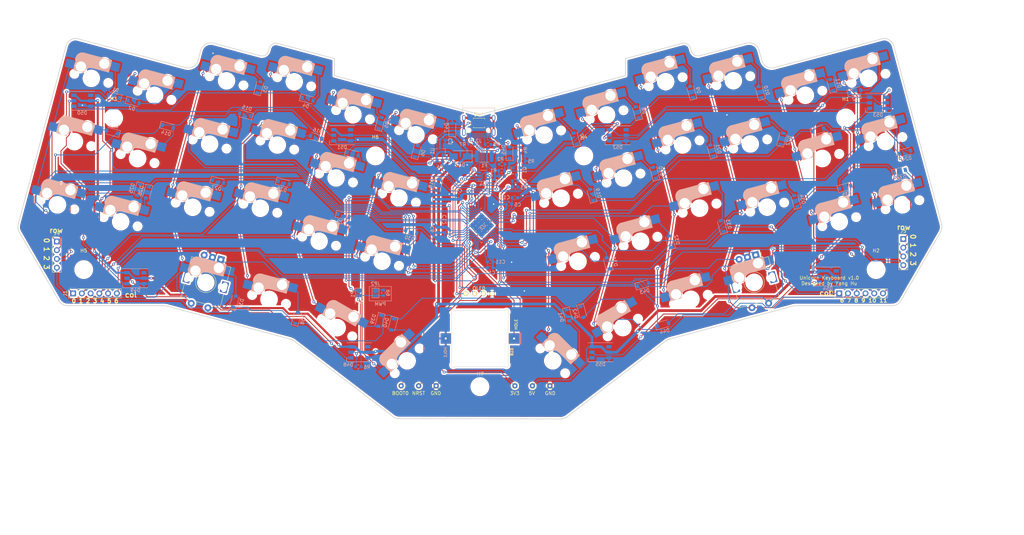
<source format=kicad_pcb>
(kicad_pcb (version 20171130) (host pcbnew "(5.1.9)-1")
  (layers (0 F.Cu signal) (31 B.Cu signal) (34 B.Paste user) (35 F.Paste user) (36 B.SilkS user) (37 F.SilkS user) (38 B.Mask user) (39 F.Mask user) (44 Edge.Cuts user))
  (net 0 "")
  (net 1 GND)
  (net 2 BOOT0)
  (net 3 NRST)
  (net 4 +5V)
  (net 5 +3V3)
  (net 6 "Net-(D1-Pad2)")
  (net 7 /row0)
  (net 8 "Net-(D2-Pad2)")
  (net 9 "Net-(D3-Pad2)")
  (net 10 "Net-(D4-Pad2)")
  (net 11 "Net-(D5-Pad2)")
  (net 12 "Net-(D6-Pad2)")
  (net 13 "Net-(D7-Pad2)")
  (net 14 "Net-(D8-Pad2)")
  (net 15 "Net-(D9-Pad2)")
  (net 16 "Net-(D10-Pad2)")
  (net 17 "Net-(D11-Pad2)")
  (net 18 "Net-(D12-Pad2)")
  (net 19 "Net-(D13-Pad2)")
  (net 20 /row1)
  (net 21 "Net-(D14-Pad2)")
  (net 22 "Net-(D15-Pad2)")
  (net 23 "Net-(D16-Pad2)")
  (net 24 "Net-(D17-Pad2)")
  (net 25 "Net-(D18-Pad2)")
  (net 26 "Net-(D19-Pad2)")
  (net 27 "Net-(D20-Pad2)")
  (net 28 "Net-(D21-Pad2)")
  (net 29 "Net-(D22-Pad2)")
  (net 30 "Net-(D23-Pad2)")
  (net 31 "Net-(D24-Pad2)")
  (net 32 "Net-(D25-Pad2)")
  (net 33 /row2)
  (net 34 "Net-(D26-Pad2)")
  (net 35 "Net-(D27-Pad2)")
  (net 36 "Net-(D28-Pad2)")
  (net 37 "Net-(D29-Pad2)")
  (net 38 "Net-(D30-Pad2)")
  (net 39 "Net-(D31-Pad2)")
  (net 40 "Net-(D32-Pad2)")
  (net 41 "Net-(D33-Pad2)")
  (net 42 "Net-(D34-Pad2)")
  (net 43 "Net-(D35-Pad2)")
  (net 44 "Net-(D36-Pad2)")
  (net 45 "Net-(D37-Pad2)")
  (net 46 /row3)
  (net 47 "Net-(D38-Pad2)")
  (net 48 "Net-(D39-Pad2)")
  (net 49 "Net-(D40-Pad2)")
  (net 50 "Net-(D41-Pad2)")
  (net 51 "Net-(D42-Pad2)")
  (net 52 "Net-(D43-Pad2)")
  (net 53 "Net-(D44-Pad2)")
  (net 54 "Net-(D45-Pad2)")
  (net 55 "Net-(D45-Pad1)")
  (net 56 /VCC)
  (net 57 "Net-(J2-PadA5)")
  (net 58 /D-)
  (net 59 /D+)
  (net 60 "Net-(J2-PadB5)")
  (net 61 "Net-(J2-PadS1)")
  (net 62 /col0)
  (net 63 /col1)
  (net 64 /col2)
  (net 65 /col3)
  (net 66 /col4)
  (net 67 /col5)
  (net 68 /col6)
  (net 69 /col7)
  (net 70 /col8)
  (net 71 /col9)
  (net 72 /col10)
  (net 73 /col11)
  (net 74 "Net-(Q1-Pad3)")
  (net 75 "Net-(Q1-Pad1)")
  (net 76 "Net-(U3-Pad2)")
  (net 77 "Net-(U3-Pad3)")
  (net 78 "Net-(U3-Pad4)")
  (net 79 "Net-(U3-Pad5)")
  (net 80 "Net-(U3-Pad6)")
  (net 81 "Net-(U3-Pad20)")
  (net 82 i2c_scl)
  (net 83 i2c_sda)
  (net 84 /ENC1A)
  (net 85 /ENC1B)
  (net 86 /ENC2A)
  (net 87 /ENC2B)
  (net 88 "Net-(J2-PadB8)")
  (net 89 "Net-(J2-PadA8)")
  (net 90 "Net-(U3-Pad21)")
  (net 91 "Net-(D48-Pad1)")
  (net 92 LED)
  (net 93 "Net-(D48-Pad4)")
  (net 94 "Net-(D49-Pad1)")
  (net 95 "Net-(D49-Pad4)")
  (net 96 "Net-(D50-Pad1)")
  (net 97 "Net-(D50-Pad4)")
  (net 98 "Net-(D51-Pad1)")
  (net 99 "Net-(D51-Pad4)")
  (net 100 "Net-(D52-Pad1)")
  (net 101 "Net-(D52-Pad4)")
  (net 102 "Net-(D53-Pad1)")
  (net 103 "Net-(D53-Pad4)")
  (net 104 "Net-(D54-Pad1)")
  (net 105 "Net-(D54-Pad4)")
  (net 106 "Net-(D55-Pad1)")
  (net 107 "Net-(D55-Pad4)")
  (net 108 /buzzer_p)
  (net 109 "Net-(U3-Pad14)")
  (net 110 "Net-(U3-Pad15)")
  (net 111 "Net-(U3-Pad39)")
  (net 112 LED_SPI)
  (net 113 LED_PWM)
  (module Connector_PinHeader_2.54mm:PinHeader_1x04_P2.54mm_Vertical (layer F.Cu) (at 276.896265 84.655279)
    (fp_text reference J5 (at 0 -2.33) (layer F.SilkS))
    (fp_text value Conn_01x04)
    (pad 4 thru_hole oval (at 0 7.62) (size 1.7 1.7) (drill 1) (layers *.Cu *.Mask) (net 46 /row3))
    (pad 3 thru_hole oval (at 0 5.08) (size 1.7 1.7) (drill 1) (layers *.Cu *.Mask) (net 33 /row2))
    (pad 2 thru_hole oval (at 0 2.54) (size 1.7 1.7) (drill 1) (layers *.Cu *.Mask) (net 20 /row1))
    (pad 1 thru_hole rect (at 0 0) (size 1.7 1.7) (drill 1) (layers *.Cu *.Mask) (net 7 /row0))
  )
  (module Connector_PinHeader_2.54mm:PinHeader_1x04_P2.54mm_Vertical (layer F.Cu) (at 31.196265 85.375279)
    (fp_text reference J4 (at 0 -2.33) (layer F.SilkS))
    (fp_text value Conn_01x04)
    (pad 4 thru_hole oval (at 0 7.62) (size 1.7 1.7) (drill 1) (layers *.Cu *.Mask) (net 46 /row3))
    (pad 3 thru_hole oval (at 0 5.08) (size 1.7 1.7) (drill 1) (layers *.Cu *.Mask) (net 33 /row2))
    (pad 2 thru_hole oval (at 0 2.54) (size 1.7 1.7) (drill 1) (layers *.Cu *.Mask) (net 20 /row1))
    (pad 1 thru_hole rect (at 0 0) (size 1.7 1.7) (drill 1) (layers *.Cu *.Mask) (net 7 /row0))
  )
  (module Connector_PinHeader_2.54mm:PinHeader_1x06_P2.54mm_Vertical (layer F.Cu) (at 258.296265 100.455279 90)
    (fp_text reference J3 (at 0 -2.33 90) (layer F.SilkS))
    (fp_text value Conn_01x06)
    (pad 6 thru_hole oval (at 0 12.7 90) (size 1.7 1.7) (drill 1) (layers *.Cu *.Mask) (net 73 /col11))
    (pad 5 thru_hole oval (at 0 10.16 90) (size 1.7 1.7) (drill 1) (layers *.Cu *.Mask) (net 72 /col10))
    (pad 4 thru_hole oval (at 0 7.62 90) (size 1.7 1.7) (drill 1) (layers *.Cu *.Mask) (net 71 /col9))
    (pad 3 thru_hole oval (at 0 5.08 90) (size 1.7 1.7) (drill 1) (layers *.Cu *.Mask) (net 70 /col8))
    (pad 2 thru_hole oval (at 0 2.54 90) (size 1.7 1.7) (drill 1) (layers *.Cu *.Mask) (net 69 /col7))
    (pad 1 thru_hole rect (at 0 0 90) (size 1.7 1.7) (drill 1) (layers *.Cu *.Mask) (net 68 /col6))
  )
  (module Connector_PinHeader_2.54mm:PinHeader_1x06_P2.54mm_Vertical (layer F.Cu) (at 35.916265 100.455279 90)
    (fp_text reference J1 (at 0 -2.33 90) (layer F.SilkS))
    (fp_text value Conn_01x06)
    (pad 6 thru_hole oval (at 0 12.7 90) (size 1.7 1.7) (drill 1) (layers *.Cu *.Mask) (net 67 /col5))
    (pad 5 thru_hole oval (at 0 10.16 90) (size 1.7 1.7) (drill 1) (layers *.Cu *.Mask) (net 66 /col4))
    (pad 4 thru_hole oval (at 0 7.62 90) (size 1.7 1.7) (drill 1) (layers *.Cu *.Mask) (net 65 /col3))
    (pad 3 thru_hole oval (at 0 5.08 90) (size 1.7 1.7) (drill 1) (layers *.Cu *.Mask) (net 64 /col2))
    (pad 2 thru_hole oval (at 0 2.54 90) (size 1.7 1.7) (drill 1) (layers *.Cu *.Mask) (net 63 /col1))
    (pad 1 thru_hole rect (at 0 0 90) (size 1.7 1.7) (drill 1) (layers *.Cu *.Mask) (net 62 /col0))
  )
  (module TestPoint:TestPoint_THTPad_D1.5mm_Drill0.7mm (layer F.Cu) (at 141.296265 127.295279)
    (fp_text reference TP6 hide)
    (fp_text value GND)
    (pad 1 thru_hole circle (at 0 0) (size 1.5 1.5) (drill 0.7) (layers *.Cu *.Mask) (net 1 GND))
  )
  (module TestPoint:TestPoint_THTPad_D1.5mm_Drill0.7mm (layer F.Cu) (at 174.316265 127.295279)
    (fp_text reference TP5 hide)
    (fp_text value GND)
    (pad 1 thru_hole circle (at 0 0) (size 1.5 1.5) (drill 0.7) (layers *.Cu *.Mask) (net 1 GND))
  )
  (module TestPoint:TestPoint_THTPad_D1.5mm_Drill0.7mm (layer F.Cu) (at 169.236265 127.295279)
    (fp_text reference TP4 hide)
    (fp_text value 5V)
    (pad 1 thru_hole circle (at 0 0) (size 1.5 1.5) (drill 0.7) (layers *.Cu *.Mask) (net 4 +5V))
  )
  (module TestPoint:TestPoint_THTPad_D1.5mm_Drill0.7mm (layer F.Cu) (at 164.156265 127.295279)
    (fp_text reference TP3 hide)
    (fp_text value 3V3)
    (pad 1 thru_hole circle (at 0 0) (size 1.5 1.5) (drill 0.7) (layers *.Cu *.Mask) (net 5 +3V3))
  )
  (module TestPoint:TestPoint_THTPad_D1.5mm_Drill0.7mm (layer F.Cu) (at 136.216265 127.295279)
    (fp_text reference TP2 hide)
    (fp_text value NRST)
    (pad 1 thru_hole circle (at 0 0) (size 1.5 1.5) (drill 0.7) (layers *.Cu *.Mask) (net 3 NRST))
  )
  (module TestPoint:TestPoint_THTPad_D1.5mm_Drill0.7mm (layer F.Cu) (at 131.136265 127.295279)
    (fp_text reference TP1 hide)
    (fp_text value BOOT0)
    (pad 1 thru_hole circle (at 0 0) (size 1.5 1.5) (drill 0.7) (layers *.Cu *.Mask) (net 2 BOOT0))
  )
  (module Resistor_SMD:R_0603_1608Metric (layer B.Cu) (at 125.996265 100.280279 90)
    (fp_text reference R9 (at 0 1.43 90) (layer B.SilkS) (effects (justify mirror)))
    (fp_text value 0)
    (pad 2 smd roundrect (at 0.825 0 90) (size 0.8 0.95) (layers B.Cu B.Paste B.Mask) (net 113 LED_PWM))
    (pad 1 smd roundrect (at -0.825 0 90) (size 0.8 0.95) (layers B.Cu B.Paste B.Mask) (net 92 LED))
  )
  (module Jumper:SolderJumper-2_P1.3mm_Open_TrianglePad1.0x1.5mm (layer B.Cu) (at 123.696265 100.355279 270)
    (fp_text reference JP2 (at -2.7 0 180) (layer B.SilkS) (effects (justify mirror)))
    (fp_text value SolderJumper_2_Open)
    (pad 1 smd custom (at -0.725 0 270) (size 0.3 0.3) (layers B.Cu B.Mask) (net 113 LED_PWM) (options (clearance outline) (anchor rect)) (primitives (gr_poly (pts (xy -0.5 0.75) (xy 0.5 0.75) (xy 1 0) (xy 0.5 -0.75) (xy -0.5 -0.75)) (width 0))))
    (pad 2 smd custom (at 0.725 0 270) (size 0.3 0.3) (layers B.Cu B.Mask) (net 92 LED) (options (clearance outline) (anchor rect)) (primitives (gr_poly (pts (xy -0.65 0.75) (xy 0.5 0.75) (xy 0.5 -0.75) (xy -0.65 -0.75) (xy -0.15 0)) (width 0))))
  )
  (module Jumper:SolderJumper-2_P1.3mm_Open_TrianglePad1.0x1.5mm (layer B.Cu) (at 118.896265 100.330279 270)
    (fp_text reference JP1 (at 0 1.8 90) (layer B.SilkS) (effects (justify mirror)))
    (fp_text value SolderJumper_2_Open)
    (pad 1 smd custom (at -0.725 0 270) (size 0.3 0.3) (layers B.Cu B.Mask) (net 112 LED_SPI) (options (clearance outline) (anchor rect)) (primitives (gr_poly (pts (xy -0.5 0.75) (xy 0.5 0.75) (xy 1 0) (xy 0.5 -0.75) (xy -0.5 -0.75)) (width 0))))
    (pad 2 smd custom (at 0.725 0 270) (size 0.3 0.3) (layers B.Cu B.Mask) (net 92 LED) (options (clearance outline) (anchor rect)) (primitives (gr_poly (pts (xy -0.65 0.75) (xy 0.5 0.75) (xy 0.5 -0.75) (xy -0.65 -0.75) (xy -0.15 0)) (width 0))))
  )
  (module Resistor_SMD:R_0603_1608Metric (layer B.Cu) (at 118.721265 121.755279 180)
    (fp_text reference R6 (at -2.475 -0.1) (layer B.SilkS) (effects (justify mirror)))
    (fp_text value 10k)
    (pad 2 smd roundrect (at 0.825 0 180) (size 0.8 0.95) (layers B.Cu B.Paste B.Mask) (net 92 LED))
    (pad 1 smd roundrect (at -0.825 0 180) (size 0.8 0.95) (layers B.Cu B.Paste B.Mask) (net 4 +5V))
  )
  (module hy-keebs:Piezo-KLJ-1625 (layer F.Cu) (at 153.996265 113.555279 270)
    (fp_text reference BZ1 (at 3.85125 -9.24564 90) (layer F.SilkS) (effects (font (size 0.8128 0.8128) (thickness 0.1524))))
    (fp_text value Buzzer)
    (fp_line (start 7.2 -8.2) (end -7.2 -8.2) (layer Edge.Cuts) (width 0.1))
    (fp_line (start 8.2 7.2) (end 8.2 -7.2) (layer Edge.Cuts) (width 0.1))
    (fp_line (start -7.2 8.2) (end 7.2 8.2) (layer Edge.Cuts) (width 0.1))
    (fp_line (start -8.2 -7.2) (end -8.2 7.2) (layer Edge.Cuts) (width 0.1))
    (fp_text user %R (at 3.85125 -9.24564 90) (layer B.SilkS) (effects (font (size 0.8128 0.8128) (thickness 0.1524)) (justify mirror)))
    (fp_text user HOLE (at -4.1 -10.5 90) (layer F.SilkS) (effects (font (size 0.8128 0.8128) (thickness 0.1524))))
    (fp_text user HOLE (at 4 10 90) (layer B.SilkS) (effects (font (size 0.8128 0.8128) (thickness 0.1524)) (justify mirror)))
    (fp_arc (start -7.7 -7.7) (end -8.2 -7.2) (angle 180) (layer Edge.Cuts) (width 0.1))
    (fp_arc (start -7.7 7.7) (end -7.2 8.2) (angle 180) (layer Edge.Cuts) (width 0.1))
    (fp_arc (start 7.7 7.7) (end 8.2 7.2) (angle 180) (layer Edge.Cuts) (width 0.1))
    (fp_arc (start 7.7 -7.7) (end 7.2 -8.2) (angle 180) (layer Edge.Cuts) (width 0.1))
    (pad 1 thru_hole rect (at 0 -9.91567 270) (size 3 3) (drill 0.6) (layers *.Cu *.Mask) (net 108 /buzzer_p))
    (pad 2 thru_hole rect (at 0 9.91567 270) (size 3 3) (drill 0.6) (layers *.Cu *.Mask) (net 1 GND))
  )
  (module LED_SMD:LED_WS2812_PLCC6_5.0x5.0mm_P1.6mm (layer B.Cu) (at 113.996265 54.555279)
    (fp_text reference D51 (at 0 3.5) (layer B.SilkS) (effects (justify mirror)))
    (fp_text value WS2812S)
    (pad 1 smd rect (at -2.45 1.6) (size 1.5 1) (layers B.Cu B.Paste B.Mask) (net 98 "Net-(D51-Pad1)"))
    (pad 2 smd rect (at -2.45 0) (size 1.5 1) (layers B.Cu B.Paste B.Mask) (net 96 "Net-(D50-Pad1)"))
    (pad 3 smd rect (at -2.45 -1.6) (size 1.5 1) (layers B.Cu B.Paste B.Mask) (net 4 +5V))
    (pad 6 smd rect (at 2.45 1.6) (size 1.5 1) (layers B.Cu B.Paste B.Mask) (net 1 GND))
    (pad 5 smd rect (at 2.45 0) (size 1.5 1) (layers B.Cu B.Paste B.Mask) (net 4 +5V))
    (pad 4 smd rect (at 2.45 -1.6) (size 1.5 1) (layers B.Cu B.Paste B.Mask) (net 99 "Net-(D51-Pad4)"))
  )
  (module LED_SMD:LED_WS2812_PLCC6_5.0x5.0mm_P1.6mm (layer B.Cu) (at 188.996265 117.555279)
    (fp_text reference D55 (at 0 3.5) (layer B.SilkS) (effects (justify mirror)))
    (fp_text value WS2812S)
    (pad 1 smd rect (at -2.45 1.6) (size 1.5 1) (layers B.Cu B.Paste B.Mask) (net 106 "Net-(D55-Pad1)"))
    (pad 2 smd rect (at -2.45 0) (size 1.5 1) (layers B.Cu B.Paste B.Mask) (net 104 "Net-(D54-Pad1)"))
    (pad 3 smd rect (at -2.45 -1.6) (size 1.5 1) (layers B.Cu B.Paste B.Mask) (net 4 +5V))
    (pad 6 smd rect (at 2.45 1.6) (size 1.5 1) (layers B.Cu B.Paste B.Mask) (net 1 GND))
    (pad 5 smd rect (at 2.45 0) (size 1.5 1) (layers B.Cu B.Paste B.Mask) (net 4 +5V))
    (pad 4 smd rect (at 2.45 -1.6) (size 1.5 1) (layers B.Cu B.Paste B.Mask) (net 107 "Net-(D55-Pad4)"))
  )
  (module LED_SMD:LED_WS2812_PLCC6_5.0x5.0mm_P1.6mm (layer B.Cu) (at 254.996265 95.555279)
    (fp_text reference D54 (at 0 3.5) (layer B.SilkS) (effects (justify mirror)))
    (fp_text value WS2812S)
    (pad 1 smd rect (at -2.45 1.6) (size 1.5 1) (layers B.Cu B.Paste B.Mask) (net 104 "Net-(D54-Pad1)"))
    (pad 2 smd rect (at -2.45 0) (size 1.5 1) (layers B.Cu B.Paste B.Mask) (net 102 "Net-(D53-Pad1)"))
    (pad 3 smd rect (at -2.45 -1.6) (size 1.5 1) (layers B.Cu B.Paste B.Mask) (net 4 +5V))
    (pad 6 smd rect (at 2.45 1.6) (size 1.5 1) (layers B.Cu B.Paste B.Mask) (net 1 GND))
    (pad 5 smd rect (at 2.45 0) (size 1.5 1) (layers B.Cu B.Paste B.Mask) (net 4 +5V))
    (pad 4 smd rect (at 2.45 -1.6) (size 1.5 1) (layers B.Cu B.Paste B.Mask) (net 105 "Net-(D54-Pad4)"))
  )
  (module LED_SMD:LED_WS2812_PLCC6_5.0x5.0mm_P1.6mm (layer B.Cu) (at 269.546265 45.155279)
    (fp_text reference D53 (at 0 3.5) (layer B.SilkS) (effects (justify mirror)))
    (fp_text value WS2812S)
    (pad 1 smd rect (at -2.45 1.6) (size 1.5 1) (layers B.Cu B.Paste B.Mask) (net 102 "Net-(D53-Pad1)"))
    (pad 2 smd rect (at -2.45 0) (size 1.5 1) (layers B.Cu B.Paste B.Mask) (net 100 "Net-(D52-Pad1)"))
    (pad 3 smd rect (at -2.45 -1.6) (size 1.5 1) (layers B.Cu B.Paste B.Mask) (net 4 +5V))
    (pad 6 smd rect (at 2.45 1.6) (size 1.5 1) (layers B.Cu B.Paste B.Mask) (net 1 GND))
    (pad 5 smd rect (at 2.45 0) (size 1.5 1) (layers B.Cu B.Paste B.Mask) (net 4 +5V))
    (pad 4 smd rect (at 2.45 -1.6) (size 1.5 1) (layers B.Cu B.Paste B.Mask) (net 103 "Net-(D53-Pad4)"))
  )
  (module LED_SMD:LED_WS2812_PLCC6_5.0x5.0mm_P1.6mm (layer B.Cu) (at 193.996265 54.555279)
    (fp_text reference D52 (at 0 3.5) (layer B.SilkS) (effects (justify mirror)))
    (fp_text value WS2812S)
    (pad 1 smd rect (at -2.45 1.6) (size 1.5 1) (layers B.Cu B.Paste B.Mask) (net 100 "Net-(D52-Pad1)"))
    (pad 2 smd rect (at -2.45 0) (size 1.5 1) (layers B.Cu B.Paste B.Mask) (net 98 "Net-(D51-Pad1)"))
    (pad 3 smd rect (at -2.45 -1.6) (size 1.5 1) (layers B.Cu B.Paste B.Mask) (net 4 +5V))
    (pad 6 smd rect (at 2.45 1.6) (size 1.5 1) (layers B.Cu B.Paste B.Mask) (net 1 GND))
    (pad 5 smd rect (at 2.45 0) (size 1.5 1) (layers B.Cu B.Paste B.Mask) (net 4 +5V))
    (pad 4 smd rect (at 2.45 -1.6) (size 1.5 1) (layers B.Cu B.Paste B.Mask) (net 101 "Net-(D52-Pad4)"))
  )
  (module LED_SMD:LED_WS2812_PLCC6_5.0x5.0mm_P1.6mm (layer B.Cu) (at 38.546265 44.555279)
    (fp_text reference D50 (at 0 3.5) (layer B.SilkS) (effects (justify mirror)))
    (fp_text value WS2812S)
    (pad 4 smd rect (at 2.45 -1.6) (size 1.5 1) (layers B.Cu B.Paste B.Mask) (net 97 "Net-(D50-Pad4)"))
    (pad 5 smd rect (at 2.45 0) (size 1.5 1) (layers B.Cu B.Paste B.Mask) (net 4 +5V))
    (pad 6 smd rect (at 2.45 1.6) (size 1.5 1) (layers B.Cu B.Paste B.Mask) (net 1 GND))
    (pad 3 smd rect (at -2.45 -1.6) (size 1.5 1) (layers B.Cu B.Paste B.Mask) (net 4 +5V))
    (pad 2 smd rect (at -2.45 0) (size 1.5 1) (layers B.Cu B.Paste B.Mask) (net 94 "Net-(D49-Pad1)"))
    (pad 1 smd rect (at -2.45 1.6) (size 1.5 1) (layers B.Cu B.Paste B.Mask) (net 96 "Net-(D50-Pad1)"))
  )
  (module LED_SMD:LED_WS2812_PLCC6_5.0x5.0mm_P1.6mm (layer B.Cu) (at 53.996265 96.055279)
    (fp_text reference D49 (at 0 3.5) (layer B.SilkS) (effects (justify mirror)))
    (fp_text value WS2812S)
    (pad 4 smd rect (at 2.45 -1.6) (size 1.5 1) (layers B.Cu B.Paste B.Mask) (net 95 "Net-(D49-Pad4)"))
    (pad 5 smd rect (at 2.45 0) (size 1.5 1) (layers B.Cu B.Paste B.Mask) (net 4 +5V))
    (pad 6 smd rect (at 2.45 1.6) (size 1.5 1) (layers B.Cu B.Paste B.Mask) (net 1 GND))
    (pad 3 smd rect (at -2.45 -1.6) (size 1.5 1) (layers B.Cu B.Paste B.Mask) (net 4 +5V))
    (pad 2 smd rect (at -2.45 0) (size 1.5 1) (layers B.Cu B.Paste B.Mask) (net 91 "Net-(D48-Pad1)"))
    (pad 1 smd rect (at -2.45 1.6) (size 1.5 1) (layers B.Cu B.Paste B.Mask) (net 94 "Net-(D49-Pad1)"))
  )
  (module LED_SMD:LED_WS2812_PLCC6_5.0x5.0mm_P1.6mm (layer B.Cu) (at 118.996265 117.555279)
    (fp_text reference D48 (at -3.2 3.6) (layer B.SilkS) (effects (justify mirror)))
    (fp_text value WS2812S)
    (pad 4 smd rect (at 2.45 -1.6) (size 1.5 1) (layers B.Cu B.Paste B.Mask) (net 93 "Net-(D48-Pad4)"))
    (pad 5 smd rect (at 2.45 0) (size 1.5 1) (layers B.Cu B.Paste B.Mask) (net 4 +5V))
    (pad 6 smd rect (at 2.45 1.6) (size 1.5 1) (layers B.Cu B.Paste B.Mask) (net 1 GND))
    (pad 3 smd rect (at -2.45 -1.6) (size 1.5 1) (layers B.Cu B.Paste B.Mask) (net 4 +5V))
    (pad 2 smd rect (at -2.45 0) (size 1.5 1) (layers B.Cu B.Paste B.Mask) (net 92 LED))
    (pad 1 smd rect (at -2.45 1.6) (size 1.5 1) (layers B.Cu B.Paste B.Mask) (net 91 "Net-(D48-Pad1)"))
  )
  (module Package_DFN_QFN:QFN-48-1EP_7x7mm_P0.5mm_EP5.15x5.15mm_ThermalVias (layer B.Cu) (at 154.48 80.75 225)
    (fp_text reference U3 (at 0 -0.499999 45) (layer B.SilkS) (effects (justify mirror)))
    (fp_text value STM32F072CBUx)
    (pad 1 smd roundrect (at -3.4375 2.75 225) (size 0.875 0.25) (layers B.Cu B.Paste B.Mask) (net 5 +3V3))
    (pad 2 smd roundrect (at -3.4375 2.25 225) (size 0.875 0.25) (layers B.Cu B.Paste B.Mask) (net 76 "Net-(U3-Pad2)"))
    (pad 3 smd roundrect (at -3.4375 1.75 225) (size 0.875 0.25) (layers B.Cu B.Paste B.Mask) (net 77 "Net-(U3-Pad3)"))
    (pad 4 smd roundrect (at -3.4375 1.25 225) (size 0.875 0.25) (layers B.Cu B.Paste B.Mask) (net 78 "Net-(U3-Pad4)"))
    (pad 5 smd roundrect (at -3.4375 0.75 225) (size 0.875 0.25) (layers B.Cu B.Paste B.Mask) (net 79 "Net-(U3-Pad5)"))
    (pad 6 smd roundrect (at -3.4375 0.25 225) (size 0.875 0.25) (layers B.Cu B.Paste B.Mask) (net 80 "Net-(U3-Pad6)"))
    (pad 7 smd roundrect (at -3.4375 -0.25 225) (size 0.875 0.25) (layers B.Cu B.Paste B.Mask) (net 3 NRST))
    (pad 8 smd roundrect (at -3.4375 -0.75 225) (size 0.875 0.25) (layers B.Cu B.Paste B.Mask) (net 1 GND))
    (pad 9 smd roundrect (at -3.4375 -1.25 225) (size 0.875 0.25) (layers B.Cu B.Paste B.Mask) (net 5 +3V3))
    (pad 10 smd roundrect (at -3.4375 -1.75 225) (size 0.875 0.25) (layers B.Cu B.Paste B.Mask) (net 68 /col6))
    (pad 11 smd roundrect (at -3.4375 -2.25 225) (size 0.875 0.25) (layers B.Cu B.Paste B.Mask) (net 69 /col7))
    (pad 12 smd roundrect (at -3.4375 -2.75 225) (size 0.875 0.25) (layers B.Cu B.Paste B.Mask) (net 70 /col8))
    (pad 13 smd roundrect (at -2.75 -3.4375 225) (size 0.25 0.875) (layers B.Cu B.Paste B.Mask) (net 71 /col9))
    (pad 14 smd roundrect (at -2.25 -3.4375 225) (size 0.25 0.875) (layers B.Cu B.Paste B.Mask) (net 109 "Net-(U3-Pad14)"))
    (pad 15 smd roundrect (at -1.75 -3.4375 225) (size 0.25 0.875) (layers B.Cu B.Paste B.Mask) (net 110 "Net-(U3-Pad15)"))
    (pad 16 smd roundrect (at -1.25 -3.4375 225) (size 0.25 0.875) (layers B.Cu B.Paste B.Mask) (net 72 /col10))
    (pad 17 smd roundrect (at -0.75 -3.4375 225) (size 0.25 0.875) (layers B.Cu B.Paste B.Mask) (net 73 /col11))
    (pad 18 smd roundrect (at -0.25 -3.4375 225) (size 0.25 0.875) (layers B.Cu B.Paste B.Mask) (net 86 /ENC2A))
    (pad 19 smd roundrect (at 0.25 -3.4375 225) (size 0.25 0.875) (layers B.Cu B.Paste B.Mask) (net 87 /ENC2B))
    (pad 20 smd roundrect (at 0.75 -3.4375 225) (size 0.25 0.875) (layers B.Cu B.Paste B.Mask) (net 81 "Net-(U3-Pad20)"))
    (pad 21 smd roundrect (at 1.25 -3.4375 225) (size 0.25 0.875) (layers B.Cu B.Paste B.Mask) (net 90 "Net-(U3-Pad21)"))
    (pad 22 smd roundrect (at 1.75 -3.4375 225) (size 0.25 0.875) (layers B.Cu B.Paste B.Mask) (net 85 /ENC1B))
    (pad 23 smd roundrect (at 2.25 -3.4375 225) (size 0.25 0.875) (layers B.Cu B.Paste B.Mask) (net 1 GND))
    (pad 24 smd roundrect (at 2.75 -3.4375 225) (size 0.25 0.875) (layers B.Cu B.Paste B.Mask) (net 5 +3V3))
    (pad 25 smd roundrect (at 3.4375 -2.75 225) (size 0.875 0.25) (layers B.Cu B.Paste B.Mask) (net 84 /ENC1A))
    (pad 26 smd roundrect (at 3.4375 -2.25 225) (size 0.875 0.25) (layers B.Cu B.Paste B.Mask) (net 64 /col2))
    (pad 27 smd roundrect (at 3.4375 -1.75 225) (size 0.875 0.25) (layers B.Cu B.Paste B.Mask) (net 65 /col3))
    (pad 28 smd roundrect (at 3.4375 -1.25 225) (size 0.875 0.25) (layers B.Cu B.Paste B.Mask) (net 66 /col4))
    (pad 29 smd roundrect (at 3.4375 -0.75 225) (size 0.875 0.25) (layers B.Cu B.Paste B.Mask) (net 108 /buzzer_p))
    (pad 30 smd roundrect (at 3.4375 -0.25 225) (size 0.875 0.25) (layers B.Cu B.Paste B.Mask) (net 46 /row3))
    (pad 31 smd roundrect (at 3.4375 0.25 225) (size 0.875 0.25) (layers B.Cu B.Paste B.Mask) (net 33 /row2))
    (pad 32 smd roundrect (at 3.4375 0.75 225) (size 0.875 0.25) (layers B.Cu B.Paste B.Mask) (net 58 /D-))
    (pad 33 smd roundrect (at 3.4375 1.25 225) (size 0.875 0.25) (layers B.Cu B.Paste B.Mask) (net 59 /D+))
    (pad 34 smd roundrect (at 3.4375 1.75 225) (size 0.875 0.25) (layers B.Cu B.Paste B.Mask) (net 67 /col5))
    (pad 35 smd roundrect (at 3.4375 2.25 225) (size 0.875 0.25) (layers B.Cu B.Paste B.Mask) (net 1 GND))
    (pad 36 smd roundrect (at 3.4375 2.75 225) (size 0.875 0.25) (layers B.Cu B.Paste B.Mask) (net 5 +3V3))
    (pad 37 smd roundrect (at 2.75 3.4375 225) (size 0.25 0.875) (layers B.Cu B.Paste B.Mask) (net 62 /col0))
    (pad 38 smd roundrect (at 2.25 3.4375 225) (size 0.25 0.875) (layers B.Cu B.Paste B.Mask) (net 63 /col1))
    (pad 39 smd roundrect (at 1.75 3.4375 225) (size 0.25 0.875) (layers B.Cu B.Paste B.Mask) (net 111 "Net-(U3-Pad39)"))
    (pad 40 smd roundrect (at 1.25 3.4375 225) (size 0.25 0.875) (layers B.Cu B.Paste B.Mask) (net 113 LED_PWM))
    (pad 41 smd roundrect (at 0.75 3.4375 225) (size 0.25 0.875) (layers B.Cu B.Paste B.Mask) (net 112 LED_SPI))
    (pad 42 smd roundrect (at 0.25 3.4375 225) (size 0.25 0.875) (layers B.Cu B.Paste B.Mask) (net 82 i2c_scl))
    (pad 43 smd roundrect (at -0.25 3.4375 225) (size 0.25 0.875) (layers B.Cu B.Paste B.Mask) (net 83 i2c_sda))
    (pad 44 smd roundrect (at -0.75 3.4375 225) (size 0.25 0.875) (layers B.Cu B.Paste B.Mask) (net 2 BOOT0))
    (pad 45 smd roundrect (at -1.25 3.4375 225) (size 0.25 0.875) (layers B.Cu B.Paste B.Mask) (net 20 /row1))
    (pad 46 smd roundrect (at -1.75 3.4375 225) (size 0.25 0.875) (layers B.Cu B.Paste B.Mask) (net 7 /row0))
    (pad 47 smd roundrect (at -2.25 3.4375 225) (size 0.25 0.875) (layers B.Cu B.Paste B.Mask) (net 1 GND))
    (pad 48 smd roundrect (at -2.75 3.4375 225) (size 0.25 0.875) (layers B.Cu B.Paste B.Mask) (net 5 +3V3))
    (pad 49 smd rect (at 0 0 225) (size 5.15 5.15) (layers B.Cu B.Mask) (net 1 GND))
    (pad 49 thru_hole circle (at -2.325 2.325 225) (size 0.5 0.5) (drill 0.2) (layers *.Cu) (net 1 GND))
    (pad 49 thru_hole circle (at -1.1625 2.325 225) (size 0.5 0.5) (drill 0.2) (layers *.Cu) (net 1 GND))
    (pad 49 thru_hole circle (at 0 2.325 225) (size 0.5 0.5) (drill 0.2) (layers *.Cu) (net 1 GND))
    (pad 49 thru_hole circle (at 1.1625 2.325 225) (size 0.5 0.5) (drill 0.2) (layers *.Cu) (net 1 GND))
    (pad 49 thru_hole circle (at 2.325 2.325 225) (size 0.5 0.5) (drill 0.2) (layers *.Cu) (net 1 GND))
    (pad 49 thru_hole circle (at -2.325 1.1625 225) (size 0.5 0.5) (drill 0.2) (layers *.Cu) (net 1 GND))
    (pad 49 thru_hole circle (at -1.1625 1.1625 225) (size 0.5 0.5) (drill 0.2) (layers *.Cu) (net 1 GND))
    (pad 49 thru_hole circle (at 0 1.1625 225) (size 0.5 0.5) (drill 0.2) (layers *.Cu) (net 1 GND))
    (pad 49 thru_hole circle (at 1.1625 1.1625 225) (size 0.5 0.5) (drill 0.2) (layers *.Cu) (net 1 GND))
    (pad 49 thru_hole circle (at 2.325 1.1625 225) (size 0.5 0.5) (drill 0.2) (layers *.Cu) (net 1 GND))
    (pad 49 thru_hole circle (at -2.325 0 225) (size 0.5 0.5) (drill 0.2) (layers *.Cu) (net 1 GND))
    (pad 49 thru_hole circle (at -1.1625 0 225) (size 0.5 0.5) (drill 0.2) (layers *.Cu) (net 1 GND))
    (pad 49 thru_hole circle (at 0 0 225) (size 0.5 0.5) (drill 0.2) (layers *.Cu) (net 1 GND))
    (pad 49 thru_hole circle (at 1.1625 0 225) (size 0.5 0.5) (drill 0.2) (layers *.Cu) (net 1 GND))
    (pad 49 thru_hole circle (at 2.325 0 225) (size 0.5 0.5) (drill 0.2) (layers *.Cu) (net 1 GND))
    (pad 49 thru_hole circle (at -2.325 -1.1625 225) (size 0.5 0.5) (drill 0.2) (layers *.Cu) (net 1 GND))
    (pad 49 thru_hole circle (at -1.1625 -1.1625 225) (size 0.5 0.5) (drill 0.2) (layers *.Cu) (net 1 GND))
    (pad 49 thru_hole circle (at 0 -1.1625 225) (size 0.5 0.5) (drill 0.2) (layers *.Cu) (net 1 GND))
    (pad 49 thru_hole circle (at 1.1625 -1.1625 225) (size 0.5 0.5) (drill 0.2) (layers *.Cu) (net 1 GND))
    (pad 49 thru_hole circle (at 2.325 -1.1625 225) (size 0.5 0.5) (drill 0.2) (layers *.Cu) (net 1 GND))
    (pad 49 thru_hole circle (at -2.325 -2.325 225) (size 0.5 0.5) (drill 0.2) (layers *.Cu) (net 1 GND))
    (pad 49 thru_hole circle (at -1.1625 -2.325 225) (size 0.5 0.5) (drill 0.2) (layers *.Cu) (net 1 GND))
    (pad 49 thru_hole circle (at 0 -2.325 225) (size 0.5 0.5) (drill 0.2) (layers *.Cu) (net 1 GND))
    (pad 49 thru_hole circle (at 1.1625 -2.325 225) (size 0.5 0.5) (drill 0.2) (layers *.Cu) (net 1 GND))
    (pad 49 thru_hole circle (at 2.325 -2.325 225) (size 0.5 0.5) (drill 0.2) (layers *.Cu) (net 1 GND))
    (pad 49 smd rect (at 0 0 225) (size 5.15 5.15) (layers F.Cu) (net 1 GND))
  )
  (module MountingHole:MountingHole_4.5mm (layer F.Cu) (at 153.996265 127.555279)
    (fp_text reference H7 (at 0.1 -3.7) (layer F.SilkS))
    (fp_text value MountingHole)
    (pad 1 np_thru_hole circle (at 0 0) (size 4.5 4.5) (drill 4.5) (layers *.Cu *.Mask))
  )
  (module MountingHole:MountingHole_4.5mm (layer F.Cu) (at 123.645163 60.55203)
    (fp_text reference H6 (at 0 -5.5) (layer F.SilkS))
    (fp_text value MountingHole)
    (pad 1 np_thru_hole circle (at 0 0) (size 4.5 4.5) (drill 4.5) (layers *.Cu *.Mask))
  )
  (module MountingHole:MountingHole_4.5mm (layer F.Cu) (at 38.996265 93.555279)
    (fp_text reference H5 (at 0 -5.5) (layer F.SilkS))
    (fp_text value MountingHole)
    (pad 1 np_thru_hole circle (at 0 0) (size 4.5 4.5) (drill 4.5) (layers *.Cu *.Mask))
  )
  (module MountingHole:MountingHole_4.5mm (layer F.Cu) (at 184.145163 60.55203)
    (fp_text reference H4 (at 0 -5.5) (layer F.SilkS))
    (fp_text value MountingHole)
    (pad 1 np_thru_hole circle (at 0 0) (size 4.5 4.5) (drill 4.5) (layers *.Cu *.Mask))
  )
  (module MountingHole:MountingHole_4.5mm (layer F.Cu) (at 47.645163 49.55203)
    (fp_text reference H3 (at 0 -5.5) (layer F.SilkS))
    (fp_text value MountingHole)
    (pad 1 np_thru_hole circle (at 0 0) (size 4.5 4.5) (drill 4.5) (layers *.Cu *.Mask))
  )
  (module MountingHole:MountingHole_4.5mm (layer F.Cu) (at 268.996265 93.555279)
    (fp_text reference H2 (at 0 -5.5) (layer F.SilkS))
    (fp_text value MountingHole)
    (pad 1 np_thru_hole circle (at 0 0) (size 4.5 4.5) (drill 4.5) (layers *.Cu *.Mask))
  )
  (module MountingHole:MountingHole_4.5mm (layer F.Cu) (at 260.145163 49.55203)
    (fp_text reference H1 (at 0 -5.5) (layer F.SilkS))
    (fp_text value MountingHole)
    (pad 1 np_thru_hole circle (at 0 0) (size 4.5 4.5) (drill 4.5) (layers *.Cu *.Mask))
  )
  (module kbd:OLED_v2 (layer F.Cu) (at 153.726265 100.55203)
    (fp_text reference OL1)
    (fp_text value OLED hide)
    (fp_text user OLED (at 0 -1.55) (layer F.SilkS))
    (pad 4 thru_hole circle (at 3.81 0) (size 1.397 1.397) (drill 0.8128) (layers *.Cu F.SilkS B.Mask) (net 1 GND))
    (pad 3 thru_hole circle (at 1.27 0) (size 1.397 1.397) (drill 0.8128) (layers *.Cu F.SilkS B.Mask) (net 5 +3V3))
    (pad 2 thru_hole circle (at -1.27 0) (size 1.397 1.397) (drill 0.8128) (layers *.Cu F.SilkS B.Mask) (net 82 i2c_scl))
    (pad 1 thru_hole circle (at -3.81 0) (size 1.397 1.397) (drill 0.8128) (layers *.Cu F.SilkS B.Mask) (net 83 i2c_sda))
  )
  (module kbd:CherryMX_Hotswap (layer F.Cu) (at 36.286736 56.405231 345)
    (fp_text reference K13 hide)
    (fp_text value KEYSW hide)
    (pad "" np_thru_hole circle (at 2.54 -5.08 345) (size 3 3) (drill 3) (layers *.Cu *.Mask))
    (pad "" np_thru_hole circle (at -3.81 -2.54 345) (size 3 3) (drill 3) (layers *.Cu *.Mask))
    (pad 2 smd rect (at 5.842 -5.08 165) (size 2.55 2.5) (layers B.Cu B.Paste B.Mask) (net 19 "Net-(D13-Pad2)"))
    (pad "" np_thru_hole circle (at -5.08 0 345) (size 1.9 1.9) (drill 1.9) (layers *.Cu *.Mask))
    (pad "" np_thru_hole circle (at 5.08 0 345) (size 1.9 1.9) (drill 1.9) (layers *.Cu *.Mask))
    (pad "" np_thru_hole circle (at 0 0 75) (size 4.1 4.1) (drill 4.1) (layers *.Cu *.Mask))
    (pad 1 smd rect (at -7.085 -2.54 165) (size 2.55 2.5) (layers B.Cu B.Paste B.Mask) (net 62 /col0))
  )
  (module Package_TO_SOT_SMD:SOT-23-6 (layer B.Cu) (at 154.93 66.325)
    (fp_text reference U4 (at -0.084837 2.47703) (layer B.SilkS) (effects (justify mirror)))
    (fp_text value SRV05-4)
    (pad 5 smd rect (at 1.1 0) (size 1.06 0.65) (layers B.Cu B.Paste B.Mask) (net 5 +3V3))
    (pad 6 smd rect (at 1.1 0.95) (size 1.06 0.65) (layers B.Cu B.Paste B.Mask) (net 59 /D+))
    (pad 4 smd rect (at 1.1 -0.95) (size 1.06 0.65) (layers B.Cu B.Paste B.Mask) (net 58 /D-))
    (pad 3 smd rect (at -1.1 -0.95) (size 1.06 0.65) (layers B.Cu B.Paste B.Mask) (net 59 /D+))
    (pad 2 smd rect (at -1.1 0) (size 1.06 0.65) (layers B.Cu B.Paste B.Mask) (net 1 GND))
    (pad 1 smd rect (at -1.1 0.95) (size 1.06 0.65) (layers B.Cu B.Paste B.Mask) (net 58 /D-))
  )
  (module Package_TO_SOT_SMD:SOT-23 (layer B.Cu) (at 142.38 59.275 90)
    (fp_text reference U1 (at 0.12297 -2.234837 270) (layer B.SilkS) (effects (justify mirror)))
    (fp_text value XC6206PxxxMR)
    (pad 3 smd rect (at 1 0 90) (size 0.9 0.8) (layers B.Cu B.Paste B.Mask) (net 4 +5V))
    (pad 2 smd rect (at -1 -0.95 90) (size 0.9 0.8) (layers B.Cu B.Paste B.Mask) (net 5 +3V3))
    (pad 1 smd rect (at -1 0.95 90) (size 0.9 0.8) (layers B.Cu B.Paste B.Mask) (net 1 GND))
  )
  (module Keebio-Parts:RotaryEncoder_EC11 (layer F.Cu) (at 233.58 97.2 285)
    (fp_text reference SW3)
    (fp_text value Rotary_Encoder_Switch)
    (pad A thru_hole rect (at -7.5 -2.5 285) (size 2 2) (drill 1) (layers *.Cu *.Mask) (net 86 /ENC2A))
    (pad C thru_hole circle (at -7.5 0 285) (size 2 2) (drill 1) (layers *.Cu *.Mask) (net 1 GND))
    (pad B thru_hole circle (at -7.5 2.5 285) (size 2 2) (drill 1) (layers *.Cu *.Mask) (net 87 /ENC2B))
    (pad "" np_thru_hole rect (at 0 -5.6 285) (size 3.2 2) (drill oval 2.8 1.5) (layers *.Cu *.Mask))
    (pad "" np_thru_hole rect (at 0 5.6 285) (size 3.2 2) (drill oval 2.8 1.5) (layers *.Cu *.Mask))
    (pad S2 thru_hole circle (at 7 -2.5 285) (size 2 2) (drill 1) (layers *.Cu *.Mask) (net 53 "Net-(D44-Pad2)"))
    (pad S1 thru_hole circle (at 7 2.5 285) (size 2 2) (drill 1) (layers *.Cu *.Mask) (net 71 /col9))
  )
  (module Keebio-Parts:RotaryEncoder_EC11 (layer F.Cu) (at 74.428672 97.241491 255)
    (fp_text reference SW2)
    (fp_text value Rotary_Encoder_Switch)
    (pad A thru_hole rect (at -7.5 -2.5 255) (size 2 2) (drill 1) (layers *.Cu *.Mask) (net 84 /ENC1A))
    (pad C thru_hole circle (at -7.5 0 255) (size 2 2) (drill 1) (layers *.Cu *.Mask) (net 1 GND))
    (pad B thru_hole circle (at -7.5 2.5 255) (size 2 2) (drill 1) (layers *.Cu *.Mask) (net 85 /ENC1B))
    (pad "" np_thru_hole rect (at 0 -5.6 255) (size 3.2 2) (drill oval 2.8 1.5) (layers *.Cu *.Mask))
    (pad "" np_thru_hole rect (at 0 5.6 255) (size 3.2 2) (drill oval 2.8 1.5) (layers *.Cu *.Mask))
    (pad S2 thru_hole circle (at 7 -2.5 255) (size 2 2) (drill 1) (layers *.Cu *.Mask) (net 45 "Net-(D37-Pad2)"))
    (pad S1 thru_hole circle (at 7 2.5 255) (size 2 2) (drill 1) (layers *.Cu *.Mask) (net 64 /col2))
  )
  (module Button_Switch_SMD:SW_SPST_B3U-1000P (layer F.Cu) (at 153.745163 51.00203)
    (fp_text reference SW1 (at 0 -2.5) (layer F.SilkS))
    (fp_text value SW_Push)
    (pad 2 smd rect (at 1.7 0) (size 0.9 1.7) (layers F.Cu F.Paste F.Mask) (net 54 "Net-(D45-Pad2)"))
    (pad 1 smd rect (at -1.7 0) (size 0.9 1.7) (layers F.Cu F.Paste F.Mask) (net 5 +3V3))
  )
  (module Resistor_SMD:R_0603_1608Metric (layer B.Cu) (at 156.345163 57.25203 180)
    (fp_text reference R8 (at -2.5 0.1) (layer B.SilkS) (effects (justify mirror)))
    (fp_text value 5.1k)
    (pad 2 smd roundrect (at 0.825 0 180) (size 0.8 0.95) (layers B.Cu B.Paste B.Mask) (net 60 "Net-(J2-PadB5)"))
    (pad 1 smd roundrect (at -0.825 0 180) (size 0.8 0.95) (layers B.Cu B.Paste B.Mask) (net 1 GND))
  )
  (module Resistor_SMD:R_0603_1608Metric (layer B.Cu) (at 151.470163 57.15203)
    (fp_text reference R7 (at -2.475 0.05) (layer B.SilkS) (effects (justify mirror)))
    (fp_text value 5.1k)
    (pad 2 smd roundrect (at 0.825 0) (size 0.8 0.95) (layers B.Cu B.Paste B.Mask) (net 57 "Net-(J2-PadA5)"))
    (pad 1 smd roundrect (at -0.825 0) (size 0.8 0.95) (layers B.Cu B.Paste B.Mask) (net 1 GND))
  )
  (module Resistor_SMD:R_0603_1608Metric (layer B.Cu) (at 166.305 62)
    (fp_text reference R5 (at 2.540163 0.10203) (layer B.SilkS) (effects (justify mirror)))
    (fp_text value 47k)
    (pad 2 smd roundrect (at 0.825 0) (size 0.8 0.95) (layers B.Cu B.Paste B.Mask) (net 1 GND))
    (pad 1 smd roundrect (at -0.825 0) (size 0.8 0.95) (layers B.Cu B.Paste B.Mask) (net 75 "Net-(Q1-Pad1)"))
  )
  (module Resistor_SMD:R_0603_1608Metric (layer B.Cu) (at 165.78 58.925 270)
    (fp_text reference R4 (at -0.02297 -1.465163 90) (layer B.SilkS) (effects (justify mirror)))
    (fp_text value 2.2k)
    (pad 2 smd roundrect (at 0.825 0 270) (size 0.8 0.95) (layers B.Cu B.Paste B.Mask) (net 75 "Net-(Q1-Pad1)"))
    (pad 1 smd roundrect (at -0.825 0 270) (size 0.8 0.95) (layers B.Cu B.Paste B.Mask) (net 54 "Net-(D45-Pad2)"))
  )
  (module Resistor_SMD:R_0603_1608Metric (layer B.Cu) (at 164.23 67.85)
    (fp_text reference R3 (at 2.515163 1.90203) (layer B.SilkS) (effects (justify mirror)))
    (fp_text value 100)
    (pad 2 smd roundrect (at 0.825 0) (size 0.8 0.95) (layers B.Cu B.Paste B.Mask) (net 74 "Net-(Q1-Pad3)"))
    (pad 1 smd roundrect (at -0.825 0) (size 0.8 0.95) (layers B.Cu B.Paste B.Mask) (net 3 NRST))
  )
  (module Resistor_SMD:R_0603_1608Metric (layer B.Cu) (at 160.43 62.95 180)
    (fp_text reference R2 (at 0.484837 1.43) (layer B.SilkS) (effects (justify mirror)))
    (fp_text value 330k)
    (pad 2 smd roundrect (at 0.825 0 180) (size 0.8 0.95) (layers B.Cu B.Paste B.Mask) (net 55 "Net-(D45-Pad1)"))
    (pad 1 smd roundrect (at -0.825 0 180) (size 0.8 0.95) (layers B.Cu B.Paste B.Mask) (net 2 BOOT0))
  )
  (module Resistor_SMD:R_0603_1608Metric (layer B.Cu) (at 160.305 64.8 180)
    (fp_text reference R1 (at 2.409837 -0.00203) (layer B.SilkS) (effects (justify mirror)))
    (fp_text value 1M)
    (pad 2 smd roundrect (at 0.825 0 180) (size 0.8 0.95) (layers B.Cu B.Paste B.Mask) (net 1 GND))
    (pad 1 smd roundrect (at -0.825 0 180) (size 0.8 0.95) (layers B.Cu B.Paste B.Mask) (net 2 BOOT0))
  )
  (module Package_TO_SOT_SMD:SOT-23 (layer B.Cu) (at 164.605 65.025 270)
    (fp_text reference Q1 (at -0.37297 -2.390163 90) (layer B.SilkS) (effects (justify mirror)))
    (fp_text value MMBT3904)
    (pad 3 smd rect (at 1 0 270) (size 0.9 0.8) (layers B.Cu B.Paste B.Mask) (net 74 "Net-(Q1-Pad3)"))
    (pad 2 smd rect (at -1 -0.95 270) (size 0.9 0.8) (layers B.Cu B.Paste B.Mask) (net 1 GND))
    (pad 1 smd rect (at -1 0.95 270) (size 0.9 0.8) (layers B.Cu B.Paste B.Mask) (net 75 "Net-(Q1-Pad1)"))
  )
  (module kbd:CherryMX_Hotswap (layer F.Cu) (at 233.58728 97.270871 15)
    (fp_text reference K44 hide)
    (fp_text value KEYSW hide)
    (pad "" np_thru_hole circle (at 2.54 -5.08 15) (size 3 3) (drill 3) (layers *.Cu *.Mask))
    (pad "" np_thru_hole circle (at -3.81 -2.54 15) (size 3 3) (drill 3) (layers *.Cu *.Mask))
    (pad 2 smd rect (at 5.842 -5.08 195) (size 2.55 2.5) (layers B.Cu B.Paste B.Mask) (net 53 "Net-(D44-Pad2)"))
    (pad "" np_thru_hole circle (at -5.08 0 15) (size 1.9 1.9) (drill 1.9) (layers *.Cu *.Mask))
    (pad "" np_thru_hole circle (at 5.08 0 15) (size 1.9 1.9) (drill 1.9) (layers *.Cu *.Mask))
    (pad "" np_thru_hole circle (at 0 0 105) (size 4.1 4.1) (drill 4.1) (layers *.Cu *.Mask))
    (pad 1 smd rect (at -7.085 -2.54 195) (size 2.55 2.5) (layers B.Cu B.Paste B.Mask) (net 71 /col9))
  )
  (module kbd:CherryMX_Hotswap (layer F.Cu) (at 215.234689 102.188433 15)
    (fp_text reference K43 hide)
    (fp_text value KEYSW hide)
    (pad "" np_thru_hole circle (at 2.54 -5.08 15) (size 3 3) (drill 3) (layers *.Cu *.Mask))
    (pad "" np_thru_hole circle (at -3.81 -2.54 15) (size 3 3) (drill 3) (layers *.Cu *.Mask))
    (pad 2 smd rect (at 5.842 -5.08 195) (size 2.55 2.5) (layers B.Cu B.Paste B.Mask) (net 52 "Net-(D43-Pad2)"))
    (pad "" np_thru_hole circle (at -5.08 0 15) (size 1.9 1.9) (drill 1.9) (layers *.Cu *.Mask))
    (pad "" np_thru_hole circle (at 5.08 0 15) (size 1.9 1.9) (drill 1.9) (layers *.Cu *.Mask))
    (pad "" np_thru_hole circle (at 0 0 105) (size 4.1 4.1) (drill 4.1) (layers *.Cu *.Mask))
    (pad 1 smd rect (at -7.085 -2.54 195) (size 2.55 2.5) (layers B.Cu B.Paste B.Mask) (net 70 /col8))
  )
  (module kbd:CherryMX_Hotswap (layer F.Cu) (at 195.479167 110.37033 30)
    (fp_text reference K42 hide)
    (fp_text value KEYSW hide)
    (pad "" np_thru_hole circle (at 2.54 -5.08 30) (size 3 3) (drill 3) (layers *.Cu *.Mask))
    (pad "" np_thru_hole circle (at -3.81 -2.54 30) (size 3 3) (drill 3) (layers *.Cu *.Mask))
    (pad 2 smd rect (at 5.842 -5.08 210) (size 2.55 2.5) (layers B.Cu B.Paste B.Mask) (net 51 "Net-(D42-Pad2)"))
    (pad "" np_thru_hole circle (at -5.08 0 30) (size 1.9 1.9) (drill 1.9) (layers *.Cu *.Mask))
    (pad "" np_thru_hole circle (at 5.08 0 30) (size 1.9 1.9) (drill 1.9) (layers *.Cu *.Mask))
    (pad "" np_thru_hole circle (at 0 0 120) (size 4.1 4.1) (drill 4.1) (layers *.Cu *.Mask))
    (pad 1 smd rect (at -7.085 -2.54 210) (size 2.55 2.5) (layers B.Cu B.Paste B.Mask) (net 69 /col7))
  )
  (module kbd:CherryMX_Hotswap_1.5u (layer F.Cu) (at 175.137303 120.03449 315)
    (fp_text reference K41 hide)
    (fp_text value KEYSW hide)
    (pad "" np_thru_hole circle (at 2.54 -5.08 315) (size 3 3) (drill 3) (layers *.Cu *.Mask))
    (pad "" np_thru_hole circle (at -3.81 -2.54 315) (size 3 3) (drill 3) (layers *.Cu *.Mask))
    (pad 2 smd rect (at 5.842 -5.08 135) (size 2.55 2.5) (layers B.Cu B.Paste B.Mask) (net 50 "Net-(D41-Pad2)"))
    (pad "" np_thru_hole circle (at -5.08 0 315) (size 1.9 1.9) (drill 1.9) (layers *.Cu *.Mask))
    (pad "" np_thru_hole circle (at 5.08 0 315) (size 1.9 1.9) (drill 1.9) (layers *.Cu *.Mask))
    (pad "" np_thru_hole circle (at 0 0 45) (size 4.1 4.1) (drill 4.1) (layers *.Cu *.Mask))
    (pad 1 smd rect (at -7.085 -2.54 135) (size 2.55 2.5) (layers B.Cu B.Paste B.Mask) (net 68 /col6))
  )
  (module kbd:CherryMX_Hotswap_1.5u (layer F.Cu) (at 132.886943 120.045701 45)
    (fp_text reference K40 hide)
    (fp_text value KEYSW hide)
    (pad "" np_thru_hole circle (at 2.54 -5.08 45) (size 3 3) (drill 3) (layers *.Cu *.Mask))
    (pad "" np_thru_hole circle (at -3.81 -2.54 45) (size 3 3) (drill 3) (layers *.Cu *.Mask))
    (pad 2 smd rect (at 5.842 -5.08 225) (size 2.55 2.5) (layers B.Cu B.Paste B.Mask) (net 49 "Net-(D40-Pad2)"))
    (pad "" np_thru_hole circle (at -5.08 0 45) (size 1.9 1.9) (drill 1.9) (layers *.Cu *.Mask))
    (pad "" np_thru_hole circle (at 5.08 0 45) (size 1.9 1.9) (drill 1.9) (layers *.Cu *.Mask))
    (pad "" np_thru_hole circle (at 0 0 135) (size 4.1 4.1) (drill 4.1) (layers *.Cu *.Mask))
    (pad 1 smd rect (at -7.085 -2.54 225) (size 2.55 2.5) (layers B.Cu B.Paste B.Mask) (net 67 /col5))
  )
  (module kbd:CherryMX_Hotswap (layer F.Cu) (at 112.549562 110.403448 330)
    (fp_text reference K39 hide)
    (fp_text value KEYSW hide)
    (pad "" np_thru_hole circle (at 2.54 -5.08 330) (size 3 3) (drill 3) (layers *.Cu *.Mask))
    (pad "" np_thru_hole circle (at -3.81 -2.54 330) (size 3 3) (drill 3) (layers *.Cu *.Mask))
    (pad 2 smd rect (at 5.842 -5.08 150) (size 2.55 2.5) (layers B.Cu B.Paste B.Mask) (net 48 "Net-(D39-Pad2)"))
    (pad "" np_thru_hole circle (at -5.08 0 330) (size 1.9 1.9) (drill 1.9) (layers *.Cu *.Mask))
    (pad "" np_thru_hole circle (at 5.08 0 330) (size 1.9 1.9) (drill 1.9) (layers *.Cu *.Mask))
    (pad "" np_thru_hole circle (at 0 0 60) (size 4.1 4.1) (drill 4.1) (layers *.Cu *.Mask))
    (pad 1 smd rect (at -7.085 -2.54 150) (size 2.55 2.5) (layers B.Cu B.Paste B.Mask) (net 66 /col4))
  )
  (module kbd:CherryMX_Hotswap (layer F.Cu) (at 92.79404 102.221551 345)
    (fp_text reference K38 hide)
    (fp_text value KEYSW hide)
    (pad "" np_thru_hole circle (at 2.54 -5.08 345) (size 3 3) (drill 3) (layers *.Cu *.Mask))
    (pad "" np_thru_hole circle (at -3.81 -2.54 345) (size 3 3) (drill 3) (layers *.Cu *.Mask))
    (pad 2 smd rect (at 5.842 -5.08 165) (size 2.55 2.5) (layers B.Cu B.Paste B.Mask) (net 47 "Net-(D38-Pad2)"))
    (pad "" np_thru_hole circle (at -5.08 0 345) (size 1.9 1.9) (drill 1.9) (layers *.Cu *.Mask))
    (pad "" np_thru_hole circle (at 5.08 0 345) (size 1.9 1.9) (drill 1.9) (layers *.Cu *.Mask))
    (pad "" np_thru_hole circle (at 0 0 75) (size 4.1 4.1) (drill 4.1) (layers *.Cu *.Mask))
    (pad 1 smd rect (at -7.085 -2.54 165) (size 2.55 2.5) (layers B.Cu B.Paste B.Mask) (net 65 /col3))
  )
  (module kbd:CherryMX_Hotswap (layer F.Cu) (at 74.441449 97.303989 345)
    (fp_text reference K37 hide)
    (fp_text value KEYSW hide)
    (pad "" np_thru_hole circle (at 2.54 -5.08 345) (size 3 3) (drill 3) (layers *.Cu *.Mask))
    (pad "" np_thru_hole circle (at -3.81 -2.54 345) (size 3 3) (drill 3) (layers *.Cu *.Mask))
    (pad 2 smd rect (at 5.842 -5.08 165) (size 2.55 2.5) (layers B.Cu B.Paste B.Mask) (net 45 "Net-(D37-Pad2)"))
    (pad "" np_thru_hole circle (at -5.08 0 345) (size 1.9 1.9) (drill 1.9) (layers *.Cu *.Mask))
    (pad "" np_thru_hole circle (at 5.08 0 345) (size 1.9 1.9) (drill 1.9) (layers *.Cu *.Mask))
    (pad "" np_thru_hole circle (at 0 0 75) (size 4.1 4.1) (drill 4.1) (layers *.Cu *.Mask))
    (pad 1 smd rect (at -7.085 -2.54 165) (size 2.55 2.5) (layers B.Cu B.Paste B.Mask) (net 64 /col2))
  )
  (module kbd:CherryMX_Hotswap (layer F.Cu) (at 276.652483 74.736951 15)
    (fp_text reference K36 hide)
    (fp_text value KEYSW hide)
    (pad "" np_thru_hole circle (at 2.54 -5.08 15) (size 3 3) (drill 3) (layers *.Cu *.Mask))
    (pad "" np_thru_hole circle (at -3.81 -2.54 15) (size 3 3) (drill 3) (layers *.Cu *.Mask))
    (pad 2 smd rect (at 5.842 -5.08 195) (size 2.55 2.5) (layers B.Cu B.Paste B.Mask) (net 44 "Net-(D36-Pad2)"))
    (pad "" np_thru_hole circle (at -5.08 0 15) (size 1.9 1.9) (drill 1.9) (layers *.Cu *.Mask))
    (pad "" np_thru_hole circle (at 5.08 0 15) (size 1.9 1.9) (drill 1.9) (layers *.Cu *.Mask))
    (pad "" np_thru_hole circle (at 0 0 105) (size 4.1 4.1) (drill 4.1) (layers *.Cu *.Mask))
    (pad 1 smd rect (at -7.085 -2.54 195) (size 2.55 2.5) (layers B.Cu B.Paste B.Mask) (net 73 /col11))
  )
  (module kbd:CherryMX_Hotswap (layer F.Cu) (at 258.299893 79.654513 15)
    (fp_text reference K35 hide)
    (fp_text value KEYSW hide)
    (pad "" np_thru_hole circle (at 2.54 -5.08 15) (size 3 3) (drill 3) (layers *.Cu *.Mask))
    (pad "" np_thru_hole circle (at -3.81 -2.54 15) (size 3 3) (drill 3) (layers *.Cu *.Mask))
    (pad 2 smd rect (at 5.842 -5.08 195) (size 2.55 2.5) (layers B.Cu B.Paste B.Mask) (net 43 "Net-(D35-Pad2)"))
    (pad "" np_thru_hole circle (at -5.08 0 15) (size 1.9 1.9) (drill 1.9) (layers *.Cu *.Mask))
    (pad "" np_thru_hole circle (at 5.08 0 15) (size 1.9 1.9) (drill 1.9) (layers *.Cu *.Mask))
    (pad "" np_thru_hole circle (at 0 0 105) (size 4.1 4.1) (drill 4.1) (layers *.Cu *.Mask))
    (pad 1 smd rect (at -7.085 -2.54 195) (size 2.55 2.5) (layers B.Cu B.Paste B.Mask) (net 72 /col10))
  )
  (module kbd:CherryMX_Hotswap (layer F.Cu) (at 237.397105 75.44098 15)
    (fp_text reference K34 hide)
    (fp_text value KEYSW hide)
    (pad "" np_thru_hole circle (at 2.54 -5.08 15) (size 3 3) (drill 3) (layers *.Cu *.Mask))
    (pad "" np_thru_hole circle (at -3.81 -2.54 15) (size 3 3) (drill 3) (layers *.Cu *.Mask))
    (pad 2 smd rect (at 5.842 -5.08 195) (size 2.55 2.5) (layers B.Cu B.Paste B.Mask) (net 42 "Net-(D34-Pad2)"))
    (pad "" np_thru_hole circle (at -5.08 0 15) (size 1.9 1.9) (drill 1.9) (layers *.Cu *.Mask))
    (pad "" np_thru_hole circle (at 5.08 0 15) (size 1.9 1.9) (drill 1.9) (layers *.Cu *.Mask))
    (pad "" np_thru_hole circle (at 0 0 105) (size 4.1 4.1) (drill 4.1) (layers *.Cu *.Mask))
    (pad 1 smd rect (at -7.085 -2.54 195) (size 2.55 2.5) (layers B.Cu B.Paste B.Mask) (net 71 /col9))
  )
  (module kbd:CherryMX_Hotswap (layer F.Cu) (at 217.751298 75.72538 15)
    (fp_text reference K33 hide)
    (fp_text value KEYSW hide)
    (pad "" np_thru_hole circle (at 2.54 -5.08 15) (size 3 3) (drill 3) (layers *.Cu *.Mask))
    (pad "" np_thru_hole circle (at -3.81 -2.54 15) (size 3 3) (drill 3) (layers *.Cu *.Mask))
    (pad 2 smd rect (at 5.842 -5.08 195) (size 2.55 2.5) (layers B.Cu B.Paste B.Mask) (net 41 "Net-(D33-Pad2)"))
    (pad "" np_thru_hole circle (at -5.08 0 15) (size 1.9 1.9) (drill 1.9) (layers *.Cu *.Mask))
    (pad "" np_thru_hole circle (at 5.08 0 15) (size 1.9 1.9) (drill 1.9) (layers *.Cu *.Mask))
    (pad "" np_thru_hole circle (at 0 0 105) (size 4.1 4.1) (drill 4.1) (layers *.Cu *.Mask))
    (pad 1 smd rect (at -7.085 -2.54 195) (size 2.55 2.5) (layers B.Cu B.Paste B.Mask) (net 70 /col8))
  )
  (module kbd:CherryMX_Hotswap (layer F.Cu) (at 200.608272 85.350282 15)
    (fp_text reference K32 hide)
    (fp_text value KEYSW hide)
    (pad "" np_thru_hole circle (at 2.54 -5.08 15) (size 3 3) (drill 3) (layers *.Cu *.Mask))
    (pad "" np_thru_hole circle (at -3.81 -2.54 15) (size 3 3) (drill 3) (layers *.Cu *.Mask))
    (pad 2 smd rect (at 5.842 -5.08 195) (size 2.55 2.5) (layers B.Cu B.Paste B.Mask) (net 40 "Net-(D32-Pad2)"))
    (pad "" np_thru_hole circle (at -5.08 0 15) (size 1.9 1.9) (drill 1.9) (layers *.Cu *.Mask))
    (pad "" np_thru_hole circle (at 5.08 0 15) (size 1.9 1.9) (drill 1.9) (layers *.Cu *.Mask))
    (pad "" np_thru_hole circle (at 0 0 105) (size 4.1 4.1) (drill 4.1) (layers *.Cu *.Mask))
    (pad 1 smd rect (at -7.085 -2.54 195) (size 2.55 2.5) (layers B.Cu B.Paste B.Mask) (net 69 /col7))
  )
  (module kbd:CherryMX_Hotswap (layer F.Cu) (at 182.462922 91.195826 15)
    (fp_text reference K31 hide)
    (fp_text value KEYSW hide)
    (pad "" np_thru_hole circle (at 2.54 -5.08 15) (size 3 3) (drill 3) (layers *.Cu *.Mask))
    (pad "" np_thru_hole circle (at -3.81 -2.54 15) (size 3 3) (drill 3) (layers *.Cu *.Mask))
    (pad 2 smd rect (at 5.842 -5.08 195) (size 2.55 2.5) (layers B.Cu B.Paste B.Mask) (net 39 "Net-(D31-Pad2)"))
    (pad "" np_thru_hole circle (at -5.08 0 15) (size 1.9 1.9) (drill 1.9) (layers *.Cu *.Mask))
    (pad "" np_thru_hole circle (at 5.08 0 15) (size 1.9 1.9) (drill 1.9) (layers *.Cu *.Mask))
    (pad "" np_thru_hole circle (at 0 0 105) (size 4.1 4.1) (drill 4.1) (layers *.Cu *.Mask))
    (pad 1 smd rect (at -7.085 -2.54 195) (size 2.55 2.5) (layers B.Cu B.Paste B.Mask) (net 68 /col6))
  )
  (module kbd:CherryMX_Hotswap (layer F.Cu) (at 125.591688 91.132352 345)
    (fp_text reference K30 hide)
    (fp_text value KEYSW hide)
    (pad "" np_thru_hole circle (at 2.54 -5.08 345) (size 3 3) (drill 3) (layers *.Cu *.Mask))
    (pad "" np_thru_hole circle (at -3.81 -2.54 345) (size 3 3) (drill 3) (layers *.Cu *.Mask))
    (pad 2 smd rect (at 5.842 -5.08 165) (size 2.55 2.5) (layers B.Cu B.Paste B.Mask) (net 38 "Net-(D30-Pad2)"))
    (pad "" np_thru_hole circle (at -5.08 0 345) (size 1.9 1.9) (drill 1.9) (layers *.Cu *.Mask))
    (pad "" np_thru_hole circle (at 5.08 0 345) (size 1.9 1.9) (drill 1.9) (layers *.Cu *.Mask))
    (pad "" np_thru_hole circle (at 0 0 75) (size 4.1 4.1) (drill 4.1) (layers *.Cu *.Mask))
    (pad 1 smd rect (at -7.085 -2.54 165) (size 2.55 2.5) (layers B.Cu B.Paste B.Mask) (net 67 /col5))
  )
  (module kbd:CherryMX_Hotswap (layer F.Cu) (at 107.327146 85.306634 345)
    (fp_text reference K29 hide)
    (fp_text value KEYSW hide)
    (pad "" np_thru_hole circle (at 2.54 -5.08 345) (size 3 3) (drill 3) (layers *.Cu *.Mask))
    (pad "" np_thru_hole circle (at -3.81 -2.54 345) (size 3 3) (drill 3) (layers *.Cu *.Mask))
    (pad 2 smd rect (at 5.842 -5.08 165) (size 2.55 2.5) (layers B.Cu B.Paste B.Mask) (net 37 "Net-(D29-Pad2)"))
    (pad "" np_thru_hole circle (at -5.08 0 345) (size 1.9 1.9) (drill 1.9) (layers *.Cu *.Mask))
    (pad "" np_thru_hole circle (at 5.08 0 345) (size 1.9 1.9) (drill 1.9) (layers *.Cu *.Mask))
    (pad "" np_thru_hole circle (at 0 0 75) (size 4.1 4.1) (drill 4.1) (layers *.Cu *.Mask))
    (pad 1 smd rect (at -7.085 -2.54 165) (size 2.55 2.5) (layers B.Cu B.Paste B.Mask) (net 66 /col4))
  )
  (module kbd:CherryMX_Hotswap (layer F.Cu) (at 90.267771 75.75591 345)
    (fp_text reference K28 hide)
    (fp_text value KEYSW hide)
    (pad "" np_thru_hole circle (at 2.54 -5.08 345) (size 3 3) (drill 3) (layers *.Cu *.Mask))
    (pad "" np_thru_hole circle (at -3.81 -2.54 345) (size 3 3) (drill 3) (layers *.Cu *.Mask))
    (pad 2 smd rect (at 5.842 -5.08 165) (size 2.55 2.5) (layers B.Cu B.Paste B.Mask) (net 36 "Net-(D28-Pad2)"))
    (pad "" np_thru_hole circle (at -5.08 0 345) (size 1.9 1.9) (drill 1.9) (layers *.Cu *.Mask))
    (pad "" np_thru_hole circle (at 5.08 0 345) (size 1.9 1.9) (drill 1.9) (layers *.Cu *.Mask))
    (pad "" np_thru_hole circle (at 0 0 75) (size 4.1 4.1) (drill 4.1) (layers *.Cu *.Mask))
    (pad 1 smd rect (at -7.085 -2.54 165) (size 2.55 2.5) (layers B.Cu B.Paste B.Mask) (net 65 /col3))
  )
  (module kbd:CherryMX_Hotswap (layer F.Cu) (at 70.621965 75.47151 345)
    (fp_text reference K27 hide)
    (fp_text value KEYSW hide)
    (pad "" np_thru_hole circle (at 2.54 -5.08 345) (size 3 3) (drill 3) (layers *.Cu *.Mask))
    (pad "" np_thru_hole circle (at -3.81 -2.54 345) (size 3 3) (drill 3) (layers *.Cu *.Mask))
    (pad 2 smd rect (at 5.842 -5.08 165) (size 2.55 2.5) (layers B.Cu B.Paste B.Mask) (net 35 "Net-(D27-Pad2)"))
    (pad "" np_thru_hole circle (at -5.08 0 345) (size 1.9 1.9) (drill 1.9) (layers *.Cu *.Mask))
    (pad "" np_thru_hole circle (at 5.08 0 345) (size 1.9 1.9) (drill 1.9) (layers *.Cu *.Mask))
    (pad "" np_thru_hole circle (at 0 0 75) (size 4.1 4.1) (drill 4.1) (layers *.Cu *.Mask))
    (pad 1 smd rect (at -7.085 -2.54 165) (size 2.55 2.5) (layers B.Cu B.Paste B.Mask) (net 64 /col2))
  )
  (module kbd:CherryMX_Hotswap (layer F.Cu) (at 49.721765 79.675384 345)
    (fp_text reference K26 hide)
    (fp_text value KEYSW hide)
    (pad "" np_thru_hole circle (at 2.54 -5.08 345) (size 3 3) (drill 3) (layers *.Cu *.Mask))
    (pad "" np_thru_hole circle (at -3.81 -2.54 345) (size 3 3) (drill 3) (layers *.Cu *.Mask))
    (pad 2 smd rect (at 5.842 -5.08 165) (size 2.55 2.5) (layers B.Cu B.Paste B.Mask) (net 34 "Net-(D26-Pad2)"))
    (pad "" np_thru_hole circle (at -5.08 0 345) (size 1.9 1.9) (drill 1.9) (layers *.Cu *.Mask))
    (pad "" np_thru_hole circle (at 5.08 0 345) (size 1.9 1.9) (drill 1.9) (layers *.Cu *.Mask))
    (pad "" np_thru_hole circle (at 0 0 75) (size 4.1 4.1) (drill 4.1) (layers *.Cu *.Mask))
    (pad 1 smd rect (at -7.085 -2.54 165) (size 2.55 2.5) (layers B.Cu B.Paste B.Mask) (net 63 /col1))
  )
  (module kbd:CherryMX_Hotswap (layer F.Cu) (at 31.369174 74.757822 345)
    (fp_text reference K25 hide)
    (fp_text value KEYSW hide)
    (pad "" np_thru_hole circle (at 2.54 -5.08 345) (size 3 3) (drill 3) (layers *.Cu *.Mask))
    (pad "" np_thru_hole circle (at -3.81 -2.54 345) (size 3 3) (drill 3) (layers *.Cu *.Mask))
    (pad 2 smd rect (at 5.842 -5.08 165) (size 2.55 2.5) (layers B.Cu B.Paste B.Mask) (net 32 "Net-(D25-Pad2)"))
    (pad "" np_thru_hole circle (at -5.08 0 345) (size 1.9 1.9) (drill 1.9) (layers *.Cu *.Mask))
    (pad "" np_thru_hole circle (at 5.08 0 345) (size 1.9 1.9) (drill 1.9) (layers *.Cu *.Mask))
    (pad "" np_thru_hole circle (at 0 0 75) (size 4.1 4.1) (drill 4.1) (layers *.Cu *.Mask))
    (pad 1 smd rect (at -7.085 -2.54 165) (size 2.55 2.5) (layers B.Cu B.Paste B.Mask) (net 62 /col0))
  )
  (module kbd:CherryMX_Hotswap (layer F.Cu) (at 271.734922 56.384361 15)
    (fp_text reference K24 hide)
    (fp_text value KEYSW hide)
    (pad "" np_thru_hole circle (at 2.54 -5.08 15) (size 3 3) (drill 3) (layers *.Cu *.Mask))
    (pad "" np_thru_hole circle (at -3.81 -2.54 15) (size 3 3) (drill 3) (layers *.Cu *.Mask))
    (pad 2 smd rect (at 5.842 -5.08 195) (size 2.55 2.5) (layers B.Cu B.Paste B.Mask) (net 31 "Net-(D24-Pad2)"))
    (pad "" np_thru_hole circle (at -5.08 0 15) (size 1.9 1.9) (drill 1.9) (layers *.Cu *.Mask))
    (pad "" np_thru_hole circle (at 5.08 0 15) (size 1.9 1.9) (drill 1.9) (layers *.Cu *.Mask))
    (pad "" np_thru_hole circle (at 0 0 105) (size 4.1 4.1) (drill 4.1) (layers *.Cu *.Mask))
    (pad 1 smd rect (at -7.085 -2.54 195) (size 2.55 2.5) (layers B.Cu B.Paste B.Mask) (net 73 /col11))
  )
  (module kbd:CherryMX_Hotswap (layer F.Cu) (at 253.382331 61.301923 15)
    (fp_text reference K23 hide)
    (fp_text value KEYSW hide)
    (pad "" np_thru_hole circle (at 2.54 -5.08 15) (size 3 3) (drill 3) (layers *.Cu *.Mask))
    (pad "" np_thru_hole circle (at -3.81 -2.54 15) (size 3 3) (drill 3) (layers *.Cu *.Mask))
    (pad 2 smd rect (at 5.842 -5.08 195) (size 2.55 2.5) (layers B.Cu B.Paste B.Mask) (net 30 "Net-(D23-Pad2)"))
    (pad "" np_thru_hole circle (at -5.08 0 15) (size 1.9 1.9) (drill 1.9) (layers *.Cu *.Mask))
    (pad "" np_thru_hole circle (at 5.08 0 15) (size 1.9 1.9) (drill 1.9) (layers *.Cu *.Mask))
    (pad "" np_thru_hole circle (at 0 0 105) (size 4.1 4.1) (drill 4.1) (layers *.Cu *.Mask))
    (pad 1 smd rect (at -7.085 -2.54 195) (size 2.55 2.5) (layers B.Cu B.Paste B.Mask) (net 72 /col10))
  )
  (module kbd:CherryMX_Hotswap (layer F.Cu) (at 232.479543 57.08839 15)
    (fp_text reference K22 hide)
    (fp_text value KEYSW hide)
    (pad "" np_thru_hole circle (at 2.54 -5.08 15) (size 3 3) (drill 3) (layers *.Cu *.Mask))
    (pad "" np_thru_hole circle (at -3.81 -2.54 15) (size 3 3) (drill 3) (layers *.Cu *.Mask))
    (pad 2 smd rect (at 5.842 -5.08 195) (size 2.55 2.5) (layers B.Cu B.Paste B.Mask) (net 29 "Net-(D22-Pad2)"))
    (pad "" np_thru_hole circle (at -5.08 0 15) (size 1.9 1.9) (drill 1.9) (layers *.Cu *.Mask))
    (pad "" np_thru_hole circle (at 5.08 0 15) (size 1.9 1.9) (drill 1.9) (layers *.Cu *.Mask))
    (pad "" np_thru_hole circle (at 0 0 105) (size 4.1 4.1) (drill 4.1) (layers *.Cu *.Mask))
    (pad 1 smd rect (at -7.085 -2.54 195) (size 2.55 2.5) (layers B.Cu B.Paste B.Mask) (net 71 /col9))
  )
  (module kbd:CherryMX_Hotswap (layer F.Cu) (at 212.833736 57.372789 15)
    (fp_text reference K21 hide)
    (fp_text value KEYSW hide)
    (pad "" np_thru_hole circle (at 2.54 -5.08 15) (size 3 3) (drill 3) (layers *.Cu *.Mask))
    (pad "" np_thru_hole circle (at -3.81 -2.54 15) (size 3 3) (drill 3) (layers *.Cu *.Mask))
    (pad 2 smd rect (at 5.842 -5.08 195) (size 2.55 2.5) (layers B.Cu B.Paste B.Mask) (net 28 "Net-(D21-Pad2)"))
    (pad "" np_thru_hole circle (at -5.08 0 15) (size 1.9 1.9) (drill 1.9) (layers *.Cu *.Mask))
    (pad "" np_thru_hole circle (at 5.08 0 15) (size 1.9 1.9) (drill 1.9) (layers *.Cu *.Mask))
    (pad "" np_thru_hole circle (at 0 0 105) (size 4.1 4.1) (drill 4.1) (layers *.Cu *.Mask))
    (pad 1 smd rect (at -7.085 -2.54 195) (size 2.55 2.5) (layers B.Cu B.Paste B.Mask) (net 70 /col8))
  )
  (module kbd:CherryMX_Hotswap (layer F.Cu) (at 195.69071 66.997691 15)
    (fp_text reference K20 hide)
    (fp_text value KEYSW hide)
    (pad "" np_thru_hole circle (at 2.54 -5.08 15) (size 3 3) (drill 3) (layers *.Cu *.Mask))
    (pad "" np_thru_hole circle (at -3.81 -2.54 15) (size 3 3) (drill 3) (layers *.Cu *.Mask))
    (pad 2 smd rect (at 5.842 -5.08 195) (size 2.55 2.5) (layers B.Cu B.Paste B.Mask) (net 27 "Net-(D20-Pad2)"))
    (pad "" np_thru_hole circle (at -5.08 0 15) (size 1.9 1.9) (drill 1.9) (layers *.Cu *.Mask))
    (pad "" np_thru_hole circle (at 5.08 0 15) (size 1.9 1.9) (drill 1.9) (layers *.Cu *.Mask))
    (pad "" np_thru_hole circle (at 0 0 105) (size 4.1 4.1) (drill 4.1) (layers *.Cu *.Mask))
    (pad 1 smd rect (at -7.085 -2.54 195) (size 2.55 2.5) (layers B.Cu B.Paste B.Mask) (net 69 /col7))
  )
  (module kbd:CherryMX_Hotswap (layer F.Cu) (at 177.54536 72.843236 15)
    (fp_text reference K19 hide)
    (fp_text value KEYSW hide)
    (pad "" np_thru_hole circle (at 2.54 -5.08 15) (size 3 3) (drill 3) (layers *.Cu *.Mask))
    (pad "" np_thru_hole circle (at -3.81 -2.54 15) (size 3 3) (drill 3) (layers *.Cu *.Mask))
    (pad 2 smd rect (at 5.842 -5.08 195) (size 2.55 2.5) (layers B.Cu B.Paste B.Mask) (net 26 "Net-(D19-Pad2)"))
    (pad "" np_thru_hole circle (at -5.08 0 15) (size 1.9 1.9) (drill 1.9) (layers *.Cu *.Mask))
    (pad "" np_thru_hole circle (at 5.08 0 15) (size 1.9 1.9) (drill 1.9) (layers *.Cu *.Mask))
    (pad "" np_thru_hole circle (at 0 0 105) (size 4.1 4.1) (drill 4.1) (layers *.Cu *.Mask))
    (pad 1 smd rect (at -7.085 -2.54 195) (size 2.55 2.5) (layers B.Cu B.Paste B.Mask) (net 68 /col6))
  )
  (module kbd:CherryMX_Hotswap (layer F.Cu) (at 130.50925 72.779761 345)
    (fp_text reference K18 hide)
    (fp_text value KEYSW hide)
    (pad "" np_thru_hole circle (at 2.54 -5.08 345) (size 3 3) (drill 3) (layers *.Cu *.Mask))
    (pad "" np_thru_hole circle (at -3.81 -2.54 345) (size 3 3) (drill 3) (layers *.Cu *.Mask))
    (pad 2 smd rect (at 5.842 -5.08 165) (size 2.55 2.5) (layers B.Cu B.Paste B.Mask) (net 25 "Net-(D18-Pad2)"))
    (pad "" np_thru_hole circle (at -5.08 0 345) (size 1.9 1.9) (drill 1.9) (layers *.Cu *.Mask))
    (pad "" np_thru_hole circle (at 5.08 0 345) (size 1.9 1.9) (drill 1.9) (layers *.Cu *.Mask))
    (pad "" np_thru_hole circle (at 0 0 75) (size 4.1 4.1) (drill 4.1) (layers *.Cu *.Mask))
    (pad 1 smd rect (at -7.085 -2.54 165) (size 2.55 2.5) (layers B.Cu B.Paste B.Mask) (net 67 /col5))
  )
  (module kbd:CherryMX_Hotswap (layer F.Cu) (at 112.244708 66.954043 345)
    (fp_text reference K17 hide)
    (fp_text value KEYSW hide)
    (pad "" np_thru_hole circle (at 2.54 -5.08 345) (size 3 3) (drill 3) (layers *.Cu *.Mask))
    (pad "" np_thru_hole circle (at -3.81 -2.54 345) (size 3 3) (drill 3) (layers *.Cu *.Mask))
    (pad 2 smd rect (at 5.842 -5.08 165) (size 2.55 2.5) (layers B.Cu B.Paste B.Mask) (net 24 "Net-(D17-Pad2)"))
    (pad "" np_thru_hole circle (at -5.08 0 345) (size 1.9 1.9) (drill 1.9) (layers *.Cu *.Mask))
    (pad "" np_thru_hole circle (at 5.08 0 345) (size 1.9 1.9) (drill 1.9) (layers *.Cu *.Mask))
    (pad "" np_thru_hole circle (at 0 0 75) (size 4.1 4.1) (drill 4.1) (layers *.Cu *.Mask))
    (pad 1 smd rect (at -7.085 -2.54 165) (size 2.55 2.5) (layers B.Cu B.Paste B.Mask) (net 66 /col4))
  )
  (module kbd:CherryMX_Hotswap (layer F.Cu) (at 95.185333 57.403319 345)
    (fp_text reference K16 hide)
    (fp_text value KEYSW hide)
    (pad "" np_thru_hole circle (at 2.54 -5.08 345) (size 3 3) (drill 3) (layers *.Cu *.Mask))
    (pad "" np_thru_hole circle (at -3.81 -2.54 345) (size 3 3) (drill 3) (layers *.Cu *.Mask))
    (pad 2 smd rect (at 5.842 -5.08 165) (size 2.55 2.5) (layers B.Cu B.Paste B.Mask) (net 23 "Net-(D16-Pad2)"))
    (pad "" np_thru_hole circle (at -5.08 0 345) (size 1.9 1.9) (drill 1.9) (layers *.Cu *.Mask))
    (pad "" np_thru_hole circle (at 5.08 0 345) (size 1.9 1.9) (drill 1.9) (layers *.Cu *.Mask))
    (pad "" np_thru_hole circle (at 0 0 75) (size 4.1 4.1) (drill 4.1) (layers *.Cu *.Mask))
    (pad 1 smd rect (at -7.085 -2.54 165) (size 2.55 2.5) (layers B.Cu B.Paste B.Mask) (net 65 /col3))
  )
  (module kbd:CherryMX_Hotswap (layer F.Cu) (at 75.539526 57.118919 345)
    (fp_text reference K15 hide)
    (fp_text value KEYSW hide)
    (pad "" np_thru_hole circle (at 2.54 -5.08 345) (size 3 3) (drill 3) (layers *.Cu *.Mask))
    (pad "" np_thru_hole circle (at -3.81 -2.54 345) (size 3 3) (drill 3) (layers *.Cu *.Mask))
    (pad 2 smd rect (at 5.842 -5.08 165) (size 2.55 2.5) (layers B.Cu B.Paste B.Mask) (net 22 "Net-(D15-Pad2)"))
    (pad "" np_thru_hole circle (at -5.08 0 345) (size 1.9 1.9) (drill 1.9) (layers *.Cu *.Mask))
    (pad "" np_thru_hole circle (at 5.08 0 345) (size 1.9 1.9) (drill 1.9) (layers *.Cu *.Mask))
    (pad "" np_thru_hole circle (at 0 0 75) (size 4.1 4.1) (drill 4.1) (layers *.Cu *.Mask))
    (pad 1 smd rect (at -7.085 -2.54 165) (size 2.55 2.5) (layers B.Cu B.Paste B.Mask) (net 64 /col2))
  )
  (module kbd:CherryMX_Hotswap (layer F.Cu) (at 54.639327 61.322793 345)
    (fp_text reference K14 hide)
    (fp_text value KEYSW hide)
    (pad "" np_thru_hole circle (at 2.54 -5.08 345) (size 3 3) (drill 3) (layers *.Cu *.Mask))
    (pad "" np_thru_hole circle (at -3.81 -2.54 345) (size 3 3) (drill 3) (layers *.Cu *.Mask))
    (pad 2 smd rect (at 5.842 -5.08 165) (size 2.55 2.5) (layers B.Cu B.Paste B.Mask) (net 21 "Net-(D14-Pad2)"))
    (pad "" np_thru_hole circle (at -5.08 0 345) (size 1.9 1.9) (drill 1.9) (layers *.Cu *.Mask))
    (pad "" np_thru_hole circle (at 5.08 0 345) (size 1.9 1.9) (drill 1.9) (layers *.Cu *.Mask))
    (pad "" np_thru_hole circle (at 0 0 75) (size 4.1 4.1) (drill 4.1) (layers *.Cu *.Mask))
    (pad 1 smd rect (at -7.085 -2.54 165) (size 2.55 2.5) (layers B.Cu B.Paste B.Mask) (net 63 /col1))
  )
  (module kbd:CherryMX_Hotswap (layer F.Cu) (at 266.81736 38.03177 15)
    (fp_text reference K12 hide)
    (fp_text value KEYSW hide)
    (pad "" np_thru_hole circle (at 2.54 -5.08 15) (size 3 3) (drill 3) (layers *.Cu *.Mask))
    (pad "" np_thru_hole circle (at -3.81 -2.54 15) (size 3 3) (drill 3) (layers *.Cu *.Mask))
    (pad 2 smd rect (at 5.842 -5.08 195) (size 2.55 2.5) (layers B.Cu B.Paste B.Mask) (net 18 "Net-(D12-Pad2)"))
    (pad "" np_thru_hole circle (at -5.08 0 15) (size 1.9 1.9) (drill 1.9) (layers *.Cu *.Mask))
    (pad "" np_thru_hole circle (at 5.08 0 15) (size 1.9 1.9) (drill 1.9) (layers *.Cu *.Mask))
    (pad "" np_thru_hole circle (at 0 0 105) (size 4.1 4.1) (drill 4.1) (layers *.Cu *.Mask))
    (pad 1 smd rect (at -7.085 -2.54 195) (size 2.55 2.5) (layers B.Cu B.Paste B.Mask) (net 73 /col11))
  )
  (module kbd:CherryMX_Hotswap (layer F.Cu) (at 248.464769 42.949332 15)
    (fp_text reference K11 hide)
    (fp_text value KEYSW hide)
    (pad "" np_thru_hole circle (at 2.54 -5.08 15) (size 3 3) (drill 3) (layers *.Cu *.Mask))
    (pad "" np_thru_hole circle (at -3.81 -2.54 15) (size 3 3) (drill 3) (layers *.Cu *.Mask))
    (pad 2 smd rect (at 5.842 -5.08 195) (size 2.55 2.5) (layers B.Cu B.Paste B.Mask) (net 17 "Net-(D11-Pad2)"))
    (pad "" np_thru_hole circle (at -5.08 0 15) (size 1.9 1.9) (drill 1.9) (layers *.Cu *.Mask))
    (pad "" np_thru_hole circle (at 5.08 0 15) (size 1.9 1.9) (drill 1.9) (layers *.Cu *.Mask))
    (pad "" np_thru_hole circle (at 0 0 105) (size 4.1 4.1) (drill 4.1) (layers *.Cu *.Mask))
    (pad 1 smd rect (at -7.085 -2.54 195) (size 2.55 2.5) (layers B.Cu B.Paste B.Mask) (net 72 /col10))
  )
  (module kbd:CherryMX_Hotswap (layer F.Cu) (at 227.561981 38.735799 15)
    (fp_text reference K10 hide)
    (fp_text value KEYSW hide)
    (pad "" np_thru_hole circle (at 2.54 -5.08 15) (size 3 3) (drill 3) (layers *.Cu *.Mask))
    (pad "" np_thru_hole circle (at -3.81 -2.54 15) (size 3 3) (drill 3) (layers *.Cu *.Mask))
    (pad 2 smd rect (at 5.842 -5.08 195) (size 2.55 2.5) (layers B.Cu B.Paste B.Mask) (net 16 "Net-(D10-Pad2)"))
    (pad "" np_thru_hole circle (at -5.08 0 15) (size 1.9 1.9) (drill 1.9) (layers *.Cu *.Mask))
    (pad "" np_thru_hole circle (at 5.08 0 15) (size 1.9 1.9) (drill 1.9) (layers *.Cu *.Mask))
    (pad "" np_thru_hole circle (at 0 0 105) (size 4.1 4.1) (drill 4.1) (layers *.Cu *.Mask))
    (pad 1 smd rect (at -7.085 -2.54 195) (size 2.55 2.5) (layers B.Cu B.Paste B.Mask) (net 71 /col9))
  )
  (module kbd:CherryMX_Hotswap (layer F.Cu) (at 207.916175 39.020198 15)
    (fp_text reference K9 hide)
    (fp_text value KEYSW hide)
    (pad "" np_thru_hole circle (at 2.54 -5.08 15) (size 3 3) (drill 3) (layers *.Cu *.Mask))
    (pad "" np_thru_hole circle (at -3.81 -2.54 15) (size 3 3) (drill 3) (layers *.Cu *.Mask))
    (pad 2 smd rect (at 5.842 -5.08 195) (size 2.55 2.5) (layers B.Cu B.Paste B.Mask) (net 15 "Net-(D9-Pad2)"))
    (pad "" np_thru_hole circle (at -5.08 0 15) (size 1.9 1.9) (drill 1.9) (layers *.Cu *.Mask))
    (pad "" np_thru_hole circle (at 5.08 0 15) (size 1.9 1.9) (drill 1.9) (layers *.Cu *.Mask))
    (pad "" np_thru_hole circle (at 0 0 105) (size 4.1 4.1) (drill 4.1) (layers *.Cu *.Mask))
    (pad 1 smd rect (at -7.085 -2.54 195) (size 2.55 2.5) (layers B.Cu B.Paste B.Mask) (net 70 /col8))
  )
  (module kbd:CherryMX_Hotswap (layer F.Cu) (at 190.773148 48.645101 15)
    (fp_text reference K8 hide)
    (fp_text value KEYSW hide)
    (pad "" np_thru_hole circle (at 2.54 -5.08 15) (size 3 3) (drill 3) (layers *.Cu *.Mask))
    (pad "" np_thru_hole circle (at -3.81 -2.54 15) (size 3 3) (drill 3) (layers *.Cu *.Mask))
    (pad 2 smd rect (at 5.842 -5.08 195) (size 2.55 2.5) (layers B.Cu B.Paste B.Mask) (net 14 "Net-(D8-Pad2)"))
    (pad "" np_thru_hole circle (at -5.08 0 15) (size 1.9 1.9) (drill 1.9) (layers *.Cu *.Mask))
    (pad "" np_thru_hole circle (at 5.08 0 15) (size 1.9 1.9) (drill 1.9) (layers *.Cu *.Mask))
    (pad "" np_thru_hole circle (at 0 0 105) (size 4.1 4.1) (drill 4.1) (layers *.Cu *.Mask))
    (pad 1 smd rect (at -7.085 -2.54 195) (size 2.55 2.5) (layers B.Cu B.Paste B.Mask) (net 69 /col7))
  )
  (module kbd:CherryMX_Hotswap (layer F.Cu) (at 172.627798 54.490645 15)
    (fp_text reference K7 hide)
    (fp_text value KEYSW hide)
    (pad "" np_thru_hole circle (at 2.54 -5.08 15) (size 3 3) (drill 3) (layers *.Cu *.Mask))
    (pad "" np_thru_hole circle (at -3.81 -2.54 15) (size 3 3) (drill 3) (layers *.Cu *.Mask))
    (pad 2 smd rect (at 5.842 -5.08 195) (size 2.55 2.5) (layers B.Cu B.Paste B.Mask) (net 13 "Net-(D7-Pad2)"))
    (pad "" np_thru_hole circle (at -5.08 0 15) (size 1.9 1.9) (drill 1.9) (layers *.Cu *.Mask))
    (pad "" np_thru_hole circle (at 5.08 0 15) (size 1.9 1.9) (drill 1.9) (layers *.Cu *.Mask))
    (pad "" np_thru_hole circle (at 0 0 105) (size 4.1 4.1) (drill 4.1) (layers *.Cu *.Mask))
    (pad 1 smd rect (at -7.085 -2.54 195) (size 2.55 2.5) (layers B.Cu B.Paste B.Mask) (net 68 /col6))
  )
  (module kbd:CherryMX_Hotswap (layer F.Cu) (at 135.426812 54.42717 345)
    (fp_text reference K6 hide)
    (fp_text value KEYSW hide)
    (pad "" np_thru_hole circle (at 2.54 -5.08 345) (size 3 3) (drill 3) (layers *.Cu *.Mask))
    (pad "" np_thru_hole circle (at -3.81 -2.54 345) (size 3 3) (drill 3) (layers *.Cu *.Mask))
    (pad 2 smd rect (at 5.842 -5.08 165) (size 2.55 2.5) (layers B.Cu B.Paste B.Mask) (net 12 "Net-(D6-Pad2)"))
    (pad "" np_thru_hole circle (at -5.08 0 345) (size 1.9 1.9) (drill 1.9) (layers *.Cu *.Mask))
    (pad "" np_thru_hole circle (at 5.08 0 345) (size 1.9 1.9) (drill 1.9) (layers *.Cu *.Mask))
    (pad "" np_thru_hole circle (at 0 0 75) (size 4.1 4.1) (drill 4.1) (layers *.Cu *.Mask))
    (pad 1 smd rect (at -7.085 -2.54 165) (size 2.55 2.5) (layers B.Cu B.Paste B.Mask) (net 67 /col5))
  )
  (module kbd:CherryMX_Hotswap (layer F.Cu) (at 117.16227 48.601452 345)
    (fp_text reference K5 hide)
    (fp_text value KEYSW hide)
    (pad "" np_thru_hole circle (at 2.54 -5.08 345) (size 3 3) (drill 3) (layers *.Cu *.Mask))
    (pad "" np_thru_hole circle (at -3.81 -2.54 345) (size 3 3) (drill 3) (layers *.Cu *.Mask))
    (pad 2 smd rect (at 5.842 -5.08 165) (size 2.55 2.5) (layers B.Cu B.Paste B.Mask) (net 11 "Net-(D5-Pad2)"))
    (pad "" np_thru_hole circle (at -5.08 0 345) (size 1.9 1.9) (drill 1.9) (layers *.Cu *.Mask))
    (pad "" np_thru_hole circle (at 5.08 0 345) (size 1.9 1.9) (drill 1.9) (layers *.Cu *.Mask))
    (pad "" np_thru_hole circle (at 0 0 75) (size 4.1 4.1) (drill 4.1) (layers *.Cu *.Mask))
    (pad 1 smd rect (at -7.085 -2.54 165) (size 2.55 2.5) (layers B.Cu B.Paste B.Mask) (net 66 /col4))
  )
  (module kbd:CherryMX_Hotswap (layer F.Cu) (at 100.102895 39.050728 345)
    (fp_text reference K4 hide)
    (fp_text value KEYSW hide)
    (pad "" np_thru_hole circle (at 2.54 -5.08 345) (size 3 3) (drill 3) (layers *.Cu *.Mask))
    (pad "" np_thru_hole circle (at -3.81 -2.54 345) (size 3 3) (drill 3) (layers *.Cu *.Mask))
    (pad 2 smd rect (at 5.842 -5.08 165) (size 2.55 2.5) (layers B.Cu B.Paste B.Mask) (net 10 "Net-(D4-Pad2)"))
    (pad "" np_thru_hole circle (at -5.08 0 345) (size 1.9 1.9) (drill 1.9) (layers *.Cu *.Mask))
    (pad "" np_thru_hole circle (at 5.08 0 345) (size 1.9 1.9) (drill 1.9) (layers *.Cu *.Mask))
    (pad "" np_thru_hole circle (at 0 0 75) (size 4.1 4.1) (drill 4.1) (layers *.Cu *.Mask))
    (pad 1 smd rect (at -7.085 -2.54 165) (size 2.55 2.5) (layers B.Cu B.Paste B.Mask) (net 65 /col3))
  )
  (module kbd:CherryMX_Hotswap (layer F.Cu) (at 80.457088 38.766329 345)
    (fp_text reference K3 hide)
    (fp_text value KEYSW hide)
    (pad "" np_thru_hole circle (at 2.54 -5.08 345) (size 3 3) (drill 3) (layers *.Cu *.Mask))
    (pad "" np_thru_hole circle (at -3.81 -2.54 345) (size 3 3) (drill 3) (layers *.Cu *.Mask))
    (pad 2 smd rect (at 5.842 -5.08 165) (size 2.55 2.5) (layers B.Cu B.Paste B.Mask) (net 9 "Net-(D3-Pad2)"))
    (pad "" np_thru_hole circle (at -5.08 0 345) (size 1.9 1.9) (drill 1.9) (layers *.Cu *.Mask))
    (pad "" np_thru_hole circle (at 5.08 0 345) (size 1.9 1.9) (drill 1.9) (layers *.Cu *.Mask))
    (pad "" np_thru_hole circle (at 0 0 75) (size 4.1 4.1) (drill 4.1) (layers *.Cu *.Mask))
    (pad 1 smd rect (at -7.085 -2.54 165) (size 2.55 2.5) (layers B.Cu B.Paste B.Mask) (net 64 /col2))
  )
  (module kbd:CherryMX_Hotswap (layer F.Cu) (at 59.556889 42.970203 345)
    (fp_text reference K2 hide)
    (fp_text value KEYSW hide)
    (pad "" np_thru_hole circle (at 2.54 -5.08 345) (size 3 3) (drill 3) (layers *.Cu *.Mask))
    (pad "" np_thru_hole circle (at -3.81 -2.54 345) (size 3 3) (drill 3) (layers *.Cu *.Mask))
    (pad 2 smd rect (at 5.842 -5.08 165) (size 2.55 2.5) (layers B.Cu B.Paste B.Mask) (net 8 "Net-(D2-Pad2)"))
    (pad "" np_thru_hole circle (at -5.08 0 345) (size 1.9 1.9) (drill 1.9) (layers *.Cu *.Mask))
    (pad "" np_thru_hole circle (at 5.08 0 345) (size 1.9 1.9) (drill 1.9) (layers *.Cu *.Mask))
    (pad "" np_thru_hole circle (at 0 0 75) (size 4.1 4.1) (drill 4.1) (layers *.Cu *.Mask))
    (pad 1 smd rect (at -7.085 -2.54 165) (size 2.55 2.5) (layers B.Cu B.Paste B.Mask) (net 63 /col1))
  )
  (module kbd:CherryMX_Hotswap (layer F.Cu) (at 41.204298 38.052641 345)
    (fp_text reference K1 hide)
    (fp_text value KEYSW hide)
    (pad "" np_thru_hole circle (at 2.54 -5.08 345) (size 3 3) (drill 3) (layers *.Cu *.Mask))
    (pad "" np_thru_hole circle (at -3.81 -2.54 345) (size 3 3) (drill 3) (layers *.Cu *.Mask))
    (pad 2 smd rect (at 5.842 -5.08 165) (size 2.55 2.5) (layers B.Cu B.Paste B.Mask) (net 6 "Net-(D1-Pad2)"))
    (pad "" np_thru_hole circle (at -5.08 0 345) (size 1.9 1.9) (drill 1.9) (layers *.Cu *.Mask))
    (pad "" np_thru_hole circle (at 5.08 0 345) (size 1.9 1.9) (drill 1.9) (layers *.Cu *.Mask))
    (pad "" np_thru_hole circle (at 0 0 75) (size 4.1 4.1) (drill 4.1) (layers *.Cu *.Mask))
    (pad 1 smd rect (at -7.085 -2.54 165) (size 2.55 2.5) (layers B.Cu B.Paste B.Mask) (net 62 /col0))
  )
  (module hy-keebs:USB_C_HRO_TYPE-C-31-M-12 (layer B.Cu) (at 153.645163 50.55203)
    (fp_text reference J2 (at 0 5.645 180) (layer B.SilkS) (effects (justify mirror)))
    (fp_text value USB_C)
    (pad B1 smd rect (at 3.25 4.045) (size 0.6 1.45) (layers B.Cu B.Paste B.Mask) (net 1 GND))
    (pad A9 smd rect (at 2.45 4.045) (size 0.6 1.45) (layers B.Cu B.Paste B.Mask) (net 56 /VCC))
    (pad B9 smd rect (at -2.45 4.045) (size 0.6 1.45) (layers B.Cu B.Paste B.Mask) (net 56 /VCC))
    (pad B12 smd rect (at -3.25 4.045) (size 0.6 1.45) (layers B.Cu B.Paste B.Mask) (net 1 GND))
    (pad A1 smd rect (at -3.25 4.045) (size 0.6 1.45) (layers B.Cu B.Paste B.Mask) (net 1 GND))
    (pad A4 smd rect (at -2.45 4.045) (size 0.6 1.45) (layers B.Cu B.Paste B.Mask) (net 56 /VCC))
    (pad B4 smd rect (at 2.45 4.045) (size 0.6 1.45) (layers B.Cu B.Paste B.Mask) (net 56 /VCC))
    (pad A12 smd rect (at 3.25 4.045) (size 0.6 1.45) (layers B.Cu B.Paste B.Mask) (net 1 GND))
    (pad B8 smd rect (at -1.75 4.045) (size 0.3 1.45) (layers B.Cu B.Paste B.Mask) (net 88 "Net-(J2-PadB8)"))
    (pad A5 smd rect (at -1.25 4.045) (size 0.3 1.45) (layers B.Cu B.Paste B.Mask) (net 57 "Net-(J2-PadA5)"))
    (pad B7 smd rect (at -0.75 4.045) (size 0.3 1.45) (layers B.Cu B.Paste B.Mask) (net 58 /D-))
    (pad A7 smd rect (at 0.25 4.045) (size 0.3 1.45) (layers B.Cu B.Paste B.Mask) (net 58 /D-))
    (pad B6 smd rect (at 0.75 4.045) (size 0.3 1.45) (layers B.Cu B.Paste B.Mask) (net 59 /D+))
    (pad A8 smd rect (at 1.25 4.045) (size 0.3 1.45) (layers B.Cu B.Paste B.Mask) (net 89 "Net-(J2-PadA8)"))
    (pad B5 smd rect (at 1.75 4.045) (size 0.3 1.45) (layers B.Cu B.Paste B.Mask) (net 60 "Net-(J2-PadB5)"))
    (pad A6 smd rect (at -0.25 4.045) (size 0.3 1.45) (layers B.Cu B.Paste B.Mask) (net 59 /D+))
    (pad S1 thru_hole oval (at 4.32 3.13) (size 1 2.1) (drill oval 0.6 1.7) (layers *.Cu *.Mask) (net 61 "Net-(J2-PadS1)"))
    (pad S1 thru_hole oval (at -4.32 3.13) (size 1 2.1) (drill oval 0.6 1.7) (layers *.Cu *.Mask) (net 61 "Net-(J2-PadS1)"))
    (pad "" np_thru_hole circle (at -2.89 2.6) (size 0.65 0.65) (drill 0.65) (layers *.Cu *.Mask))
    (pad S1 thru_hole oval (at -4.32 -1.05) (size 1 1.6) (drill oval 0.6 1.2) (layers *.Cu *.Mask) (net 61 "Net-(J2-PadS1)"))
    (pad "" np_thru_hole circle (at 2.89 2.6) (size 0.65 0.65) (drill 0.65) (layers *.Cu *.Mask))
    (pad S1 thru_hole oval (at 4.32 -1.05) (size 1 1.6) (drill oval 0.6 1.2) (layers *.Cu *.Mask) (net 61 "Net-(J2-PadS1)"))
  )
  (module Fuse:Fuse_1812_4532Metric (layer B.Cu) (at 155.245163 60.65)
    (fp_text reference F1 (at 0 2.65) (layer B.SilkS) (effects (justify mirror)))
    (fp_text value JK-MSMD050)
    (pad 2 smd roundrect (at 2.1375 0) (size 1.125 3.4) (layers B.Cu B.Paste B.Mask) (roundrect_rratio 0.2222195555555556) (net 56 /VCC))
    (pad 1 smd roundrect (at -2.1375 0) (size 1.125 3.4) (layers B.Cu B.Paste B.Mask) (roundrect_rratio 0.2222195555555556) (net 4 +5V))
  )
  (module Diode_SMD:D_SOD-123 (layer B.Cu) (at 145.995163 52.75203 90)
    (fp_text reference D47 (at 0.4 -1.7 90) (layer B.SilkS) (effects (justify mirror)))
    (fp_text value SMF9.0CA)
    (pad 2 smd rect (at 1.65 0 90) (size 0.9 1.2) (layers B.Cu B.Paste B.Mask) (net 1 GND))
    (pad 1 smd rect (at -1.65 0 90) (size 0.9 1.2) (layers B.Cu B.Paste B.Mask) (net 4 +5V))
  )
  (module Diode_SMD:D_SMA (layer B.Cu) (at 148.33 60.7 180)
    (fp_text reference D46 (at 0.084837 -2.50203) (layer B.SilkS) (effects (justify mirror)))
    (fp_text value SS14)
    (pad 2 smd rect (at 2 0 180) (size 2.5 1.8) (layers B.Cu B.Paste B.Mask) (net 5 +3V3))
    (pad 1 smd rect (at -2 0 180) (size 2.5 1.8) (layers B.Cu B.Paste B.Mask) (net 4 +5V))
  )
  (module Diode_SMD:D_SOD-123 (layer B.Cu) (at 162.58 59.625 90)
    (fp_text reference D45 (at 0.87297 -1.734837 90) (layer B.SilkS) (effects (justify mirror)))
    (fp_text value 1N4148)
    (pad 2 smd rect (at 1.65 0 90) (size 0.9 1.2) (layers B.Cu B.Paste B.Mask) (net 54 "Net-(D45-Pad2)"))
    (pad 1 smd rect (at -1.65 0 90) (size 0.9 1.2) (layers B.Cu B.Paste B.Mask) (net 55 "Net-(D45-Pad1)"))
  )
  (module Diode_SMD:D_SOD-123 (layer B.Cu) (at 207.123778 109.522949 15)
    (fp_text reference D44 (at 0 2 195) (layer B.SilkS) (effects (justify mirror)))
    (fp_text value D)
    (pad 2 smd rect (at 1.65 0 15) (size 0.9 1.2) (layers B.Cu B.Paste B.Mask) (net 53 "Net-(D44-Pad2)"))
    (pad 1 smd rect (at -1.65 0 15) (size 0.9 1.2) (layers B.Cu B.Paste B.Mask) (net 46 /row3))
  )
  (module Diode_SMD:D_SOD-123 (layer B.Cu) (at 201.336222 97.927051 15)
    (fp_text reference D43 (at 0 2 195) (layer B.SilkS) (effects (justify mirror)))
    (fp_text value D)
    (pad 2 smd rect (at 1.65 0 15) (size 0.9 1.2) (layers B.Cu B.Paste B.Mask) (net 52 "Net-(D43-Pad2)"))
    (pad 1 smd rect (at -1.65 0 15) (size 0.9 1.2) (layers B.Cu B.Paste B.Mask) (net 46 /row3))
  )
  (module Diode_SMD:D_SOD-123 (layer B.Cu) (at 183.627949 105.831222 285)
    (fp_text reference D42 (at 0 2 285) (layer B.SilkS) (effects (justify mirror)))
    (fp_text value D)
    (pad 2 smd rect (at 1.65 0 285) (size 0.9 1.2) (layers B.Cu B.Paste B.Mask) (net 51 "Net-(D42-Pad2)"))
    (pad 1 smd rect (at -1.65 0 285) (size 0.9 1.2) (layers B.Cu B.Paste B.Mask) (net 46 /row3))
  )
  (module Diode_SMD:D_SOD-123 (layer B.Cu) (at 179.48 106.8 285)
    (fp_text reference D41 (at 0 2 285) (layer B.SilkS) (effects (justify mirror)))
    (fp_text value D)
    (pad 2 smd rect (at 1.65 0 285) (size 0.9 1.2) (layers B.Cu B.Paste B.Mask) (net 50 "Net-(D41-Pad2)"))
    (pad 1 smd rect (at -1.65 0 285) (size 0.9 1.2) (layers B.Cu B.Paste B.Mask) (net 46 /row3))
  )
  (module Diode_SMD:D_SOD-123 (layer B.Cu) (at 128.702949 109.468778 255)
    (fp_text reference D40 (at 0 2 255) (layer B.SilkS) (effects (justify mirror)))
    (fp_text value D)
    (pad 2 smd rect (at 1.65 0 255) (size 0.9 1.2) (layers B.Cu B.Paste B.Mask) (net 49 "Net-(D40-Pad2)"))
    (pad 1 smd rect (at -1.65 0 255) (size 0.9 1.2) (layers B.Cu B.Paste B.Mask) (net 46 /row3))
  )
  (module Diode_SMD:D_SOD-123 (layer B.Cu) (at 124.952949 108.418778 255)
    (fp_text reference D39 (at 0 2 255) (layer B.SilkS) (effects (justify mirror)))
    (fp_text value D)
    (pad 2 smd rect (at 1.65 0 255) (size 0.9 1.2) (layers B.Cu B.Paste B.Mask) (net 48 "Net-(D39-Pad2)"))
    (pad 1 smd rect (at -1.65 0 255) (size 0.9 1.2) (layers B.Cu B.Paste B.Mask) (net 46 /row3))
  )
  (module Diode_SMD:D_SOD-123 (layer B.Cu) (at 100.757051 107.581222 75)
    (fp_text reference D38 (at 0 2 255) (layer B.SilkS) (effects (justify mirror)))
    (fp_text value D)
    (pad 2 smd rect (at 1.65 0 75) (size 0.9 1.2) (layers B.Cu B.Paste B.Mask) (net 47 "Net-(D38-Pad2)"))
    (pad 1 smd rect (at -1.65 0 75) (size 0.9 1.2) (layers B.Cu B.Paste B.Mask) (net 46 /row3))
  )
  (module Diode_SMD:D_SOD-123 (layer B.Cu) (at 82.732051 102.856222 75)
    (fp_text reference D37 (at 0 2 255) (layer B.SilkS) (effects (justify mirror)))
    (fp_text value D)
    (pad 2 smd rect (at 1.65 0 75) (size 0.9 1.2) (layers B.Cu B.Paste B.Mask) (net 45 "Net-(D37-Pad2)"))
    (pad 1 smd rect (at -1.65 0 75) (size 0.9 1.2) (layers B.Cu B.Paste B.Mask) (net 46 /row3))
  )
  (module Diode_SMD:D_SOD-123 (layer B.Cu) (at 275.886222 65.027051 15)
    (fp_text reference D36 (at 0 2 195) (layer B.SilkS) (effects (justify mirror)))
    (fp_text value D)
    (pad 2 smd rect (at 1.65 0 15) (size 0.9 1.2) (layers B.Cu B.Paste B.Mask) (net 44 "Net-(D36-Pad2)"))
    (pad 1 smd rect (at -1.65 0 15) (size 0.9 1.2) (layers B.Cu B.Paste B.Mask) (net 33 /row2))
  )
  (module Diode_SMD:D_SOD-123 (layer B.Cu) (at 260.036222 69.652051 15)
    (fp_text reference D35 (at 0 2 195) (layer B.SilkS) (effects (justify mirror)))
    (fp_text value D)
    (pad 2 smd rect (at 1.65 0 15) (size 0.9 1.2) (layers B.Cu B.Paste B.Mask) (net 43 "Net-(D35-Pad2)"))
    (pad 1 smd rect (at -1.65 0 15) (size 0.9 1.2) (layers B.Cu B.Paste B.Mask) (net 33 /row2))
  )
  (module Diode_SMD:D_SOD-123 (layer B.Cu) (at 245.702949 73.656222 105)
    (fp_text reference D34 (at 0 2 285) (layer B.SilkS) (effects (justify mirror)))
    (fp_text value D)
    (pad 2 smd rect (at 1.65 0 105) (size 0.9 1.2) (layers B.Cu B.Paste B.Mask) (net 42 "Net-(D34-Pad2)"))
    (pad 1 smd rect (at -1.65 0 105) (size 0.9 1.2) (layers B.Cu B.Paste B.Mask) (net 33 /row2))
  )
  (module Diode_SMD:D_SOD-123 (layer B.Cu) (at 224.307051 80.918778 105)
    (fp_text reference D33 (at 0 2 285) (layer B.SilkS) (effects (justify mirror)))
    (fp_text value D)
    (pad 2 smd rect (at 1.65 0 105) (size 0.9 1.2) (layers B.Cu B.Paste B.Mask) (net 41 "Net-(D33-Pad2)"))
    (pad 1 smd rect (at -1.65 0 105) (size 0.9 1.2) (layers B.Cu B.Paste B.Mask) (net 33 /row2))
  )
  (module Diode_SMD:D_SOD-123 (layer B.Cu) (at 209.232051 85.443778 105)
    (fp_text reference D32 (at 0 2 285) (layer B.SilkS) (effects (justify mirror)))
    (fp_text value D)
    (pad 2 smd rect (at 1.65 0 105) (size 0.9 1.2) (layers B.Cu B.Paste B.Mask) (net 40 "Net-(D32-Pad2)"))
    (pad 1 smd rect (at -1.65 0 105) (size 0.9 1.2) (layers B.Cu B.Paste B.Mask) (net 33 /row2))
  )
  (module Diode_SMD:D_SOD-123 (layer B.Cu) (at 191.182051 91.743778 105)
    (fp_text reference D31 (at 0 2 285) (layer B.SilkS) (effects (justify mirror)))
    (fp_text value D)
    (pad 2 smd rect (at 1.65 0 105) (size 0.9 1.2) (layers B.Cu B.Paste B.Mask) (net 39 "Net-(D31-Pad2)"))
    (pad 1 smd rect (at -1.65 0 105) (size 0.9 1.2) (layers B.Cu B.Paste B.Mask) (net 33 /row2))
  )
  (module Diode_SMD:D_SOD-123 (layer B.Cu) (at 134.105 82.55 345)
    (fp_text reference D30 (at 0 2 345) (layer B.SilkS) (effects (justify mirror)))
    (fp_text value D)
    (pad 2 smd rect (at 1.65 0 345) (size 0.9 1.2) (layers B.Cu B.Paste B.Mask) (net 38 "Net-(D30-Pad2)"))
    (pad 1 smd rect (at -1.65 0 345) (size 0.9 1.2) (layers B.Cu B.Paste B.Mask) (net 33 /row2))
  )
  (module Diode_SMD:D_SOD-123 (layer B.Cu) (at 114.386222 77.897949 345)
    (fp_text reference D29 (at 0 2 345) (layer B.SilkS) (effects (justify mirror)))
    (fp_text value D)
    (pad 2 smd rect (at 1.65 0 345) (size 0.9 1.2) (layers B.Cu B.Paste B.Mask) (net 37 "Net-(D29-Pad2)"))
    (pad 1 smd rect (at -1.65 0 345) (size 0.9 1.2) (layers B.Cu B.Paste B.Mask) (net 33 /row2))
  )
  (module Diode_SMD:D_SOD-123 (layer B.Cu) (at 97.036222 68.347949 345)
    (fp_text reference D28 (at 0 2 345) (layer B.SilkS) (effects (justify mirror)))
    (fp_text value D)
    (pad 2 smd rect (at 1.65 0 345) (size 0.9 1.2) (layers B.Cu B.Paste B.Mask) (net 36 "Net-(D28-Pad2)"))
    (pad 1 smd rect (at -1.65 0 345) (size 0.9 1.2) (layers B.Cu B.Paste B.Mask) (net 33 /row2))
  )
  (module Diode_SMD:D_SOD-123 (layer B.Cu) (at 78.005 67.975 345)
    (fp_text reference D27 (at 0 2 345) (layer B.SilkS) (effects (justify mirror)))
    (fp_text value D)
    (pad 2 smd rect (at 1.65 0 345) (size 0.9 1.2) (layers B.Cu B.Paste B.Mask) (net 35 "Net-(D27-Pad2)"))
    (pad 1 smd rect (at -1.65 0 345) (size 0.9 1.2) (layers B.Cu B.Paste B.Mask) (net 33 /row2))
  )
  (module Diode_SMD:D_SOD-123 (layer B.Cu) (at 57.48 71.15 255)
    (fp_text reference D26 (at 0 2 255) (layer B.SilkS) (effects (justify mirror)))
    (fp_text value D)
    (pad 2 smd rect (at 1.65 0 255) (size 0.9 1.2) (layers B.Cu B.Paste B.Mask) (net 34 "Net-(D26-Pad2)"))
    (pad 1 smd rect (at -1.65 0 255) (size 0.9 1.2) (layers B.Cu B.Paste B.Mask) (net 33 /row2))
  )
  (module Diode_SMD:D_SOD-123 (layer B.Cu) (at 54.918112 70.445808 255)
    (fp_text reference D25 (at 0 2 255) (layer B.SilkS) (effects (justify mirror)))
    (fp_text value D)
    (pad 2 smd rect (at 1.65 0 255) (size 0.9 1.2) (layers B.Cu B.Paste B.Mask) (net 32 "Net-(D25-Pad2)"))
    (pad 1 smd rect (at -1.65 0 255) (size 0.9 1.2) (layers B.Cu B.Paste B.Mask) (net 33 /row2))
  )
  (module Diode_SMD:D_SOD-123 (layer B.Cu) (at 277.396265 59.455279 15)
    (fp_text reference D24 (at 0 2 195) (layer B.SilkS) (effects (justify mirror)))
    (fp_text value D)
    (pad 2 smd rect (at 1.65 0 15) (size 0.9 1.2) (layers B.Cu B.Paste B.Mask) (net 31 "Net-(D24-Pad2)"))
    (pad 1 smd rect (at -1.65 0 15) (size 0.9 1.2) (layers B.Cu B.Paste B.Mask) (net 20 /row1))
  )
  (module Diode_SMD:D_SOD-123 (layer B.Cu) (at 252.179198 53.021139 15)
    (fp_text reference D23 (at 0 2 195) (layer B.SilkS) (effects (justify mirror)))
    (fp_text value D)
    (pad 2 smd rect (at 1.65 0 15) (size 0.9 1.2) (layers B.Cu B.Paste B.Mask) (net 30 "Net-(D23-Pad2)"))
    (pad 1 smd rect (at -1.65 0 15) (size 0.9 1.2) (layers B.Cu B.Paste B.Mask) (net 20 /row1))
  )
  (module Diode_SMD:D_SOD-123 (layer B.Cu) (at 241.68 55.575 75)
    (fp_text reference D22 (at 0 2 255) (layer B.SilkS) (effects (justify mirror)))
    (fp_text value D)
    (pad 2 smd rect (at 1.65 0 75) (size 0.9 1.2) (layers B.Cu B.Paste B.Mask) (net 29 "Net-(D22-Pad2)"))
    (pad 1 smd rect (at -1.65 0 75) (size 0.9 1.2) (layers B.Cu B.Paste B.Mask) (net 20 /row1))
  )
  (module Diode_SMD:D_SOD-123 (layer B.Cu) (at 221.33 59.025 105)
    (fp_text reference D21 (at 0 2 285) (layer B.SilkS) (effects (justify mirror)))
    (fp_text value D)
    (pad 2 smd rect (at 1.65 0 105) (size 0.9 1.2) (layers B.Cu B.Paste B.Mask) (net 28 "Net-(D21-Pad2)"))
    (pad 1 smd rect (at -1.65 0 105) (size 0.9 1.2) (layers B.Cu B.Paste B.Mask) (net 20 /row1))
  )
  (module Diode_SMD:D_SOD-123 (layer B.Cu) (at 204.707051 65.468778 105)
    (fp_text reference D20 (at 0 2 285) (layer B.SilkS) (effects (justify mirror)))
    (fp_text value D)
    (pad 2 smd rect (at 1.65 0 105) (size 0.9 1.2) (layers B.Cu B.Paste B.Mask) (net 27 "Net-(D20-Pad2)"))
    (pad 1 smd rect (at -1.65 0 105) (size 0.9 1.2) (layers B.Cu B.Paste B.Mask) (net 20 /row1))
  )
  (module Diode_SMD:D_SOD-123 (layer B.Cu) (at 186.457051 71.868778 105)
    (fp_text reference D19 (at 0 2 285) (layer B.SilkS) (effects (justify mirror)))
    (fp_text value D)
    (pad 2 smd rect (at 1.65 0 105) (size 0.9 1.2) (layers B.Cu B.Paste B.Mask) (net 26 "Net-(D19-Pad2)"))
    (pad 1 smd rect (at -1.65 0 105) (size 0.9 1.2) (layers B.Cu B.Paste B.Mask) (net 20 /row1))
  )
  (module Diode_SMD:D_SOD-123 (layer B.Cu) (at 141.832051 69.006222 255)
    (fp_text reference D18 (at 0 2 255) (layer B.SilkS) (effects (justify mirror)))
    (fp_text value D)
    (pad 2 smd rect (at 1.65 0 255) (size 0.9 1.2) (layers B.Cu B.Paste B.Mask) (net 25 "Net-(D18-Pad2)"))
    (pad 1 smd rect (at -1.65 0 255) (size 0.9 1.2) (layers B.Cu B.Paste B.Mask) (net 20 /row1))
  )
  (module Diode_SMD:D_SOD-123 (layer B.Cu) (at 117.038941 59.979081 345)
    (fp_text reference D17 (at 0 2 345) (layer B.SilkS) (effects (justify mirror)))
    (fp_text value D)
    (pad 2 smd rect (at 1.65 0 345) (size 0.9 1.2) (layers B.Cu B.Paste B.Mask) (net 24 "Net-(D17-Pad2)"))
    (pad 1 smd rect (at -1.65 0 345) (size 0.9 1.2) (layers B.Cu B.Paste B.Mask) (net 20 /row1))
  )
  (module Diode_SMD:D_SOD-123 (layer B.Cu) (at 106.43 55.15 165)
    (fp_text reference D16 (at 0 2 345) (layer B.SilkS) (effects (justify mirror)))
    (fp_text value D)
    (pad 2 smd rect (at 1.65 0 165) (size 0.9 1.2) (layers B.Cu B.Paste B.Mask) (net 23 "Net-(D16-Pad2)"))
    (pad 1 smd rect (at -1.65 0 165) (size 0.9 1.2) (layers B.Cu B.Paste B.Mask) (net 20 /row1))
  )
  (module Diode_SMD:D_SOD-123 (layer B.Cu) (at 85.855 48.6 165)
    (fp_text reference D15 (at 0 2 345) (layer B.SilkS) (effects (justify mirror)))
    (fp_text value D)
    (pad 2 smd rect (at 1.65 0 165) (size 0.9 1.2) (layers B.Cu B.Paste B.Mask) (net 22 "Net-(D15-Pad2)"))
    (pad 1 smd rect (at -1.65 0 165) (size 0.9 1.2) (layers B.Cu B.Paste B.Mask) (net 20 /row1))
  )
  (module Diode_SMD:D_SOD-123 (layer B.Cu) (at 63.405 52.025 345)
    (fp_text reference D14 (at 0 2 345) (layer B.SilkS) (effects (justify mirror)))
    (fp_text value D)
    (pad 2 smd rect (at 1.65 0 345) (size 0.9 1.2) (layers B.Cu B.Paste B.Mask) (net 21 "Net-(D14-Pad2)"))
    (pad 1 smd rect (at -1.65 0 345) (size 0.9 1.2) (layers B.Cu B.Paste B.Mask) (net 20 /row1))
  )
  (module Diode_SMD:D_SOD-123 (layer B.Cu) (at 47.251385 53.624979 165)
    (fp_text reference D13 (at 0 2 345) (layer B.SilkS) (effects (justify mirror)))
    (fp_text value D)
    (pad 2 smd rect (at 1.65 0 165) (size 0.9 1.2) (layers B.Cu B.Paste B.Mask) (net 19 "Net-(D13-Pad2)"))
    (pad 1 smd rect (at -1.65 0 165) (size 0.9 1.2) (layers B.Cu B.Paste B.Mask) (net 20 /row1))
  )
  (module Diode_SMD:D_SOD-123 (layer B.Cu) (at 262.896265 41.855279 15)
    (fp_text reference D12 (at 0 2 195) (layer B.SilkS) (effects (justify mirror)))
    (fp_text value D)
    (pad 2 smd rect (at 1.65 0 15) (size 0.9 1.2) (layers B.Cu B.Paste B.Mask) (net 18 "Net-(D12-Pad2)"))
    (pad 1 smd rect (at -1.65 0 15) (size 0.9 1.2) (layers B.Cu B.Paste B.Mask) (net 7 /row0))
  )
  (module Diode_SMD:D_SOD-123 (layer B.Cu) (at 256.096265 39.955279 105)
    (fp_text reference D11 (at 0 2 285) (layer B.SilkS) (effects (justify mirror)))
    (fp_text value D)
    (pad 2 smd rect (at 1.65 0 105) (size 0.9 1.2) (layers B.Cu B.Paste B.Mask) (net 17 "Net-(D11-Pad2)"))
    (pad 1 smd rect (at -1.65 0 105) (size 0.9 1.2) (layers B.Cu B.Paste B.Mask) (net 7 /row0))
  )
  (module Diode_SMD:D_SOD-123 (layer B.Cu) (at 235.307051 42.043778 105)
    (fp_text reference D10 (at 0 2 285) (layer B.SilkS) (effects (justify mirror)))
    (fp_text value D)
    (pad 2 smd rect (at 1.65 0 105) (size 0.9 1.2) (layers B.Cu B.Paste B.Mask) (net 16 "Net-(D10-Pad2)"))
    (pad 1 smd rect (at -1.65 0 105) (size 0.9 1.2) (layers B.Cu B.Paste B.Mask) (net 7 /row0))
  )
  (module Diode_SMD:D_SOD-123 (layer B.Cu) (at 215.432051 41.993778 105)
    (fp_text reference D9 (at 0 2 285) (layer B.SilkS) (effects (justify mirror)))
    (fp_text value D)
    (pad 2 smd rect (at 1.65 0 105) (size 0.9 1.2) (layers B.Cu B.Paste B.Mask) (net 15 "Net-(D9-Pad2)"))
    (pad 1 smd rect (at -1.65 0 105) (size 0.9 1.2) (layers B.Cu B.Paste B.Mask) (net 7 /row0))
  )
  (module Diode_SMD:D_SOD-123 (layer B.Cu) (at 199.682051 47.918778 105)
    (fp_text reference D8 (at 0 2 285) (layer B.SilkS) (effects (justify mirror)))
    (fp_text value D)
    (pad 2 smd rect (at 1.65 0 105) (size 0.9 1.2) (layers B.Cu B.Paste B.Mask) (net 14 "Net-(D8-Pad2)"))
    (pad 1 smd rect (at -1.65 0 105) (size 0.9 1.2) (layers B.Cu B.Paste B.Mask) (net 7 /row0))
  )
  (module Diode_SMD:D_SOD-123 (layer B.Cu) (at 181.632051 55.543778 105)
    (fp_text reference D7 (at 0 2 285) (layer B.SilkS) (effects (justify mirror)))
    (fp_text value D)
    (pad 2 smd rect (at 1.65 0 105) (size 0.9 1.2) (layers B.Cu B.Paste B.Mask) (net 13 "Net-(D7-Pad2)"))
    (pad 1 smd rect (at -1.65 0 105) (size 0.9 1.2) (layers B.Cu B.Paste B.Mask) (net 7 /row0))
  )
  (module Diode_SMD:D_SOD-123 (layer B.Cu) (at 135.545163 59.20203 75)
    (fp_text reference D6 (at 0 2 255) (layer B.SilkS) (effects (justify mirror)))
    (fp_text value D)
    (pad 2 smd rect (at 1.65 0 75) (size 0.9 1.2) (layers B.Cu B.Paste B.Mask) (net 12 "Net-(D6-Pad2)"))
    (pad 1 smd rect (at -1.65 0 75) (size 0.9 1.2) (layers B.Cu B.Paste B.Mask) (net 7 /row0))
  )
  (module Diode_SMD:D_SOD-123 (layer B.Cu) (at 125.027949 51.018778 75)
    (fp_text reference D5 (at 0 2 255) (layer B.SilkS) (effects (justify mirror)))
    (fp_text value D)
    (pad 2 smd rect (at 1.65 0 75) (size 0.9 1.2) (layers B.Cu B.Paste B.Mask) (net 11 "Net-(D5-Pad2)"))
    (pad 1 smd rect (at -1.65 0 75) (size 0.9 1.2) (layers B.Cu B.Paste B.Mask) (net 7 /row0))
  )
  (module Diode_SMD:D_SOD-123 (layer B.Cu) (at 103.98 44.1 345)
    (fp_text reference D4 (at 0 2 345) (layer B.SilkS) (effects (justify mirror)))
    (fp_text value D)
    (pad 2 smd rect (at 1.65 0 345) (size 0.9 1.2) (layers B.Cu B.Paste B.Mask) (net 10 "Net-(D4-Pad2)"))
    (pad 1 smd rect (at -1.65 0 345) (size 0.9 1.2) (layers B.Cu B.Paste B.Mask) (net 7 /row0))
  )
  (module Diode_SMD:D_SOD-123 (layer B.Cu) (at 89.852949 40.668778 75)
    (fp_text reference D3 (at 0 2 255) (layer B.SilkS) (effects (justify mirror)))
    (fp_text value D)
    (pad 2 smd rect (at 1.65 0 75) (size 0.9 1.2) (layers B.Cu B.Paste B.Mask) (net 9 "Net-(D3-Pad2)"))
    (pad 1 smd rect (at -1.65 0 75) (size 0.9 1.2) (layers B.Cu B.Paste B.Mask) (net 7 /row0))
  )
  (module Diode_SMD:D_SOD-123 (layer B.Cu) (at 53.455 44.85 345)
    (fp_text reference D2 (at 0 2 345) (layer B.SilkS) (effects (justify mirror)))
    (fp_text value D)
    (pad 2 smd rect (at 1.65 0 345) (size 0.9 1.2) (layers B.Cu B.Paste B.Mask) (net 8 "Net-(D2-Pad2)"))
    (pad 1 smd rect (at -1.65 0 345) (size 0.9 1.2) (layers B.Cu B.Paste B.Mask) (net 7 /row0))
  )
  (module Diode_SMD:D_SOD-123 (layer B.Cu) (at 47.711222 43.297949 165)
    (fp_text reference D1 (at 0 2 345) (layer B.SilkS) (effects (justify mirror)))
    (fp_text value D)
    (pad 2 smd rect (at 1.65 0 165) (size 0.9 1.2) (layers B.Cu B.Paste B.Mask) (net 6 "Net-(D1-Pad2)"))
    (pad 1 smd rect (at -1.65 0 165) (size 0.9 1.2) (layers B.Cu B.Paste B.Mask) (net 7 /row0))
  )
  (module Capacitor_SMD:C_0603_1608Metric (layer B.Cu) (at 156.970163 93.05203)
    (fp_text reference C13 (at 0 1.43) (layer B.SilkS) (effects (justify mirror)))
    (fp_text value 10uF)
    (pad 2 smd roundrect (at 0.775 0) (size 0.9 0.95) (layers B.Cu B.Paste B.Mask) (net 1 GND))
    (pad 1 smd roundrect (at -0.775 0) (size 0.9 0.95) (layers B.Cu B.Paste B.Mask) (net 5 +3V3))
  )
  (module Capacitor_SMD:C_0603_1608Metric (layer B.Cu) (at 143.695163 82.02703 270)
    (fp_text reference C12 (at -2.975 0 90) (layer B.SilkS) (effects (justify mirror)))
    (fp_text value 1uF)
    (pad 2 smd roundrect (at 0.775 0 270) (size 0.9 0.95) (layers B.Cu B.Paste B.Mask) (net 1 GND))
    (pad 1 smd roundrect (at -0.775 0 270) (size 0.9 0.95) (layers B.Cu B.Paste B.Mask) (net 5 +3V3))
  )
  (module Capacitor_SMD:C_0603_1608Metric (layer B.Cu) (at 156.970163 91.30203 180)
    (fp_text reference C11 (at -2.975 0) (layer B.SilkS) (effects (justify mirror)))
    (fp_text value 4.7uF)
    (pad 2 smd roundrect (at 0.775 0 180) (size 0.9 0.95) (layers B.Cu B.Paste B.Mask) (net 5 +3V3))
    (pad 1 smd roundrect (at -0.775 0 180) (size 0.9 0.95) (layers B.Cu B.Paste B.Mask) (net 1 GND))
  )
  (module Capacitor_SMD:C_0603_1608Metric (layer B.Cu) (at 162.420163 74.55203)
    (fp_text reference C10 (at -1.175 -1.95) (layer B.SilkS) (effects (justify mirror)))
    (fp_text value 0.1uF)
    (pad 2 smd roundrect (at 0.775 0) (size 0.9 0.95) (layers B.Cu B.Paste B.Mask) (net 5 +3V3))
    (pad 1 smd roundrect (at -0.775 0) (size 0.9 0.95) (layers B.Cu B.Paste B.Mask) (net 1 GND))
  )
  (module Capacitor_SMD:C_0603_1608Metric (layer B.Cu) (at 147.870163 72.10203 180)
    (fp_text reference C9 (at 0 1.43) (layer B.SilkS) (effects (justify mirror)))
    (fp_text value 4.7uF)
    (pad 2 smd roundrect (at 0.775 0 180) (size 0.9 0.95) (layers B.Cu B.Paste B.Mask) (net 1 GND))
    (pad 1 smd roundrect (at -0.775 0 180) (size 0.9 0.95) (layers B.Cu B.Paste B.Mask) (net 5 +3V3))
  )
  (module Capacitor_SMD:C_0603_1608Metric (layer B.Cu) (at 141.695163 82.07703 90)
    (fp_text reference C6 (at 0.275 -1.5 90) (layer B.SilkS) (effects (justify mirror)))
    (fp_text value 0.1uF)
    (pad 2 smd roundrect (at 0.775 0 90) (size 0.9 0.95) (layers B.Cu B.Paste B.Mask) (net 5 +3V3))
    (pad 1 smd roundrect (at -0.775 0 90) (size 0.9 0.95) (layers B.Cu B.Paste B.Mask) (net 1 GND))
  )
  (module Capacitor_SMD:C_0603_1608Metric (layer B.Cu) (at 164.120163 72.70203)
    (fp_text reference C5 (at 0.825 2) (layer B.SilkS) (effects (justify mirror)))
    (fp_text value 0.1uF)
    (pad 2 smd roundrect (at 0.775 0) (size 0.9 0.95) (layers B.Cu B.Paste B.Mask) (net 1 GND))
    (pad 1 smd roundrect (at -0.775 0) (size 0.9 0.95) (layers B.Cu B.Paste B.Mask) (net 5 +3V3))
  )
  (module Capacitor_SMD:C_0603_1608Metric (layer B.Cu) (at 142.355 62.05 180)
    (fp_text reference C4 (at 0 -1.65203) (layer B.SilkS) (effects (justify mirror)))
    (fp_text value 1uF)
    (pad 2 smd roundrect (at 0.775 0 180) (size 0.9 0.95) (layers B.Cu B.Paste B.Mask) (net 5 +3V3))
    (pad 1 smd roundrect (at -0.775 0 180) (size 0.9 0.95) (layers B.Cu B.Paste B.Mask) (net 1 GND))
  )
  (module Capacitor_SMD:C_0603_1608Metric (layer B.Cu) (at 143.895163 55.17703 90)
    (fp_text reference C3 (at -1.175 1.5 90) (layer B.SilkS) (effects (justify mirror)))
    (fp_text value 1uF)
    (pad 2 smd roundrect (at 0.775 0 90) (size 0.9 0.95) (layers B.Cu B.Paste B.Mask) (net 4 +5V))
    (pad 1 smd roundrect (at -0.775 0 90) (size 0.9 0.95) (layers B.Cu B.Paste B.Mask) (net 1 GND))
  )
  (module Capacitor_SMD:C_0603_1608Metric (layer B.Cu) (at 164.28 69.625 180)
    (fp_text reference C2 (at -2.415163 1.72297) (layer B.SilkS) (effects (justify mirror)))
    (fp_text value 0.1uF)
    (pad 2 smd roundrect (at 0.775 0 180) (size 0.9 0.95) (layers B.Cu B.Paste B.Mask) (net 3 NRST))
    (pad 1 smd roundrect (at -0.775 0 180) (size 0.9 0.95) (layers B.Cu B.Paste B.Mask) (net 1 GND))
  )
  (module Capacitor_SMD:C_0603_1608Metric (layer B.Cu) (at 160.33 66.425 180)
    (fp_text reference C1 (at 1.134837 -1.42703) (layer B.SilkS) (effects (justify mirror)))
    (fp_text value 10uF)
    (pad 2 smd roundrect (at 0.775 0 180) (size 0.9 0.95) (layers B.Cu B.Paste B.Mask) (net 1 GND))
    (pad 1 smd roundrect (at -0.775 0 180) (size 0.9 0.95) (layers B.Cu B.Paste B.Mask) (net 2 BOOT0))
  )
  (gr_text col (at 254.296265 100.355279) (layer F.SilkS) (effects (font (size 1.5 1.5) (thickness 0.3))))
  (gr_text col (at 52.696265 100.855279) (layer F.SilkS) (effects (font (size 1.5 1.5) (thickness 0.3))))
  (gr_text "0 1 2 3 4 5 6" (at 42.296265 102.655279) (layer F.SilkS) (effects (font (size 1.2 1.2) (thickness 0.3))))
  (gr_text row (at 30.996265 82.155279) (layer F.SilkS) (effects (font (size 1.5 1.5) (thickness 0.3))))
  (gr_text "0 1 2 3" (at 28.196265 88.955279 270) (layer F.SilkS) (effects (font (size 1.5 1.5) (thickness 0.3))))
  (gr_text "0 1 2 3" (at 279.696265 87.855279 -90) (layer F.SilkS) (effects (font (size 1.5 1.5) (thickness 0.3))))
  (gr_text row (at 276.996265 81.255279) (layer F.SilkS) (effects (font (size 1.5 1.5) (thickness 0.3))))
  (gr_text "6 7 8 9 10 11" (at 265.396265 102.555279) (layer F.SilkS) (effects (font (size 1 1.2) (thickness 0.25))))
  (gr_text GND (at 174.396265 129.455279) (layer F.SilkS) (effects (font (size 1 1))))
  (gr_text 5V (at 169.096265 129.455279) (layer F.SilkS) (effects (font (size 1 1))))
  (gr_text 3V3 (at 164.096265 129.455279) (layer F.SilkS) (effects (font (size 1 1))))
  (gr_text GND (at 141.196265 129.455279) (layer F.SilkS) (effects (font (size 1 1))))
  (gr_text NRST (at 136.196265 129.455279) (layer F.SilkS) (effects (font (size 1 1))))
  (gr_text BOOT0 (at 130.896265 129.455279) (layer F.SilkS) (effects (font (size 1 1))))
  (gr_text SPI (at 118.796265 103.055279) (layer B.SilkS) (effects (font (size 1 1)) (justify mirror)))
  (gr_text PWM (at 125.096265 103.555279) (layer B.SilkS) (effects (font (size 1 1)) (justify mirror)))
  (gr_line (start 121.896265 102.655279) (end 121.896265 98.455279) (layer B.SilkS) (width 0.12))
  (gr_line (start 128.296265 102.655279) (end 121.896265 102.655279) (layer B.SilkS) (width 0.12))
  (gr_line (start 128.296265 98.455279) (end 128.296265 102.655279) (layer B.SilkS) (width 0.12))
  (gr_line (start 121.896265 98.455279) (end 128.296265 98.455279) (layer B.SilkS) (width 0.12))
  (gr_arc (start 75.853391 30.730498) (end 76.629848 27.832721) (angle -90) (layer Edge.Cuts) (width 0.2))
  (gr_line (start 196.225984 37.247518) (end 196.225984 32.317015) (layer Edge.Cuts) (width 0.2))
  (gr_arc (start 238.699921 32.0337) (end 235.802143 32.810157) (angle -90) (layer Edge.Cuts) (width 0.2))
  (gr_arc (start 130.593407 133.830073) (end 128.773062 136.214679) (angle -37.27851933) (layer Edge.Cuts) (width 0.2))
  (gr_line (start 111.76647 37.24755) (end 153.996167 48.562963) (layer Edge.Cuts) (width 0.2))
  (gr_line (start 111.76647 37.24755) (end 111.76647 37.24755) (layer Edge.Cuts) (width 0.2))
  (gr_line (start 19.99499 80.398016) (end 33.858754 28.658199) (layer Edge.Cuts) (width 0.2))
  (gr_line (start 177.461543 136.894403) (end 130.58929 136.830071) (layer Edge.Cuts) (width 0.2))
  (gr_arc (start 217.27371 29.537244) (end 215.341859 30.054883) (angle -90) (layer Edge.Cuts) (width 0.2))
  (gr_line (start 98.960596 113.740302) (end 63.103711 104.13163) (layer Edge.Cuts) (width 0.2))
  (gr_line (start 287.697643 82.674479) (end 276.234405 102.52939) (layer Edge.Cuts) (width 0.2))
  (gr_line (start 111.76647 32.317048) (end 111.76647 37.24755) (layer Edge.Cuts) (width 0.2))
  (gr_arc (start 285.099567 81.174479) (end 287.697643 82.674479) (angle -45.00012532) (layer Edge.Cuts) (width 0.2))
  (gr_line (start 215.144509 29.318364) (end 215.341859 30.054883) (layer Edge.Cuts) (width 0.2))
  (gr_line (start 95.297435 27.904183) (end 111.76647 32.317048) (layer Edge.Cuts) (width 0.2))
  (gr_line (start 196.225984 32.317015) (end 212.695019 27.904151) (layer Edge.Cuts) (width 0.2))
  (gr_line (start 76.629848 27.832721) (end 90.201106 31.469128) (layer Edge.Cuts) (width 0.2))
  (gr_line (start 72.19031 32.810191) (end 72.955613 29.954041) (layer Edge.Cuts) (width 0.2))
  (gr_arc (start 36.756529 29.434663) (end 36.80699 26.435087) (angle -75.96364891) (layer Edge.Cuts) (width 0.2))
  (gr_line (start 31.757928 102.52939) (end 20.29469 82.674479) (layer Edge.Cuts) (width 0.2))
  (gr_arc (start 62.32719 107.02939) (end 63.103711 104.13163) (angle -15.00126603) (layer Edge.Cuts) (width 0.2))
  (gr_arc (start 98.184074 116.638063) (end 100.004419 114.253457) (angle -22.35589156) (layer Edge.Cuts) (width 0.2))
  (gr_line (start 217.791348 31.469096) (end 231.362606 27.832688) (layer Edge.Cuts) (width 0.2))
  (gr_line (start 273.636329 104.02939) (end 245.665109 104.02939) (layer Edge.Cuts) (width 0.2))
  (gr_arc (start 209.821115 116.63376) (end 209.044658 113.735982) (angle -22.49530908) (layer Edge.Cuts) (width 0.2))
  (gr_arc (start 273.636329 101.02939) (end 273.636329 104.02939) (angle -60) (layer Edge.Cuts) (width 0.2))
  (gr_arc (start 245.665109 107.02939) (end 245.665109 104.02939) (angle -15) (layer Edge.Cuts) (width 0.2))
  (gr_line (start 274.133579 28.658197) (end 287.997343 80.398016) (layer Edge.Cuts) (width 0.2))
  (gr_line (start 196.225984 32.317015) (end 196.225984 32.317015) (layer Edge.Cuts) (width 0.2))
  (gr_line (start 196.225984 32.317015) (end 196.225984 32.317015) (layer Edge.Cuts) (width 0.2))
  (gr_arc (start 94.779797 29.836035) (end 95.297435 27.904183) (angle -90) (layer Edge.Cuts) (width 0.2))
  (gr_line (start 128.773062 136.214679) (end 100.004419 114.253457) (layer Edge.Cuts) (width 0.2))
  (gr_arc (start 232.139063 30.730466) (end 235.036841 29.954009) (angle -90) (layer Edge.Cuts) (width 0.2))
  (gr_arc (start 34.356005 101.02939) (end 31.757928 102.52939) (angle -60) (layer Edge.Cuts) (width 0.2))
  (gr_arc (start 177.465661 133.894405) (end 177.461543 136.894403) (angle -37.57394735) (layer Edge.Cuts) (width 0.2))
  (gr_line (start 235.036841 29.954009) (end 235.802143 32.810157) (layer Edge.Cuts) (width 0.2))
  (gr_line (start 62.32719 104.02939) (end 34.356005 104.02939) (layer Edge.Cuts) (width 0.2))
  (gr_line (start 244.888652 104.131613) (end 209.044658 113.735982) (layer Edge.Cuts) (width 0.2))
  (gr_arc (start 213.212657 29.836002) (end 215.144509 29.318364) (angle -90) (layer Edge.Cuts) (width 0.2))
  (gr_line (start 207.995026 114.25355) (end 179.29175 136.274615) (layer Edge.Cuts) (width 0.2))
  (gr_arc (start 271.235803 29.434661) (end 274.133579 28.658197) (angle -75.96360468) (layer Edge.Cuts) (width 0.2))
  (gr_line (start 239.476378 34.931477) (end 271.185345 26.435085) (layer Edge.Cuts) (width 0.2))
  (gr_arc (start 90.718744 29.537277) (end 90.201106 31.469128) (angle -90.00000001) (layer Edge.Cuts) (width 0.2))
  (gr_arc (start 22.892766 81.174479) (end 19.99499 80.398016) (angle -45.00012532) (layer Edge.Cuts) (width 0.2))
  (gr_line (start 36.80699 26.435087) (end 68.516076 34.931511) (layer Edge.Cuts) (width 0.2))
  (gr_arc (start 69.292533 32.033734) (end 68.516076 34.931511) (angle -90) (layer Edge.Cuts) (width 0.2))
  (gr_line (start 153.996167 48.562963) (end 196.225984 37.247518) (layer Edge.Cuts) (width 0.2))
  (gr_line (start 92.650596 30.054915) (end 92.847945 29.318396) (layer Edge.Cuts) (width 0.2))
  (gr_line (start 111.76647 37.24755) (end 111.76647 37.24755) (layer Edge.Cuts) (width 0.2))
  (gr_text "Unicorn Keyboard v1.0\nDesigned by Yang Hu" (at 255.396265 96.755279) (layer F.SilkS) (effects (font (size 1 1))))
  (segment (start 149.945678 82.102342) (end 149.910336 82.102342) (width 0.25) (layer B.Cu) (net 1))
  (segment (start 154.48 77.568019) (end 154.48 80.75) (width 0.25) (layer B.Cu) (net 1))
  (segment (start 153.640311 76.72833) (end 154.48 77.568019) (width 0.25) (layer B.Cu) (net 1))
  (segment (start 151.191953 80.856066) (end 151.191953 80.75) (width 0.25) (layer B.Cu) (net 1))
  (segment (start 150.45833 81.589689) (end 151.191953 80.856066) (width 0.25) (layer B.Cu) (net 1))
  (segment (start 154.586066 84.038047) (end 154.48 84.038047) (width 0.25) (layer B.Cu) (net 1))
  (segment (start 155.319689 84.77167) (end 154.586066 84.038047) (width 0.25) (layer B.Cu) (net 1))
  (segment (start 155.540661 80.75) (end 154.48 80.75) (width 0.25) (layer B.Cu) (net 1))
  (segment (start 157.44101 78.849651) (end 155.540661 80.75) (width 0.25) (layer B.Cu) (net 1))
  (via (at 163.195163 91.40203) (size 0.8) (drill 0.4) (layers F.Cu B.Cu) (net 1))
  (segment (start 163.095163 91.30203) (end 163.195163 91.40203) (width 0.25) (layer B.Cu) (net 1))
  (segment (start 157.745163 91.30203) (end 163.095163 91.30203) (width 0.25) (layer B.Cu) (net 1))
  (segment (start 157.750163 55.45203) (end 160.045163 55.45203) (width 0.25) (layer B.Cu) (net 1))
  (segment (start 156.895163 54.59703) (end 157.750163 55.45203) (width 0.25) (layer B.Cu) (net 1))
  (via (at 160.045163 55.45203) (size 0.8) (drill 0.4) (layers F.Cu B.Cu) (net 1))
  (via (at 149.395163 56.00203) (size 0.8) (drill 0.4) (layers F.Cu B.Cu) (net 1))
  (segment (start 150.395163 56.90203) (end 150.645163 57.15203) (width 0.25) (layer B.Cu) (net 1))
  (segment (start 150.395163 54.59703) (end 150.395163 56.90203) (width 0.25) (layer B.Cu) (net 1))
  (via (at 166.445163 72.05203) (size 0.8) (drill 0.4) (layers F.Cu B.Cu) (net 1))
  (segment (start 165.795163 72.70203) (end 166.445163 72.05203) (width 0.25) (layer B.Cu) (net 1))
  (segment (start 164.895163 72.70203) (end 165.795163 72.70203) (width 0.25) (layer B.Cu) (net 1))
  (via (at 76.526265 30.755279) (size 0.8) (drill 0.4) (layers F.Cu B.Cu) (net 1))
  (segment (start 143.13 60.475) (end 143.33 60.275) (width 0.25) (layer B.Cu) (net 1))
  (segment (start 143.13 62.05) (end 143.13 60.475) (width 0.25) (layer B.Cu) (net 1))
  (via (at 152.945163 66.15203) (size 0.8) (drill 0.4) (layers F.Cu B.Cu) (net 1))
  (segment (start 153.118133 66.325) (end 152.945163 66.15203) (width 0.25) (layer B.Cu) (net 1))
  (segment (start 153.83 66.325) (end 153.118133 66.325) (width 0.25) (layer B.Cu) (net 1))
  (segment (start 150.545163 57.15203) (end 149.395163 56.00203) (width 0.25) (layer B.Cu) (net 1))
  (segment (start 150.645163 57.15203) (end 150.545163 57.15203) (width 0.25) (layer B.Cu) (net 1))
  (segment (start 156.946035 79.927988) (end 157.995163 78.87886) (width 0.25) (layer F.Cu) (net 1))
  (segment (start 153.657988 83.216035) (end 153.021993 83.85203) (width 0.25) (layer F.Cu) (net 1))
  (segment (start 154.48 80.75) (end 151.895163 78.165163) (width 0.25) (layer F.Cu) (net 1))
  (segment (start 153.640311 76.72833) (end 153.64031 76.72833) (width 0.25) (layer B.Cu) (net 1))
  (segment (start 161.645163 75.706157) (end 161.645163 74.55203) (width 0.25) (layer B.Cu) (net 1))
  (segment (start 159.561543 76.764457) (end 160.586863 76.764457) (width 0.25) (layer B.Cu) (net 1))
  (segment (start 157.989002 78.336998) (end 159.561543 76.764457) (width 0.25) (layer B.Cu) (net 1))
  (segment (start 157.953662 78.336998) (end 157.989002 78.336998) (width 0.25) (layer B.Cu) (net 1))
  (segment (start 157.44101 78.84965) (end 157.953662 78.336998) (width 0.25) (layer B.Cu) (net 1))
  (segment (start 160.586863 76.764457) (end 161.645163 75.706157) (width 0.25) (layer B.Cu) (net 1))
  (segment (start 157.44101 78.849651) (end 157.44101 78.84965) (width 0.25) (layer B.Cu) (net 1))
  (segment (start 149.945677 82.102342) (end 150.45833 81.589689) (width 0.25) (layer B.Cu) (net 1))
  (segment (start 149.910336 82.102342) (end 149.945677 82.102342) (width 0.25) (layer B.Cu) (net 1))
  (via (at 158.816267 93.705279) (size 0.8) (drill 0.4) (layers F.Cu B.Cu) (net 1))
  (segment (start 157.745163 93.05203) (end 158.163018 93.05203) (width 0.25) (layer B.Cu) (net 1))
  (segment (start 158.163018 93.05203) (end 158.816267 93.705279) (width 0.25) (layer B.Cu) (net 1))
  (segment (start 155.832341 85.284322) (end 155.319689 84.77167) (width 0.25) (layer B.Cu) (net 1))
  (segment (start 155.832342 85.319664) (end 155.832341 85.284322) (width 0.25) (layer B.Cu) (net 1))
  (segment (start 156.286265 85.773587) (end 155.832342 85.319664) (width 0.25) (layer B.Cu) (net 1))
  (segment (start 156.286265 89.843132) (end 156.286265 85.773587) (width 0.25) (layer B.Cu) (net 1))
  (segment (start 157.745163 91.30203) (end 156.286265 89.843132) (width 0.25) (layer B.Cu) (net 1))
  (via (at 157.986265 74.545279) (size 0.8) (drill 0.4) (layers F.Cu B.Cu) (net 1))
  (via (at 152.576265 74.935279) (size 0.8) (drill 0.4) (layers F.Cu B.Cu) (net 1))
  (segment (start 152.576265 75.664284) (end 152.576265 74.935279) (width 0.25) (layer B.Cu) (net 1))
  (segment (start 153.640311 76.72833) (end 152.576265 75.664284) (width 0.25) (layer B.Cu) (net 1))
  (via (at 273.796265 46.855279) (size 0.8) (drill 0.4) (layers F.Cu B.Cu) (net 1))
  (via (at 225.696265 48.655279) (size 0.8) (drill 0.4) (layers F.Cu B.Cu) (net 1))
  (via (at 164.396265 68.855279) (size 0.8) (drill 0.4) (layers F.Cu B.Cu) (net 1))
  (segment (start 165.055 69.514014) (end 164.396265 68.855279) (width 0.25) (layer B.Cu) (net 1))
  (segment (start 165.055 69.625) (end 165.055 69.514014) (width 0.25) (layer B.Cu) (net 1))
  (via (at 145.996265 56.555279) (size 0.8) (drill 0.4) (layers F.Cu B.Cu) (net 1))
  (via (at 118.596265 55.855279) (size 0.8) (drill 0.4) (layers F.Cu B.Cu) (net 1))
  (via (at 150.296265 63.155279) (size 0.8) (drill 0.4) (layers F.Cu B.Cu) (net 1))
  (segment (start 157.893016 57.25203) (end 158.096265 57.455279) (width 0.25) (layer B.Cu) (net 1))
  (segment (start 157.170163 57.25203) (end 157.893016 57.25203) (width 0.25) (layer B.Cu) (net 1))
  (via (at 158.096265 57.455279) (size 0.8) (drill 0.4) (layers F.Cu B.Cu) (net 1))
  (via (at 144.396265 60.355279) (size 0.8) (drill 0.4) (layers F.Cu B.Cu) (net 1))
  (segment (start 144.315986 60.275) (end 144.396265 60.355279) (width 0.25) (layer B.Cu) (net 1))
  (segment (start 143.33 60.275) (end 144.315986 60.275) (width 0.25) (layer B.Cu) (net 1))
  (via (at 145.096265 71.655279) (size 0.8) (drill 0.4) (layers F.Cu B.Cu) (net 1))
  (segment (start 147.095163 72.10203) (end 145.543016 72.10203) (width 0.25) (layer B.Cu) (net 1))
  (segment (start 145.543016 72.10203) (end 145.096265 71.655279) (width 0.25) (layer B.Cu) (net 1))
  (via (at 38.596265 45.855279) (size 0.8) (drill 0.4) (layers F.Cu B.Cu) (net 1))
  (segment (start 38.896265 46.155279) (end 38.596265 45.855279) (width 0.25) (layer B.Cu) (net 1))
  (segment (start 40.996265 46.155279) (end 38.896265 46.155279) (width 0.25) (layer B.Cu) (net 1))
  (segment (start 144.139452 83.246319) (end 143.695163 82.80203) (width 0.25) (layer B.Cu) (net 1))
  (segment (start 145.61972 83.246319) (end 144.139452 83.246319) (width 0.25) (layer B.Cu) (net 1))
  (segment (start 146.11076 82.755279) (end 145.61972 83.246319) (width 0.25) (layer B.Cu) (net 1))
  (segment (start 149.257399 82.755279) (end 146.11076 82.755279) (width 0.25) (layer B.Cu) (net 1))
  (segment (start 149.910336 82.102342) (end 149.257399 82.755279) (width 0.25) (layer B.Cu) (net 1))
  (via (at 166.896265 99.755279) (size 0.8) (drill 0.4) (layers F.Cu B.Cu) (net 1))
  (segment (start 161.255 64.675) (end 161.13 64.8) (width 0.25) (layer B.Cu) (net 2))
  (segment (start 161.255 62.95) (end 161.255 64.675) (width 0.25) (layer B.Cu) (net 2))
  (segment (start 161.13 66.4) (end 161.105 66.425) (width 0.25) (layer B.Cu) (net 2))
  (segment (start 161.13 64.8) (end 161.13 66.4) (width 0.25) (layer B.Cu) (net 2))
  (segment (start 160.995163 66.534837) (end 161.105 66.425) (width 0.25) (layer B.Cu) (net 2))
  (segment (start 150.237359 75.446699) (end 152.066999 77.276338) (width 0.25) (layer B.Cu) (net 2))
  (segment (start 152.066999 77.276338) (end 152.579651 77.78899) (width 0.25) (layer B.Cu) (net 2))
  (segment (start 150.237359 74.386039) (end 150.237359 75.446699) (width 0.25) (layer B.Cu) (net 2))
  (via (at 150.237359 74.386039) (size 0.8) (drill 0.4) (layers F.Cu B.Cu) (net 2))
  (segment (start 150.237359 74.386039) (end 151.63119 74.386039) (width 0.25) (layer F.Cu) (net 2))
  (segment (start 159.128441 68.401559) (end 156.070153 68.401559) (width 0.25) (layer B.Cu) (net 2))
  (via (at 156.070153 68.401559) (size 0.8) (drill 0.4) (layers F.Cu B.Cu) (net 2))
  (segment (start 156.070153 69.947076) (end 156.070153 68.401559) (width 0.25) (layer F.Cu) (net 2))
  (segment (start 161.105 66.425) (end 159.128441 68.401559) (width 0.25) (layer B.Cu) (net 2))
  (segment (start 151.63119 74.386039) (end 156.070153 69.947076) (width 0.25) (layer F.Cu) (net 2))
  (segment (start 131.628266 126.123278) (end 131.628266 126.803278) (width 0.25) (layer F.Cu) (net 2))
  (segment (start 131.628266 126.803278) (end 131.136265 127.295279) (width 0.25) (layer F.Cu) (net 2))
  (segment (start 137.704046 111.548496) (end 137.704046 120.047498) (width 0.25) (layer F.Cu) (net 2))
  (segment (start 147.996265 99.98623) (end 147.996265 101.256277) (width 0.25) (layer F.Cu) (net 2))
  (segment (start 147.996265 101.256277) (end 137.704046 111.548496) (width 0.25) (layer F.Cu) (net 2))
  (segment (start 148.996265 98.98623) (end 147.996265 99.98623) (width 0.25) (layer F.Cu) (net 2))
  (segment (start 148.996265 98.555279) (end 148.996265 98.98623) (width 0.25) (layer F.Cu) (net 2))
  (segment (start 148.855252 98.414266) (end 148.996265 98.555279) (width 0.25) (layer F.Cu) (net 2))
  (segment (start 137.704046 120.047498) (end 131.628266 126.123278) (width 0.25) (layer F.Cu) (net 2))
  (segment (start 148.855252 86.082853) (end 148.855252 98.414266) (width 0.25) (layer F.Cu) (net 2))
  (segment (start 150.237359 84.700746) (end 148.855252 86.082853) (width 0.25) (layer F.Cu) (net 2))
  (segment (start 150.237359 74.386039) (end 150.237359 84.700746) (width 0.25) (layer F.Cu) (net 2))
  (segment (start 163.405 69.525) (end 163.505 69.625) (width 0.25) (layer B.Cu) (net 3))
  (segment (start 163.405 67.85) (end 163.405 69.525) (width 0.25) (layer B.Cu) (net 3))
  (segment (start 157.087456 78.496097) (end 157.087457 78.496097) (width 0.25) (layer B.Cu) (net 3))
  (via (at 160.136854 75.800253) (size 0.8) (drill 0.4) (layers F.Cu B.Cu) (net 3))
  (segment (start 159.7833 75.800253) (end 160.136854 75.800253) (width 0.25) (layer B.Cu) (net 3))
  (segment (start 157.087456 78.496097) (end 159.7833 75.800253) (width 0.25) (layer B.Cu) (net 3))
  (segment (start 163.505 69.625) (end 162.265986 69.625) (width 0.25) (layer B.Cu) (net 3))
  (segment (start 160.136854 75.800253) (end 160.136854 71.61469) (width 0.25) (layer F.Cu) (net 3))
  (via (at 162.196265 69.555279) (size 0.8) (drill 0.4) (layers F.Cu B.Cu) (net 3))
  (segment (start 162.265986 69.625) (end 162.196265 69.555279) (width 0.25) (layer B.Cu) (net 3))
  (segment (start 160.136854 71.61469) (end 162.196265 69.555279) (width 0.25) (layer F.Cu) (net 3))
  (segment (start 139.256265 124.255279) (end 136.708266 126.803278) (width 0.25) (layer F.Cu) (net 3))
  (segment (start 163.796265 124.255279) (end 139.256265 124.255279) (width 0.25) (layer F.Cu) (net 3))
  (segment (start 165.686936 122.364608) (end 163.796265 124.255279) (width 0.25) (layer F.Cu) (net 3))
  (segment (start 165.686936 102.257934) (end 165.686936 122.364608) (width 0.25) (layer F.Cu) (net 3))
  (segment (start 160.129999 96.700997) (end 165.686936 102.257934) (width 0.25) (layer F.Cu) (net 3))
  (segment (start 136.708266 126.803278) (end 136.216265 127.295279) (width 0.25) (layer F.Cu) (net 3))
  (segment (start 160.129999 75.807108) (end 160.129999 96.700997) (width 0.25) (layer F.Cu) (net 3))
  (segment (start 160.136854 75.800253) (end 160.129999 75.807108) (width 0.25) (layer F.Cu) (net 3))
  (segment (start 150.50297 60.52703) (end 150.33 60.7) (width 1) (layer B.Cu) (net 4))
  (segment (start 152.995163 60.52703) (end 150.50297 60.52703) (width 1) (layer B.Cu) (net 4))
  (segment (start 150.33 58.736867) (end 145.995163 54.40203) (width 0.6) (layer B.Cu) (net 4))
  (segment (start 150.33 60.7) (end 150.33 58.736867) (width 0.6) (layer B.Cu) (net 4))
  (segment (start 145.995163 54.40203) (end 143.895163 54.40203) (width 0.6) (layer B.Cu) (net 4))
  (segment (start 142.38 55.917193) (end 143.895163 54.40203) (width 0.6) (layer B.Cu) (net 4))
  (segment (start 142.38 58.275) (end 142.38 55.917193) (width 0.6) (layer B.Cu) (net 4))
  (via (at 123.696265 117.255279) (size 0.8) (drill 0.4) (layers F.Cu B.Cu) (net 4))
  (segment (start 123.396265 117.555279) (end 123.696265 117.255279) (width 0.8) (layer B.Cu) (net 4))
  (segment (start 121.446265 117.555279) (end 123.396265 117.555279) (width 0.8) (layer B.Cu) (net 4))
  (segment (start 190.806263 117.555279) (end 191.446265 117.555279) (width 0.8) (layer B.Cu) (net 4))
  (segment (start 189.206263 115.955279) (end 190.806263 117.555279) (width 0.8) (layer B.Cu) (net 4))
  (segment (start 186.546265 115.955279) (end 189.206263 115.955279) (width 0.8) (layer B.Cu) (net 4))
  (segment (start 121.446265 117.555279) (end 119.302269 117.555279) (width 0.8) (layer B.Cu) (net 4))
  (segment (start 117.702269 115.955279) (end 116.546265 115.955279) (width 0.8) (layer B.Cu) (net 4))
  (segment (start 119.302269 117.555279) (end 117.702269 115.955279) (width 0.8) (layer B.Cu) (net 4))
  (segment (start 113.596265 115.955279) (end 112.996265 115.355279) (width 0.6) (layer B.Cu) (net 4))
  (via (at 112.996265 115.355279) (size 0.8) (drill 0.4) (layers F.Cu B.Cu) (net 4))
  (segment (start 116.546265 115.955279) (end 113.596265 115.955279) (width 0.6) (layer B.Cu) (net 4))
  (via (at 58.596265 96.055279) (size 0.8) (drill 0.4) (layers F.Cu B.Cu) (net 4))
  (segment (start 58.596265 96.055279) (end 56.446265 96.055279) (width 0.6) (layer B.Cu) (net 4))
  (segment (start 52.006267 94.455279) (end 51.546265 94.455279) (width 0.6) (layer B.Cu) (net 4))
  (segment (start 53.606267 96.055279) (end 52.006267 94.455279) (width 0.6) (layer B.Cu) (net 4))
  (segment (start 56.446265 96.055279) (end 53.606267 96.055279) (width 0.6) (layer B.Cu) (net 4))
  (segment (start 59.296265 96.055279) (end 58.596265 96.055279) (width 0.6) (layer F.Cu) (net 4))
  (segment (start 64.096265 100.855279) (end 59.296265 96.055279) (width 0.6) (layer F.Cu) (net 4))
  (segment (start 79.462538 104.721552) (end 75.596265 100.855279) (width 0.6) (layer F.Cu) (net 4))
  (segment (start 98.447868 106.355279) (end 96.814141 104.721552) (width 0.6) (layer F.Cu) (net 4))
  (segment (start 75.596265 100.855279) (end 64.096265 100.855279) (width 0.6) (layer F.Cu) (net 4))
  (segment (start 103.996265 106.355279) (end 98.447868 106.355279) (width 0.6) (layer F.Cu) (net 4))
  (segment (start 96.814141 104.721552) (end 79.462538 104.721552) (width 0.6) (layer F.Cu) (net 4))
  (segment (start 112.996265 115.355279) (end 103.996265 106.355279) (width 0.6) (layer F.Cu) (net 4))
  (via (at 42.096265 88.155279) (size 0.8) (drill 0.4) (layers F.Cu B.Cu) (net 4))
  (segment (start 48.396265 94.455279) (end 42.096265 88.155279) (width 0.6) (layer B.Cu) (net 4))
  (segment (start 51.546265 94.455279) (end 48.396265 94.455279) (width 0.6) (layer B.Cu) (net 4))
  (segment (start 43.070153 72.851845) (end 43.070153 44.481391) (width 0.6) (layer F.Cu) (net 4))
  (segment (start 42.096265 73.825733) (end 43.070153 72.851845) (width 0.6) (layer F.Cu) (net 4))
  (segment (start 42.096265 88.155279) (end 42.096265 73.825733) (width 0.6) (layer F.Cu) (net 4))
  (via (at 43.070153 44.481391) (size 0.8) (drill 0.4) (layers F.Cu B.Cu) (net 4))
  (segment (start 42.996265 44.555279) (end 43.070153 44.481391) (width 0.6) (layer B.Cu) (net 4))
  (segment (start 40.996265 44.555279) (end 42.996265 44.555279) (width 0.6) (layer B.Cu) (net 4))
  (segment (start 36.556267 42.955279) (end 36.096265 42.955279) (width 0.6) (layer B.Cu) (net 4))
  (segment (start 38.156267 44.555279) (end 36.556267 42.955279) (width 0.6) (layer B.Cu) (net 4))
  (segment (start 40.996265 44.555279) (end 38.156267 44.555279) (width 0.6) (layer B.Cu) (net 4))
  (segment (start 112.006267 52.955279) (end 111.546265 52.955279) (width 0.6) (layer B.Cu) (net 4))
  (segment (start 113.606267 54.555279) (end 112.006267 52.955279) (width 0.6) (layer B.Cu) (net 4))
  (segment (start 116.446265 54.555279) (end 113.606267 54.555279) (width 0.6) (layer B.Cu) (net 4))
  (segment (start 194.146265 54.555279) (end 196.446265 54.555279) (width 0.25) (layer B.Cu) (net 4))
  (segment (start 192.546265 52.955279) (end 194.146265 54.555279) (width 0.25) (layer B.Cu) (net 4))
  (segment (start 191.546265 52.955279) (end 192.546265 52.955279) (width 0.25) (layer B.Cu) (net 4))
  (segment (start 256.806263 95.555279) (end 257.446265 95.555279) (width 0.8) (layer B.Cu) (net 4))
  (segment (start 255.206263 93.955279) (end 256.806263 95.555279) (width 0.8) (layer B.Cu) (net 4))
  (segment (start 252.546265 93.955279) (end 255.206263 93.955279) (width 0.8) (layer B.Cu) (net 4))
  (segment (start 269.696265 45.155279) (end 271.996265 45.155279) (width 0.25) (layer B.Cu) (net 4))
  (segment (start 268.096265 43.555279) (end 269.696265 45.155279) (width 0.25) (layer B.Cu) (net 4))
  (segment (start 267.096265 43.555279) (end 268.096265 43.555279) (width 0.25) (layer B.Cu) (net 4))
  (via (at 251.211075 94.295078) (size 0.8) (drill 0.4) (layers F.Cu B.Cu) (net 4))
  (segment (start 252.206466 94.295078) (end 251.211075 94.295078) (width 0.8) (layer B.Cu) (net 4))
  (segment (start 252.546265 93.955279) (end 252.206466 94.295078) (width 0.8) (layer B.Cu) (net 4))
  (via (at 147.596265 63.055279) (size 0.8) (drill 0.4) (layers F.Cu B.Cu) (net 4))
  (segment (start 149.951544 60.7) (end 147.596265 63.055279) (width 0.8) (layer B.Cu) (net 4))
  (segment (start 150.33 60.7) (end 149.951544 60.7) (width 0.8) (layer B.Cu) (net 4))
  (segment (start 147.596265 63.055279) (end 147.596265 63.620964) (width 0.8) (layer F.Cu) (net 4))
  (via (at 141.396265 103.555279) (size 0.8) (drill 0.4) (layers F.Cu B.Cu) (net 4))
  (segment (start 131.527162 117.255279) (end 123.696265 117.255279) (width 0.8) (layer B.Cu) (net 4))
  (segment (start 141.396265 107.386176) (end 131.527162 117.255279) (width 0.8) (layer B.Cu) (net 4))
  (segment (start 141.396265 103.555279) (end 141.396265 107.386176) (width 0.8) (layer B.Cu) (net 4))
  (segment (start 186.546265 113.202114) (end 186.546265 115.955279) (width 0.8) (layer B.Cu) (net 4))
  (segment (start 179.269659 107.25381) (end 180.597961 107.25381) (width 0.8) (layer B.Cu) (net 4))
  (segment (start 180.597961 107.25381) (end 186.546265 113.202114) (width 0.8) (layer B.Cu) (net 4))
  (segment (start 175.571128 103.555279) (end 179.269659 107.25381) (width 0.8) (layer B.Cu) (net 4))
  (segment (start 119.302269 118.211283) (end 119.302269 117.555279) (width 0.25) (layer B.Cu) (net 4))
  (segment (start 119.546265 118.455279) (end 119.302269 118.211283) (width 0.25) (layer B.Cu) (net 4))
  (segment (start 119.546265 121.755279) (end 119.546265 118.455279) (width 0.25) (layer B.Cu) (net 4))
  (via (at 139.496265 62.655279) (size 0.8) (drill 0.4) (layers F.Cu B.Cu) (net 4))
  (segment (start 134.077923 62.655279) (end 139.496265 62.655279) (width 0.25) (layer B.Cu) (net 4))
  (segment (start 125.977923 54.555279) (end 134.077923 62.655279) (width 0.25) (layer B.Cu) (net 4))
  (segment (start 116.446265 54.555279) (end 125.977923 54.555279) (width 0.25) (layer B.Cu) (net 4))
  (segment (start 140.624515 61.527029) (end 139.496265 62.655279) (width 0.25) (layer F.Cu) (net 4))
  (segment (start 145.419164 61.527029) (end 140.624515 61.527029) (width 0.25) (layer F.Cu) (net 4))
  (segment (start 147.229107 63.336972) (end 145.419164 61.527029) (width 0.25) (layer F.Cu) (net 4))
  (segment (start 147.229107 63.988121) (end 147.229107 63.336972) (width 0.25) (layer F.Cu) (net 4))
  (segment (start 147.596265 63.620964) (end 147.229107 63.988121) (width 0.8) (layer F.Cu) (net 4))
  (segment (start 141.996265 102.955279) (end 141.396265 103.555279) (width 0.8) (layer F.Cu) (net 4))
  (segment (start 145.263423 63.988121) (end 141.996265 67.255279) (width 0.8) (layer F.Cu) (net 4))
  (segment (start 141.996265 67.255279) (end 141.996265 102.955279) (width 0.8) (layer F.Cu) (net 4))
  (segment (start 147.229107 63.988121) (end 145.263423 63.988121) (width 0.8) (layer F.Cu) (net 4))
  (segment (start 141.396265 103.555279) (end 175.571128 103.555279) (width 0.8) (layer B.Cu) (net 4))
  (segment (start 170.976265 125.555279) (end 169.236265 127.295279) (width 0.25) (layer B.Cu) (net 4))
  (segment (start 180.070397 125.555279) (end 170.976265 125.555279) (width 0.25) (layer B.Cu) (net 4))
  (segment (start 184.920778 120.704898) (end 180.070397 125.555279) (width 0.25) (layer B.Cu) (net 4))
  (segment (start 184.920778 116.580766) (end 184.920778 120.704898) (width 0.25) (layer B.Cu) (net 4))
  (segment (start 185.546265 115.955279) (end 184.920778 116.580766) (width 0.25) (layer B.Cu) (net 4))
  (segment (start 186.546265 115.955279) (end 185.546265 115.955279) (width 0.25) (layer B.Cu) (net 4))
  (segment (start 205.796265 105.455279) (end 199.796265 111.455279) (width 0.8) (layer F.Cu) (net 4))
  (segment (start 218.196265 105.455279) (end 205.796265 105.455279) (width 0.8) (layer F.Cu) (net 4))
  (segment (start 239.996265 101.355279) (end 222.296265 101.355279) (width 0.8) (layer F.Cu) (net 4))
  (segment (start 247.056466 94.295078) (end 239.996265 101.355279) (width 0.8) (layer F.Cu) (net 4))
  (segment (start 251.211075 94.295078) (end 247.056466 94.295078) (width 0.8) (layer F.Cu) (net 4))
  (segment (start 222.296265 101.355279) (end 218.196265 105.455279) (width 0.8) (layer F.Cu) (net 4))
  (segment (start 193.696265 117.555279) (end 199.796265 111.455279) (width 0.8) (layer B.Cu) (net 4))
  (segment (start 191.446265 117.555279) (end 193.696265 117.555279) (width 0.8) (layer B.Cu) (net 4))
  (via (at 199.796265 111.455279) (size 0.8) (drill 0.4) (layers F.Cu B.Cu) (net 4))
  (via (at 253.496265 45.855281) (size 0.8) (drill 0.4) (layers F.Cu B.Cu) (net 4))
  (segment (start 255.796267 43.555279) (end 253.496265 45.855281) (width 0.25) (layer B.Cu) (net 4))
  (segment (start 267.096265 43.555279) (end 255.796267 43.555279) (width 0.25) (layer B.Cu) (net 4))
  (segment (start 253.096266 46.25528) (end 253.496265 45.855281) (width 0.25) (layer B.Cu) (net 4))
  (segment (start 251.211075 94.295078) (end 250.921264 94.005267) (width 0.25) (layer F.Cu) (net 4))
  (segment (start 250.921264 94.005267) (end 250.921264 48.430282) (width 0.25) (layer F.Cu) (net 4))
  (segment (start 250.921264 48.430282) (end 253.496265 45.855281) (width 0.25) (layer F.Cu) (net 4))
  (segment (start 208.130566 46.25528) (end 253.096266 46.25528) (width 0.25) (layer B.Cu) (net 4))
  (segment (start 196.446265 54.555279) (end 199.830567 54.555279) (width 0.25) (layer B.Cu) (net 4))
  (segment (start 199.830567 54.555279) (end 208.130566 46.25528) (width 0.25) (layer B.Cu) (net 4))
  (segment (start 159.818642 77.214466) (end 161.551068 77.214466) (width 0.25) (layer B.Cu) (net 5))
  (segment (start 158.342557 78.690551) (end 159.818642 77.214466) (width 0.25) (layer B.Cu) (net 5))
  (segment (start 158.307215 78.690551) (end 158.342557 78.690551) (width 0.25) (layer B.Cu) (net 5))
  (segment (start 155.478788 71.973038) (end 155.894214 71.557612) (width 0.25) (layer B.Cu) (net 5))
  (segment (start 155.478788 75.862124) (end 155.478788 71.973038) (width 0.25) (layer B.Cu) (net 5))
  (segment (start 146.33 60.7) (end 146.405 60.7) (width 1) (layer B.Cu) (net 5))
  (segment (start 141.745163 81.25203) (end 141.695163 81.30203) (width 0.8) (layer B.Cu) (net 5))
  (segment (start 143.695163 81.25203) (end 141.745163 81.25203) (width 0.8) (layer B.Cu) (net 5))
  (segment (start 144.375428 81.25203) (end 143.695163 81.25203) (width 0.8) (layer B.Cu) (net 5))
  (segment (start 145.287612 82.164214) (end 144.375428 81.25203) (width 0.8) (layer B.Cu) (net 5))
  (segment (start 140.745156 80.352023) (end 140.645156 80.352023) (width 0.8) (layer B.Cu) (net 5))
  (segment (start 141.695163 81.30203) (end 140.745156 80.352023) (width 0.8) (layer B.Cu) (net 5))
  (via (at 140.645156 80.352023) (size 0.8) (drill 0.4) (layers F.Cu B.Cu) (net 5))
  (segment (start 163.195163 75.570371) (end 163.195163 74.55203) (width 0.25) (layer B.Cu) (net 5))
  (segment (start 161.551068 77.214466) (end 163.195163 75.570371) (width 0.25) (layer B.Cu) (net 5))
  (segment (start 156.195163 93.05203) (end 156.195163 91.30203) (width 0.25) (layer B.Cu) (net 5))
  (segment (start 150.592554 93.05203) (end 146.842554 96.80203) (width 0.25) (layer B.Cu) (net 5))
  (segment (start 156.195163 93.05203) (end 150.592554 93.05203) (width 0.25) (layer B.Cu) (net 5))
  (segment (start 140.945163 80.65203) (end 140.645156 80.352023) (width 0.25) (layer F.Cu) (net 5))
  (segment (start 140.945163 95.75203) (end 140.945163 80.65203) (width 0.25) (layer F.Cu) (net 5))
  (segment (start 155.894214 71.557612) (end 153.065786 71.557612) (width 0.25) (layer B.Cu) (net 5))
  (segment (start 162.345163 73.70203) (end 163.195163 74.55203) (width 0.25) (layer B.Cu) (net 5))
  (segment (start 160.095163 73.70203) (end 162.345163 73.70203) (width 0.25) (layer B.Cu) (net 5))
  (segment (start 157.950745 71.557612) (end 155.894214 71.557612) (width 0.25) (layer B.Cu) (net 5))
  (segment (start 160.095163 73.70203) (end 157.950745 71.557612) (width 0.25) (layer B.Cu) (net 5))
  (segment (start 145.004999 59.374999) (end 146.33 60.7) (width 0.6) (layer B.Cu) (net 5))
  (segment (start 142.330001 59.374999) (end 145.004999 59.374999) (width 0.6) (layer B.Cu) (net 5))
  (segment (start 141.43 60.275) (end 142.330001 59.374999) (width 0.6) (layer B.Cu) (net 5))
  (segment (start 141.43 61.9) (end 141.58 62.05) (width 0.6) (layer B.Cu) (net 5))
  (segment (start 141.43 60.275) (end 141.43 61.9) (width 0.6) (layer B.Cu) (net 5))
  (segment (start 145.645163 60.015163) (end 146.33 60.7) (width 0.6) (layer B.Cu) (net 5))
  (via (at 150.595163 51.05203) (size 0.8) (drill 0.4) (layers F.Cu B.Cu) (net 5))
  (segment (start 150.645163 51.00203) (end 150.595163 51.05203) (width 0.25) (layer F.Cu) (net 5))
  (segment (start 152.045163 51.00203) (end 150.645163 51.00203) (width 0.25) (layer F.Cu) (net 5))
  (segment (start 141.558716 60.146284) (end 141.43 60.275) (width 0.25) (layer B.Cu) (net 5))
  (segment (start 141.558716 55.556353) (end 141.558716 60.146284) (width 0.25) (layer B.Cu) (net 5))
  (segment (start 144.758049 52.35702) (end 141.558716 55.556353) (width 0.25) (layer B.Cu) (net 5))
  (segment (start 149.290173 52.35702) (end 144.758049 52.35702) (width 0.25) (layer B.Cu) (net 5))
  (segment (start 150.595163 51.05203) (end 149.290173 52.35702) (width 0.25) (layer B.Cu) (net 5))
  (via (at 145.095163 62.20203) (size 0.8) (drill 0.4) (layers F.Cu B.Cu) (net 5))
  (segment (start 146.33 60.967193) (end 145.095163 62.20203) (width 0.6) (layer B.Cu) (net 5))
  (segment (start 146.33 60.7) (end 146.33 60.967193) (width 0.6) (layer B.Cu) (net 5))
  (segment (start 163.345163 74.40203) (end 163.195163 74.55203) (width 0.25) (layer B.Cu) (net 5))
  (segment (start 163.345163 72.70203) (end 163.345163 74.40203) (width 0.25) (layer B.Cu) (net 5))
  (segment (start 153.481212 71.973038) (end 153.481212 75.862125) (width 0.25) (layer B.Cu) (net 5))
  (segment (start 153.481212 75.862125) (end 153.993864 76.374777) (width 0.25) (layer B.Cu) (net 5))
  (segment (start 153.065786 71.557612) (end 153.481212 71.973038) (width 0.25) (layer B.Cu) (net 5))
  (segment (start 154.966136 76.374776) (end 155.478788 75.862124) (width 0.25) (layer B.Cu) (net 5))
  (segment (start 154.966136 76.374777) (end 154.966136 76.374776) (width 0.25) (layer B.Cu) (net 5))
  (segment (start 157.829904 79.203204) (end 158.342557 78.690551) (width 0.25) (layer B.Cu) (net 5))
  (segment (start 157.794563 79.203204) (end 157.829904 79.203204) (width 0.25) (layer B.Cu) (net 5))
  (segment (start 155.478788 85.637875) (end 154.966136 85.125223) (width 0.25) (layer B.Cu) (net 5))
  (segment (start 155.478788 89.526962) (end 155.478788 85.637875) (width 0.25) (layer B.Cu) (net 5))
  (segment (start 155.894214 89.942388) (end 155.478788 89.526962) (width 0.25) (layer B.Cu) (net 5))
  (segment (start 155.894214 91.001081) (end 155.894214 89.942388) (width 0.25) (layer B.Cu) (net 5))
  (segment (start 156.195163 91.30203) (end 155.894214 91.001081) (width 0.25) (layer B.Cu) (net 5))
  (segment (start 154.996265 100.55203) (end 154.996265 100.655279) (width 0.8) (layer F.Cu) (net 5))
  (segment (start 149.193932 71.557612) (end 153.065786 71.557612) (width 0.6) (layer B.Cu) (net 5))
  (segment (start 148.596265 72.155279) (end 149.193932 71.557612) (width 0.6) (layer B.Cu) (net 5))
  (segment (start 151.246265 96.80203) (end 154.996265 100.55203) (width 0.25) (layer B.Cu) (net 5))
  (segment (start 141.046255 96.80203) (end 151.246265 96.80203) (width 0.25) (layer B.Cu) (net 5))
  (segment (start 140.696265 73.155279) (end 140.645156 73.206388) (width 0.8) (layer B.Cu) (net 5))
  (segment (start 148.645163 73.02213) (end 148.512014 73.155279) (width 0.8) (layer B.Cu) (net 5))
  (segment (start 148.512014 73.155279) (end 140.696265 73.155279) (width 0.8) (layer B.Cu) (net 5))
  (segment (start 148.645163 72.10203) (end 148.645163 73.02213) (width 0.8) (layer B.Cu) (net 5))
  (via (at 140.645156 73.206388) (size 0.8) (drill 0.4) (layers F.Cu B.Cu) (net 5))
  (segment (start 140.645156 96.400931) (end 140.645156 73.206388) (width 0.8) (layer F.Cu) (net 5))
  (segment (start 140.596265 71.754238) (end 140.596265 70.155279) (width 0.8) (layer F.Cu) (net 5))
  (segment (start 140.645156 71.803129) (end 140.596265 71.754238) (width 0.8) (layer F.Cu) (net 5))
  (segment (start 140.645156 73.206388) (end 140.645156 71.803129) (width 0.8) (layer F.Cu) (net 5))
  (segment (start 145.095163 62.20203) (end 140.596265 66.700928) (width 0.6) (layer F.Cu) (net 5))
  (segment (start 140.596265 66.700928) (end 140.596265 70.155279) (width 0.6) (layer F.Cu) (net 5))
  (segment (start 140.645156 96.400931) (end 141.046255 96.80203) (width 0.8) (layer F.Cu) (net 5))
  (via (at 141.046255 96.80203) (size 0.8) (drill 0.4) (layers F.Cu B.Cu) (net 5))
  (via (at 156.745163 66.255279) (size 0.8) (drill 0.4) (layers F.Cu B.Cu) (net 5))
  (segment (start 156.675442 66.325) (end 156.745163 66.255279) (width 0.25) (layer B.Cu) (net 5))
  (segment (start 156.03 66.325) (end 156.675442 66.325) (width 0.25) (layer B.Cu) (net 5))
  (via (at 156.396265 71.555279) (size 0.8) (drill 0.4) (layers F.Cu B.Cu) (net 5))
  (segment (start 156.745163 71.206381) (end 156.396265 71.555279) (width 0.25) (layer F.Cu) (net 5))
  (segment (start 156.745163 66.255279) (end 156.745163 71.206381) (width 0.25) (layer F.Cu) (net 5))
  (segment (start 149.085634 82.255279) (end 150.104777 81.236136) (width 0.25) (layer B.Cu) (net 5))
  (segment (start 145.378677 82.255279) (end 149.085634 82.255279) (width 0.25) (layer B.Cu) (net 5))
  (segment (start 145.287612 82.164214) (end 145.378677 82.255279) (width 0.25) (layer B.Cu) (net 5))
  (segment (start 164.156265 127.295279) (end 160.158585 123.297599) (width 0.25) (layer B.Cu) (net 5))
  (via (at 143.619336 123.297599) (size 0.8) (drill 0.4) (layers F.Cu B.Cu) (net 5))
  (segment (start 153.018015 102.53028) (end 148.153089 102.53028) (width 0.25) (layer F.Cu) (net 5))
  (segment (start 154.996265 100.55203) (end 153.018015 102.53028) (width 0.25) (layer F.Cu) (net 5))
  (segment (start 148.153089 102.53028) (end 142.096266 108.587103) (width 0.25) (layer F.Cu) (net 5))
  (segment (start 142.096266 108.587103) (end 142.096266 121.774529) (width 0.25) (layer F.Cu) (net 5))
  (segment (start 142.096266 121.774529) (end 143.619336 123.297599) (width 0.25) (layer F.Cu) (net 5))
  (segment (start 160.158585 123.297599) (end 143.619336 123.297599) (width 0.25) (layer B.Cu) (net 5))
  (segment (start 48.162037 40.826305) (end 46.117444 42.870898) (width 0.25) (layer B.Cu) (net 6))
  (segment (start 48.162037 34.657759) (end 48.162037 40.826305) (width 0.25) (layer B.Cu) (net 6))
  (segment (start 100.975829 42.262556) (end 102.386222 43.672949) (width 0.25) (layer B.Cu) (net 7))
  (segment (start 89.425898 42.262556) (end 100.975829 42.262556) (width 0.25) (layer B.Cu) (net 7))
  (segment (start 215.909102 43.637556) (end 215.859102 43.587556) (width 0.25) (layer B.Cu) (net 7))
  (segment (start 235.734102 43.637556) (end 215.909102 43.637556) (width 0.25) (layer B.Cu) (net 7))
  (segment (start 206.034102 43.587556) (end 200.109102 49.512556) (width 0.25) (layer B.Cu) (net 7))
  (segment (start 215.859102 43.587556) (end 206.034102 43.587556) (width 0.25) (layer B.Cu) (net 7))
  (segment (start 187.344628 51.85203) (end 182.059102 57.137556) (width 0.25) (layer B.Cu) (net 7))
  (segment (start 197.769628 51.85203) (end 187.344628 51.85203) (width 0.25) (layer B.Cu) (net 7))
  (segment (start 200.109102 49.512556) (end 197.769628 51.85203) (width 0.25) (layer B.Cu) (net 7))
  (segment (start 51.163273 43.725) (end 51.861222 44.422949) (width 0.25) (layer B.Cu) (net 7))
  (segment (start 49.305 43.725) (end 51.163273 43.725) (width 0.25) (layer B.Cu) (net 7))
  (segment (start 132.78415 60.795808) (end 135.118112 60.795808) (width 0.25) (layer B.Cu) (net 7))
  (segment (start 124.600898 52.612556) (end 132.78415 60.795808) (width 0.25) (layer B.Cu) (net 7))
  (segment (start 152.774105 76.569232) (end 153.286757 77.081884) (width 0.25) (layer B.Cu) (net 7))
  (segment (start 152.774105 76.533891) (end 152.774105 76.569232) (width 0.25) (layer B.Cu) (net 7))
  (segment (start 151.651573 75.411359) (end 152.774105 76.533891) (width 0.25) (layer B.Cu) (net 7))
  (segment (start 151.651573 72.971825) (end 151.651573 75.411359) (width 0.25) (layer B.Cu) (net 7))
  (via (at 151.651573 72.971825) (size 0.8) (drill 0.4) (layers F.Cu B.Cu) (net 7))
  (segment (start 123.543621 51.555279) (end 124.600898 52.612556) (width 0.25) (layer B.Cu) (net 7))
  (segment (start 110.268552 51.555279) (end 123.543621 51.555279) (width 0.25) (layer B.Cu) (net 7))
  (segment (start 102.386222 43.672949) (end 110.268552 51.555279) (width 0.25) (layer B.Cu) (net 7))
  (segment (start 69.188988 42.262556) (end 89.425898 42.262556) (width 0.25) (layer B.Cu) (net 7))
  (segment (start 64.177962 47.273582) (end 69.188988 42.262556) (width 0.25) (layer B.Cu) (net 7))
  (segment (start 54.711855 47.273582) (end 64.177962 47.273582) (width 0.25) (layer B.Cu) (net 7))
  (segment (start 51.861222 44.422949) (end 54.711855 47.273582) (width 0.25) (layer B.Cu) (net 7))
  (segment (start 237.930221 45.833675) (end 235.734102 43.637556) (width 0.25) (layer B.Cu) (net 7))
  (segment (start 251.717869 45.833675) (end 237.930221 45.833675) (width 0.25) (layer B.Cu) (net 7))
  (segment (start 256.096265 41.455279) (end 251.717869 45.833675) (width 0.25) (layer B.Cu) (net 7))
  (segment (start 257.256589 42.28233) (end 256.523316 41.549057) (width 0.25) (layer B.Cu) (net 7))
  (segment (start 261.302487 42.28233) (end 257.256589 42.28233) (width 0.25) (layer B.Cu) (net 7))
  (segment (start 151.651573 72.971825) (end 151.651573 69.499977) (width 0.25) (layer F.Cu) (net 7))
  (via (at 152.096265 69.055285) (size 0.8) (drill 0.4) (layers F.Cu B.Cu) (net 7))
  (segment (start 147.403161 69.055285) (end 152.096265 69.055285) (width 0.25) (layer B.Cu) (net 7))
  (segment (start 139.143684 60.795808) (end 147.403161 69.055285) (width 0.25) (layer B.Cu) (net 7))
  (segment (start 135.118112 60.795808) (end 139.143684 60.795808) (width 0.25) (layer B.Cu) (net 7))
  (segment (start 151.651573 69.499977) (end 152.096265 69.055285) (width 0.25) (layer F.Cu) (net 7))
  (segment (start 159.018542 69.07656) (end 152.683225 69.07656) (width 0.25) (layer B.Cu) (net 7))
  (segment (start 160.472263 70.530281) (end 159.018542 69.07656) (width 0.25) (layer B.Cu) (net 7))
  (segment (start 165.331843 70.530281) (end 160.472263 70.530281) (width 0.25) (layer B.Cu) (net 7))
  (segment (start 152.66195 69.055285) (end 152.096265 69.055285) (width 0.25) (layer B.Cu) (net 7))
  (segment (start 152.683225 69.07656) (end 152.66195 69.055285) (width 0.25) (layer B.Cu) (net 7))
  (segment (start 178.724568 57.137556) (end 165.331843 70.530281) (width 0.25) (layer B.Cu) (net 7))
  (segment (start 182.059102 57.137556) (end 178.724568 57.137556) (width 0.25) (layer B.Cu) (net 7))
  (via (at 33.996265 41.955279) (size 0.8) (drill 0.4) (layers F.Cu B.Cu) (net 7))
  (segment (start 43.759855 41.955279) (end 33.996265 41.955279) (width 0.25) (layer B.Cu) (net 7))
  (segment (start 46.019473 44.214897) (end 43.759855 41.955279) (width 0.25) (layer B.Cu) (net 7))
  (segment (start 48.815103 44.214897) (end 46.019473 44.214897) (width 0.25) (layer B.Cu) (net 7))
  (segment (start 49.305 43.725) (end 48.815103 44.214897) (width 0.25) (layer B.Cu) (net 7))
  (segment (start 33.996265 41.955279) (end 33.996265 48.755279) (width 0.25) (layer F.Cu) (net 7))
  (segment (start 33.996265 48.755279) (end 29.796265 52.955279) (width 0.25) (layer F.Cu) (net 7))
  (segment (start 29.796265 67.2414) (end 24.896265 72.1414) (width 0.25) (layer F.Cu) (net 7))
  (segment (start 29.796265 52.955279) (end 29.796265 67.2414) (width 0.25) (layer F.Cu) (net 7))
  (segment (start 24.896265 79.075279) (end 31.196265 85.375279) (width 0.25) (layer F.Cu) (net 7))
  (segment (start 24.896265 72.1414) (end 24.896265 79.075279) (width 0.25) (layer F.Cu) (net 7))
  (via (at 272.796265 41.455279) (size 0.8) (drill 0.4) (layers F.Cu B.Cu) (net 7))
  (segment (start 271.479317 42.772227) (end 272.796265 41.455279) (width 0.25) (layer B.Cu) (net 7))
  (segment (start 261.792384 42.772227) (end 271.479317 42.772227) (width 0.25) (layer B.Cu) (net 7))
  (segment (start 261.302487 42.28233) (end 261.792384 42.772227) (width 0.25) (layer B.Cu) (net 7))
  (segment (start 278.977484 82.57406) (end 276.896265 84.655279) (width 0.25) (layer F.Cu) (net 7))
  (segment (start 275.171266 56.379703) (end 275.171266 69.814732) (width 0.25) (layer F.Cu) (net 7))
  (segment (start 275.171266 69.814732) (end 278.977484 73.62095) (width 0.25) (layer F.Cu) (net 7))
  (segment (start 271.098572 52.307009) (end 275.171266 56.379703) (width 0.25) (layer F.Cu) (net 7))
  (segment (start 278.977484 73.62095) (end 278.977484 82.57406) (width 0.25) (layer F.Cu) (net 7))
  (segment (start 271.098572 43.152972) (end 271.098572 52.307009) (width 0.25) (layer F.Cu) (net 7))
  (segment (start 272.796265 41.455279) (end 271.098572 43.152972) (width 0.25) (layer F.Cu) (net 7))
  (segment (start 60.794745 45.295204) (end 66.514628 39.575321) (width 0.25) (layer B.Cu) (net 8))
  (segment (start 55.066931 45.295204) (end 60.794745 45.295204) (width 0.25) (layer B.Cu) (net 8))
  (segment (start 55.048778 45.277051) (end 55.066931 45.295204) (width 0.25) (layer B.Cu) (net 8))
  (segment (start 90.28 38.23662) (end 90.28 39.075) (width 0.25) (layer B.Cu) (net 9))
  (segment (start 87.414827 35.371447) (end 90.28 38.23662) (width 0.25) (layer B.Cu) (net 9))
  (segment (start 107.060634 43.040195) (end 105.573778 44.527051) (width 0.25) (layer B.Cu) (net 10))
  (segment (start 107.060634 35.655846) (end 107.060634 43.040195) (width 0.25) (layer B.Cu) (net 10))
  (segment (start 124.120009 48.090009) (end 125.455 49.425) (width 0.25) (layer B.Cu) (net 11))
  (segment (start 124.120009 45.20657) (end 124.120009 48.090009) (width 0.25) (layer B.Cu) (net 11))
  (segment (start 142.384551 51.195915) (end 142.384551 51.032288) (width 0.25) (layer B.Cu) (net 12))
  (segment (start 135.972214 57.608252) (end 142.384551 51.195915) (width 0.25) (layer B.Cu) (net 12))
  (segment (start 176.955936 49.700936) (end 181.205 53.95) (width 0.25) (layer B.Cu) (net 13))
  (segment (start 176.955936 48.071721) (end 176.955936 49.700936) (width 0.25) (layer B.Cu) (net 13))
  (segment (start 199.200109 46.325) (end 199.255 46.325) (width 0.25) (layer B.Cu) (net 14))
  (segment (start 195.101286 42.226177) (end 199.200109 46.325) (width 0.25) (layer B.Cu) (net 14))
  (segment (start 215.005 35.361961) (end 215.005 40.4) (width 0.25) (layer B.Cu) (net 15))
  (segment (start 212.244313 32.601274) (end 215.005 35.361961) (width 0.25) (layer B.Cu) (net 15))
  (segment (start 234.88 35.306756) (end 234.88 40.45) (width 0.25) (layer B.Cu) (net 16))
  (segment (start 231.890119 32.316875) (end 234.88 35.306756) (width 0.25) (layer B.Cu) (net 16))
  (segment (start 254.624 38.361501) (end 252.792907 36.530408) (width 0.25) (layer B.Cu) (net 17))
  (segment (start 255.669214 38.361501) (end 254.624 38.361501) (width 0.25) (layer B.Cu) (net 17))
  (segment (start 269.947423 32.810921) (end 271.145498 31.612846) (width 0.25) (layer B.Cu) (net 18))
  (segment (start 269.947423 38.342709) (end 269.947423 32.810921) (width 0.25) (layer B.Cu) (net 18))
  (segment (start 266.861904 41.428228) (end 269.947423 38.342709) (width 0.25) (layer B.Cu) (net 18))
  (segment (start 264.490043 41.428228) (end 266.861904 41.428228) (width 0.25) (layer B.Cu) (net 18))
  (segment (start 45.470028 53.010349) (end 45.657607 53.197928) (width 0.25) (layer B.Cu) (net 19))
  (segment (start 43.244475 53.010349) (end 45.470028 53.010349) (width 0.25) (layer B.Cu) (net 19))
  (segment (start 237.802949 60.618778) (end 221.757051 60.618778) (width 0.25) (layer B.Cu) (net 20))
  (segment (start 241.252949 57.168778) (end 237.802949 60.618778) (width 0.25) (layer B.Cu) (net 20))
  (segment (start 211.57788 60.618778) (end 205.134102 67.062556) (width 0.25) (layer B.Cu) (net 20))
  (segment (start 221.757051 60.618778) (end 211.57788 60.618778) (width 0.25) (layer B.Cu) (net 20))
  (segment (start 198.734102 73.462556) (end 186.884102 73.462556) (width 0.25) (layer B.Cu) (net 20))
  (segment (start 205.134102 67.062556) (end 198.734102 73.462556) (width 0.25) (layer B.Cu) (net 20))
  (segment (start 243.511222 57.168778) (end 241.252949 57.168778) (width 0.25) (layer B.Cu) (net 20))
  (segment (start 247.23181 53.44819) (end 243.511222 57.168778) (width 0.25) (layer B.Cu) (net 20))
  (segment (start 250.58542 53.44819) (end 247.23181 53.44819) (width 0.25) (layer B.Cu) (net 20))
  (segment (start 99.648757 47.20203) (end 108.023778 55.577051) (width 0.25) (layer B.Cu) (net 20))
  (segment (start 89.273799 47.20203) (end 99.648757 47.20203) (width 0.25) (layer B.Cu) (net 20))
  (segment (start 87.448778 49.027051) (end 89.273799 47.20203) (width 0.25) (layer B.Cu) (net 20))
  (segment (start 141.705577 67.412444) (end 142.259102 67.412444) (width 0.25) (layer B.Cu) (net 20))
  (segment (start 59.357141 54.05203) (end 61.811222 51.597949) (width 0.25) (layer B.Cu) (net 20))
  (segment (start 48.845163 54.05203) (end 59.357141 54.05203) (width 0.25) (layer B.Cu) (net 20))
  (segment (start 150.944466 75.4467) (end 150.944466 73.678932) (width 0.25) (layer B.Cu) (net 20))
  (segment (start 152.933203 77.435437) (end 150.944466 75.4467) (width 0.25) (layer B.Cu) (net 20))
  (segment (start 152.933204 77.435437) (end 152.933203 77.435437) (width 0.25) (layer B.Cu) (net 20))
  (via (at 150.944466 73.678932) (size 0.8) (drill 0.4) (layers F.Cu B.Cu) (net 20))
  (segment (start 115.441914 59.555279) (end 115.445163 59.55203) (width 0.25) (layer B.Cu) (net 20))
  (segment (start 112.002006 59.555279) (end 115.441914 59.555279) (width 0.25) (layer B.Cu) (net 20))
  (segment (start 108.023778 55.577051) (end 112.002006 59.555279) (width 0.25) (layer B.Cu) (net 20))
  (segment (start 85.277006 46.855279) (end 87.448778 49.027051) (width 0.25) (layer B.Cu) (net 20))
  (segment (start 84.214568 46.855279) (end 85.277006 46.855279) (width 0.25) (layer B.Cu) (net 20))
  (segment (start 83.396254 47.673593) (end 84.214568 46.855279) (width 0.25) (layer B.Cu) (net 20))
  (segment (start 81.277951 47.673593) (end 83.396254 47.673593) (width 0.25) (layer B.Cu) (net 20))
  (segment (start 79.996254 48.95529) (end 81.277951 47.673593) (width 0.25) (layer B.Cu) (net 20))
  (segment (start 69.496254 48.95529) (end 79.996254 48.95529) (width 0.25) (layer B.Cu) (net 20))
  (segment (start 66.853595 51.597949) (end 69.496254 48.95529) (width 0.25) (layer B.Cu) (net 20))
  (segment (start 65.586646 51.597949) (end 66.853595 51.597949) (width 0.25) (layer B.Cu) (net 20))
  (segment (start 64.605488 51.481017) (end 65.469714 51.481017) (width 0.25) (layer B.Cu) (net 20))
  (segment (start 64.488556 51.597949) (end 64.605488 51.481017) (width 0.25) (layer B.Cu) (net 20))
  (segment (start 65.469714 51.481017) (end 65.586646 51.597949) (width 0.25) (layer B.Cu) (net 20))
  (segment (start 61.811222 51.597949) (end 64.488556 51.597949) (width 0.25) (layer B.Cu) (net 20))
  (segment (start 150.944466 73.678932) (end 150.944466 70.70348) (width 0.25) (layer F.Cu) (net 20))
  (segment (start 142.259102 67.412444) (end 145.550138 70.70348) (width 0.25) (layer B.Cu) (net 20))
  (segment (start 145.550138 70.70348) (end 150.944466 70.70348) (width 0.25) (layer B.Cu) (net 20))
  (via (at 150.944466 70.70348) (size 0.8) (drill 0.4) (layers F.Cu B.Cu) (net 20))
  (segment (start 141.637937 67.412444) (end 142.259102 67.412444) (width 0.25) (layer B.Cu) (net 20))
  (segment (start 136.15343 67.412444) (end 141.637937 67.412444) (width 0.25) (layer B.Cu) (net 20))
  (segment (start 134.596265 65.855279) (end 136.15343 67.412444) (width 0.25) (layer B.Cu) (net 20))
  (segment (start 133.630565 65.855279) (end 134.596265 65.855279) (width 0.25) (layer B.Cu) (net 20))
  (segment (start 125.230565 57.455279) (end 133.630565 65.855279) (width 0.25) (layer B.Cu) (net 20))
  (segment (start 115.445163 59.55203) (end 117.541914 57.455279) (width 0.25) (layer B.Cu) (net 20))
  (segment (start 117.541914 57.455279) (end 125.230565 57.455279) (width 0.25) (layer B.Cu) (net 20))
  (segment (start 156.543468 70.70348) (end 150.944466 70.70348) (width 0.25) (layer B.Cu) (net 20))
  (segment (start 156.77028 70.930292) (end 156.543468 70.70348) (width 0.25) (layer B.Cu) (net 20))
  (segment (start 165.621252 70.930292) (end 156.77028 70.930292) (width 0.25) (layer B.Cu) (net 20))
  (segment (start 167.496265 69.055279) (end 165.621252 70.930292) (width 0.25) (layer B.Cu) (net 20))
  (segment (start 182.476825 69.055279) (end 167.496265 69.055279) (width 0.25) (layer B.Cu) (net 20))
  (segment (start 186.884102 73.462556) (end 182.476825 69.055279) (width 0.25) (layer B.Cu) (net 20))
  (via (at 30.796265 60.255279) (size 0.8) (drill 0.4) (layers F.Cu B.Cu) (net 20))
  (segment (start 42.17604 60.255279) (end 30.796265 60.255279) (width 0.25) (layer B.Cu) (net 20))
  (segment (start 48.379289 54.05203) (end 42.17604 60.255279) (width 0.25) (layer B.Cu) (net 20))
  (segment (start 48.845163 54.05203) (end 48.379289 54.05203) (width 0.25) (layer B.Cu) (net 20))
  (segment (start 32.321266 86.790278) (end 31.196265 87.915279) (width 0.25) (layer F.Cu) (net 20))
  (segment (start 32.321266 84.305278) (end 32.321266 86.790278) (width 0.25) (layer F.Cu) (net 20))
  (segment (start 27.321264 79.305276) (end 32.321266 84.305278) (width 0.25) (layer F.Cu) (net 20))
  (segment (start 27.321264 74.970405) (end 27.321264 79.305276) (width 0.25) (layer F.Cu) (net 20))
  (segment (start 30.796265 71.495404) (end 27.321264 74.970405) (width 0.25) (layer F.Cu) (net 20))
  (segment (start 30.796265 60.255279) (end 30.796265 71.495404) (width 0.25) (layer F.Cu) (net 20))
  (via (at 275.996265 61.355279) (size 0.8) (drill 0.4) (layers F.Cu B.Cu) (net 20))
  (segment (start 275.802487 61.161501) (end 275.996265 61.355279) (width 0.25) (layer B.Cu) (net 20))
  (segment (start 275.802487 59.88233) (end 275.802487 61.161501) (width 0.25) (layer B.Cu) (net 20))
  (segment (start 279.566135 84.525409) (end 276.896265 87.195279) (width 0.25) (layer F.Cu) (net 20))
  (segment (start 279.566135 64.925149) (end 279.566135 84.525409) (width 0.25) (layer F.Cu) (net 20))
  (segment (start 275.996265 61.355279) (end 279.566135 64.925149) (width 0.25) (layer F.Cu) (net 20))
  (segment (start 252.678331 51.355279) (end 250.58542 53.44819) (width 0.25) (layer B.Cu) (net 20))
  (segment (start 254.496265 51.355279) (end 252.678331 51.355279) (width 0.25) (layer B.Cu) (net 20))
  (segment (start 256.196265 53.055279) (end 254.496265 51.355279) (width 0.25) (layer B.Cu) (net 20))
  (segment (start 272.896265 53.055279) (end 256.196265 53.055279) (width 0.25) (layer B.Cu) (net 20))
  (segment (start 274.396265 54.555279) (end 272.896265 53.055279) (width 0.25) (layer B.Cu) (net 20))
  (segment (start 274.396265 58.476108) (end 274.396265 54.555279) (width 0.25) (layer B.Cu) (net 20))
  (segment (start 275.802487 59.88233) (end 274.396265 58.476108) (width 0.25) (layer B.Cu) (net 20))
  (segment (start 64.998778 54.526199) (end 61.597066 57.927911) (width 0.25) (layer B.Cu) (net 21))
  (segment (start 64.998778 52.452051) (end 64.998778 54.526199) (width 0.25) (layer B.Cu) (net 21))
  (segment (start 84.261222 51.96008) (end 82.497265 53.724037) (width 0.25) (layer B.Cu) (net 22))
  (segment (start 84.261222 48.172949) (end 84.261222 51.96008) (width 0.25) (layer B.Cu) (net 22))
  (segment (start 102.857584 54.722949) (end 102.143072 54.008437) (width 0.25) (layer B.Cu) (net 23))
  (segment (start 104.836222 54.722949) (end 102.857584 54.722949) (width 0.25) (layer B.Cu) (net 23))
  (segment (start 119.202447 60.97586) (end 118.632719 60.406132) (width 0.25) (layer B.Cu) (net 24))
  (segment (start 119.202447 63.559161) (end 119.202447 60.97586) (width 0.25) (layer B.Cu) (net 24))
  (segment (start 138.68211 70.6) (end 137.466989 69.384879) (width 0.25) (layer B.Cu) (net 25))
  (segment (start 141.405 70.6) (end 138.68211 70.6) (width 0.25) (layer B.Cu) (net 25))
  (segment (start 182.179312 66.424312) (end 181.873498 66.424312) (width 0.25) (layer B.Cu) (net 26))
  (segment (start 186.03 70.275) (end 182.179312 66.424312) (width 0.25) (layer B.Cu) (net 26))
  (segment (start 203.315081 63.875) (end 200.018848 60.578767) (width 0.25) (layer B.Cu) (net 27))
  (segment (start 204.28 63.875) (end 203.315081 63.875) (width 0.25) (layer B.Cu) (net 27))
  (segment (start 220.902949 54.69494) (end 217.161874 50.953865) (width 0.25) (layer B.Cu) (net 28))
  (segment (start 220.902949 57.431222) (end 220.902949 54.69494) (width 0.25) (layer B.Cu) (net 28))
  (segment (start 238.795295 50.669466) (end 242.107051 53.981222) (width 0.25) (layer B.Cu) (net 29))
  (segment (start 236.807681 50.669466) (end 238.795295 50.669466) (width 0.25) (layer B.Cu) (net 29))
  (segment (start 256.390492 54.882999) (end 254.101581 52.594088) (width 0.25) (layer B.Cu) (net 30))
  (segment (start 257.710469 54.882999) (end 256.390492 54.882999) (width 0.25) (layer B.Cu) (net 30))
  (segment (start 254.101581 52.594088) (end 253.772976 52.594088) (width 0.25) (layer B.Cu) (net 30))
  (segment (start 277.769214 59.028228) (end 278.990043 59.028228) (width 0.25) (layer B.Cu) (net 31))
  (segment (start 275.022027 56.281041) (end 277.769214 59.028228) (width 0.25) (layer B.Cu) (net 31))
  (segment (start 275.022027 51.00647) (end 275.022027 56.281041) (width 0.25) (layer B.Cu) (net 31))
  (segment (start 276.06306 49.965437) (end 275.022027 51.00647) (width 0.25) (layer B.Cu) (net 31))
  (segment (start 53.814415 71.36294) (end 54.491061 72.039586) (width 0.25) (layer B.Cu) (net 32))
  (segment (start 38.326913 71.36294) (end 53.814415 71.36294) (width 0.25) (layer B.Cu) (net 32))
  (segment (start 59.915324 67.547949) (end 76.411222 67.547949) (width 0.25) (layer B.Cu) (net 33))
  (segment (start 57.907051 69.556222) (end 59.915324 67.547949) (width 0.25) (layer B.Cu) (net 33))
  (segment (start 94.579598 67.058052) (end 95.442444 67.920898) (width 0.25) (layer B.Cu) (net 33))
  (segment (start 76.901119 67.058052) (end 94.579598 67.058052) (width 0.25) (layer B.Cu) (net 33))
  (segment (start 76.411222 67.547949) (end 76.901119 67.058052) (width 0.25) (layer B.Cu) (net 33))
  (segment (start 102.752547 67.431001) (end 112.792444 77.470898) (width 0.25) (layer B.Cu) (net 33))
  (segment (start 95.932341 67.431001) (end 102.752547 67.431001) (width 0.25) (layer B.Cu) (net 33))
  (segment (start 95.442444 67.920898) (end 95.932341 67.431001) (width 0.25) (layer B.Cu) (net 33))
  (segment (start 251.300898 70.079102) (end 246.13 75.25) (width 0.25) (layer B.Cu) (net 33))
  (segment (start 258.442444 70.079102) (end 251.300898 70.079102) (width 0.25) (layer B.Cu) (net 33))
  (segment (start 238.867444 82.512556) (end 224.734102 82.512556) (width 0.25) (layer B.Cu) (net 33))
  (segment (start 246.13 75.25) (end 238.867444 82.512556) (width 0.25) (layer B.Cu) (net 33))
  (segment (start 203.359102 93.337556) (end 191.609102 93.337556) (width 0.25) (layer B.Cu) (net 33))
  (segment (start 209.659102 87.037556) (end 203.359102 93.337556) (width 0.25) (layer B.Cu) (net 33))
  (segment (start 121.424592 76.981002) (end 126.566539 82.122949) (width 0.25) (layer B.Cu) (net 33))
  (segment (start 112.792444 77.470898) (end 113.282341 76.981001) (width 0.25) (layer B.Cu) (net 33))
  (segment (start 113.282341 76.981001) (end 121.424592 76.981002) (width 0.25) (layer B.Cu) (net 33))
  (segment (start 126.566539 82.122949) (end 132.511222 82.122949) (width 0.25) (layer B.Cu) (net 33))
  (segment (start 209.921546 87.3) (end 209.659102 87.037556) (width 0.25) (layer B.Cu) (net 33))
  (segment (start 219.946658 87.3) (end 209.921546 87.3) (width 0.25) (layer B.Cu) (net 33))
  (segment (start 224.734102 82.512556) (end 219.946658 87.3) (width 0.25) (layer B.Cu) (net 33))
  (segment (start 141.799987 86.406854) (end 149.530253 86.406854) (width 0.25) (layer B.Cu) (net 33))
  (segment (start 137.026185 81.633052) (end 141.799987 86.406854) (width 0.25) (layer B.Cu) (net 33))
  (segment (start 133.001119 81.633052) (end 137.026185 81.633052) (width 0.25) (layer B.Cu) (net 33))
  (segment (start 132.511222 82.122949) (end 133.001119 81.633052) (width 0.25) (layer B.Cu) (net 33))
  (via (at 152.295163 95.90203) (size 0.8) (drill 0.4) (layers F.Cu B.Cu) (net 33))
  (segment (start 149.530253 86.406854) (end 149.530253 93.13712) (width 0.25) (layer F.Cu) (net 33))
  (segment (start 149.530253 93.13712) (end 152.295163 95.90203) (width 0.25) (layer F.Cu) (net 33))
  (segment (start 258.442444 67.454749) (end 258.442444 70.079102) (width 0.25) (layer B.Cu) (net 33))
  (segment (start 262.445163 63.45203) (end 258.442444 67.454749) (width 0.25) (layer B.Cu) (net 33))
  (segment (start 272.290372 63.45203) (end 262.445163 63.45203) (width 0.25) (layer B.Cu) (net 33))
  (segment (start 274.292444 65.454102) (end 272.290372 63.45203) (width 0.25) (layer B.Cu) (net 33))
  (segment (start 57.202859 68.85203) (end 57.907051 69.556222) (width 0.25) (layer B.Cu) (net 33))
  (segment (start 55.345163 68.85203) (end 57.202859 68.85203) (width 0.25) (layer B.Cu) (net 33))
  (via (at 149.530253 86.406854) (size 0.8) (drill 0.4) (layers F.Cu B.Cu) (net 33))
  (segment (start 153.470161 94.727032) (end 152.295163 95.90203) (width 0.25) (layer B.Cu) (net 33))
  (segment (start 190.219626 94.727032) (end 153.470161 94.727032) (width 0.25) (layer B.Cu) (net 33))
  (segment (start 191.609102 93.337556) (end 190.219626 94.727032) (width 0.25) (layer B.Cu) (net 33))
  (segment (start 149.530253 85.346194) (end 151.872544 83.003903) (width 0.25) (layer B.Cu) (net 33))
  (segment (start 149.530253 86.406854) (end 149.530253 85.346194) (width 0.25) (layer B.Cu) (net 33))
  (via (at 32.396265 68.755279) (size 0.8) (drill 0.4) (layers F.Cu B.Cu) (net 33))
  (segment (start 32.789411 68.362133) (end 32.396265 68.755279) (width 0.25) (layer B.Cu) (net 33))
  (segment (start 54.855266 68.362133) (end 32.789411 68.362133) (width 0.25) (layer B.Cu) (net 33))
  (segment (start 55.345163 68.85203) (end 54.855266 68.362133) (width 0.25) (layer B.Cu) (net 33))
  (via (at 35.396265 88.355279) (size 0.8) (drill 0.4) (layers F.Cu B.Cu) (net 33))
  (segment (start 35.051076 88.01009) (end 35.396265 88.355279) (width 0.25) (layer F.Cu) (net 33))
  (segment (start 35.051076 74.210622) (end 35.051076 88.01009) (width 0.25) (layer F.Cu) (net 33))
  (segment (start 32.396265 71.555811) (end 35.051076 74.210622) (width 0.25) (layer F.Cu) (net 33))
  (segment (start 32.396265 68.755279) (end 32.396265 71.555811) (width 0.25) (layer F.Cu) (net 33))
  (segment (start 33.296265 90.455279) (end 31.196265 90.455279) (width 0.25) (layer B.Cu) (net 33))
  (segment (start 35.396265 88.355279) (end 33.296265 90.455279) (width 0.25) (layer B.Cu) (net 33))
  (via (at 274.496265 66.755279) (size 0.8) (drill 0.4) (layers F.Cu B.Cu) (net 33))
  (segment (start 274.292444 66.551458) (end 274.496265 66.755279) (width 0.25) (layer B.Cu) (net 33))
  (segment (start 274.292444 65.454102) (end 274.292444 66.551458) (width 0.25) (layer B.Cu) (net 33))
  (segment (start 274.096266 67.155278) (end 274.096266 86.93528) (width 0.25) (layer F.Cu) (net 33))
  (segment (start 274.096266 86.93528) (end 276.896265 89.735279) (width 0.25) (layer F.Cu) (net 33))
  (segment (start 274.496265 66.755279) (end 274.096266 67.155278) (width 0.25) (layer F.Cu) (net 33))
  (segment (start 56.679504 73.117223) (end 57.052949 72.743778) (width 0.25) (layer B.Cu) (net 34))
  (segment (start 56.679504 76.280502) (end 56.679504 73.117223) (width 0.25) (layer B.Cu) (net 34))
  (segment (start 77.579704 70.421125) (end 79.598778 68.402051) (width 0.25) (layer B.Cu) (net 35))
  (segment (start 77.579704 72.076628) (end 77.579704 70.421125) (width 0.25) (layer B.Cu) (net 35))
  (segment (start 97.22551 70.17949) (end 98.63 68.775) (width 0.25) (layer B.Cu) (net 36))
  (segment (start 97.22551 72.361028) (end 97.22551 70.17949) (width 0.25) (layer B.Cu) (net 36))
  (segment (start 114.284885 80.020115) (end 115.98 78.325) (width 0.25) (layer B.Cu) (net 37))
  (segment (start 114.284885 81.911752) (end 114.284885 80.020115) (width 0.25) (layer B.Cu) (net 37))
  (segment (start 135.698778 84.588119) (end 132.549427 87.73747) (width 0.25) (layer B.Cu) (net 38))
  (segment (start 135.698778 82.977051) (end 135.698778 84.588119) (width 0.25) (layer B.Cu) (net 38))
  (segment (start 190.755 88.740842) (end 186.79106 84.776902) (width 0.25) (layer B.Cu) (net 39))
  (segment (start 190.755 90.15) (end 190.755 88.740842) (width 0.25) (layer B.Cu) (net 39))
  (segment (start 208.805 82.799948) (end 204.93641 78.931358) (width 0.25) (layer B.Cu) (net 40))
  (segment (start 208.805 83.85) (end 208.805 82.799948) (width 0.25) (layer B.Cu) (net 40))
  (segment (start 224.369897 71.596917) (end 222.079436 69.306456) (width 0.25) (layer B.Cu) (net 41))
  (segment (start 224.369897 78.835103) (end 224.369897 71.596917) (width 0.25) (layer B.Cu) (net 41))
  (segment (start 223.88 79.325) (end 224.369897 78.835103) (width 0.25) (layer B.Cu) (net 41))
  (segment (start 242.23551 69.022056) (end 241.725243 69.022056) (width 0.25) (layer B.Cu) (net 42))
  (segment (start 245.275898 72.062444) (end 242.23551 69.022056) (width 0.25) (layer B.Cu) (net 42))
  (segment (start 261.63 72.336867) (end 261.63 69.225) (width 0.25) (layer B.Cu) (net 43))
  (segment (start 262.528722 73.235589) (end 261.63 72.336867) (width 0.25) (layer B.Cu) (net 43))
  (segment (start 262.628031 73.235589) (end 262.528722 73.235589) (width 0.25) (layer B.Cu) (net 43))
  (segment (start 277.48 64.817406) (end 277.48 64.6) (width 0.25) (layer B.Cu) (net 44))
  (segment (start 280.980621 68.318027) (end 277.48 64.817406) (width 0.25) (layer B.Cu) (net 44))
  (segment (start 83.159102 95.669021) (end 83.159102 101.262444) (width 0.25) (layer B.Cu) (net 45))
  (segment (start 81.399188 93.909107) (end 83.159102 95.669021) (width 0.25) (layer B.Cu) (net 45))
  (segment (start 79.771527 104.650019) (end 83.159102 101.262444) (width 0.25) (layer B.Cu) (net 45))
  (segment (start 75.031753 104.650019) (end 79.771527 104.650019) (width 0.25) (layer B.Cu) (net 45))
  (segment (start 151.713445 83.870109) (end 151.713445 83.870108) (width 0.25) (layer B.Cu) (net 46))
  (segment (start 151.713445 83.870108) (end 152.226097 83.357456) (width 0.25) (layer B.Cu) (net 46))
  (segment (start 100.33 109.175) (end 103.88 109.175) (width 0.25) (layer B.Cu) (net 46))
  (segment (start 108.923449 114.218449) (end 123.711551 114.218449) (width 0.25) (layer B.Cu) (net 46))
  (segment (start 103.88 109.175) (end 108.923449 114.218449) (width 0.25) (layer B.Cu) (net 46))
  (segment (start 125.869897 107.314897) (end 125.38 106.825) (width 0.25) (layer B.Cu) (net 46))
  (segment (start 125.869897 112.060103) (end 125.869897 107.314897) (width 0.25) (layer B.Cu) (net 46))
  (segment (start 123.711551 114.218449) (end 125.869897 112.060103) (width 0.25) (layer B.Cu) (net 46))
  (segment (start 128.08 106.825) (end 129.13 107.875) (width 0.25) (layer B.Cu) (net 46))
  (segment (start 125.38 106.825) (end 128.08 106.825) (width 0.25) (layer B.Cu) (net 46))
  (segment (start 205.53 104.141658) (end 205.53 109.95) (width 0.25) (layer B.Cu) (net 46))
  (segment (start 199.742444 98.354102) (end 205.53 104.141658) (width 0.25) (layer B.Cu) (net 46))
  (segment (start 189.08424 98.354102) (end 183.200898 104.237444) (width 0.25) (layer B.Cu) (net 46))
  (segment (start 199.742444 98.354102) (end 189.08424 98.354102) (width 0.25) (layer B.Cu) (net 46))
  (segment (start 182.23212 105.206222) (end 183.200898 104.237444) (width 0.25) (layer B.Cu) (net 46))
  (segment (start 179.052949 105.206222) (end 182.23212 105.206222) (width 0.25) (layer B.Cu) (net 46))
  (via (at 150.237359 87.113961) (size 0.8) (drill 0.4) (layers F.Cu B.Cu) (net 46))
  (segment (start 96.610279 105.455279) (end 100.33 109.175) (width 0.25) (layer B.Cu) (net 46))
  (segment (start 87.596265 105.455279) (end 96.610279 105.455279) (width 0.25) (layer B.Cu) (net 46))
  (segment (start 86.590986 104.45) (end 87.596265 105.455279) (width 0.25) (layer B.Cu) (net 46))
  (segment (start 82.305 104.45) (end 86.590986 104.45) (width 0.25) (layer B.Cu) (net 46))
  (segment (start 175.702006 101.855279) (end 148.396265 101.855279) (width 0.25) (layer B.Cu) (net 46))
  (segment (start 179.052949 105.206222) (end 175.702006 101.855279) (width 0.25) (layer B.Cu) (net 46))
  (via (at 148.396265 101.855279) (size 0.8) (drill 0.4) (layers F.Cu B.Cu) (net 46))
  (segment (start 137.196265 101.855279) (end 148.396265 101.855279) (width 0.25) (layer B.Cu) (net 46))
  (segment (start 131.176544 107.875) (end 137.196265 101.855279) (width 0.25) (layer B.Cu) (net 46))
  (segment (start 129.13 107.875) (end 131.176544 107.875) (width 0.25) (layer B.Cu) (net 46))
  (segment (start 150.237359 85.346194) (end 152.226097 83.357456) (width 0.25) (layer B.Cu) (net 46))
  (segment (start 150.237359 87.113961) (end 150.237359 85.346194) (width 0.25) (layer B.Cu) (net 46))
  (segment (start 148.396265 100.151928) (end 148.396265 101.855279) (width 0.25) (layer F.Cu) (net 46))
  (segment (start 151.971162 96.577031) (end 148.396265 100.151928) (width 0.25) (layer F.Cu) (net 46))
  (segment (start 152.619164 96.577031) (end 151.971162 96.577031) (width 0.25) (layer F.Cu) (net 46))
  (segment (start 152.970164 96.226031) (end 152.619164 96.577031) (width 0.25) (layer F.Cu) (net 46))
  (segment (start 152.970164 95.329178) (end 152.970164 96.226031) (width 0.25) (layer F.Cu) (net 46))
  (segment (start 150.237359 92.596373) (end 152.970164 95.329178) (width 0.25) (layer F.Cu) (net 46))
  (segment (start 150.237359 87.113961) (end 150.237359 92.596373) (width 0.25) (layer F.Cu) (net 46))
  (segment (start 80.82998 105.92502) (end 74.366006 105.92502) (width 0.25) (layer B.Cu) (net 46))
  (segment (start 82.305 104.45) (end 80.82998 105.92502) (width 0.25) (layer B.Cu) (net 46))
  (segment (start 69.590123 104.630925) (end 67.296265 102.337067) (width 0.25) (layer B.Cu) (net 46))
  (segment (start 73.071911 104.630925) (end 69.590123 104.630925) (width 0.25) (layer B.Cu) (net 46))
  (segment (start 74.366006 105.92502) (end 73.071911 104.630925) (width 0.25) (layer B.Cu) (net 46))
  (segment (start 31.196265 97.930281) (end 31.196265 92.995279) (width 0.25) (layer B.Cu) (net 46))
  (segment (start 35.603051 102.337067) (end 31.196265 97.930281) (width 0.25) (layer B.Cu) (net 46))
  (segment (start 67.296265 102.337067) (end 35.603051 102.337067) (width 0.25) (layer B.Cu) (net 46))
  (via (at 205.53 104.141658) (size 0.8) (drill 0.4) (layers F.Cu B.Cu) (net 46))
  (via (at 205.596265 93.255279) (size 0.8) (drill 0.4) (layers F.Cu B.Cu) (net 46))
  (segment (start 205.53 93.321544) (end 205.596265 93.255279) (width 0.25) (layer F.Cu) (net 46))
  (segment (start 205.53 104.141658) (end 205.53 93.321544) (width 0.25) (layer F.Cu) (net 46))
  (segment (start 275.651264 91.030278) (end 276.896265 92.275279) (width 0.25) (layer B.Cu) (net 46))
  (segment (start 267.972262 91.030278) (end 275.651264 91.030278) (width 0.25) (layer B.Cu) (net 46))
  (segment (start 263.922262 86.980278) (end 267.972262 91.030278) (width 0.25) (layer B.Cu) (net 46))
  (segment (start 238.672264 86.980278) (end 263.922262 86.980278) (width 0.25) (layer B.Cu) (net 46))
  (segment (start 237.952532 87.70001) (end 238.672264 86.980278) (width 0.25) (layer B.Cu) (net 46))
  (segment (start 211.151534 87.70001) (end 237.952532 87.70001) (width 0.25) (layer B.Cu) (net 46))
  (segment (start 205.596265 93.255279) (end 211.151534 87.70001) (width 0.25) (layer B.Cu) (net 46))
  (segment (start 101.184102 100.258992) (end 101.184102 105.987444) (width 0.25) (layer B.Cu) (net 47))
  (segment (start 99.751779 98.826669) (end 101.184102 100.258992) (width 0.25) (layer B.Cu) (net 47))
  (segment (start 121.236399 110.012556) (end 120.148882 108.925039) (width 0.25) (layer B.Cu) (net 48))
  (segment (start 124.525898 110.012556) (end 121.236399 110.012556) (width 0.25) (layer B.Cu) (net 48))
  (segment (start 132.165633 111.062556) (end 133.425758 112.322681) (width 0.25) (layer B.Cu) (net 49))
  (segment (start 128.275898 111.062556) (end 132.165633 111.062556) (width 0.25) (layer B.Cu) (net 49))
  (segment (start 182.860323 111.34705) (end 179.907051 108.393778) (width 0.25) (layer B.Cu) (net 50))
  (segment (start 182.860323 120.573305) (end 182.860323 111.34705) (width 0.25) (layer B.Cu) (net 50))
  (segment (start 189.345142 102.134858) (end 184.055 107.425) (width 0.25) (layer B.Cu) (net 51))
  (segment (start 197.083424 102.134858) (end 189.345142 102.134858) (width 0.25) (layer B.Cu) (net 51))
  (segment (start 197.998487 103.049921) (end 197.083424 102.134858) (width 0.25) (layer B.Cu) (net 51))
  (segment (start 207.03 97.5) (end 202.93 97.5) (width 0.25) (layer B.Cu) (net 52))
  (segment (start 210.68 93.85) (end 207.03 97.5) (width 0.25) (layer B.Cu) (net 52))
  (segment (start 217.643318 93.85) (end 210.68 93.85) (width 0.25) (layer B.Cu) (net 52))
  (segment (start 219.562827 95.769509) (end 217.643318 93.85) (width 0.25) (layer B.Cu) (net 52))
  (segment (start 241.83 94.766529) (end 237.915418 90.851947) (width 0.25) (layer B.Cu) (net 53))
  (segment (start 241.83 99.290981) (end 241.83 94.766529) (width 0.25) (layer B.Cu) (net 53))
  (segment (start 237.806548 103.314433) (end 241.83 99.290981) (width 0.25) (layer B.Cu) (net 53))
  (segment (start 237.806548 103.314433) (end 237.806548 103.423452) (width 0.25) (layer B.Cu) (net 53))
  (segment (start 211.461424 106.35203) (end 208.717556 109.095898) (width 0.25) (layer B.Cu) (net 53))
  (segment (start 224.899514 106.35203) (end 211.461424 106.35203) (width 0.25) (layer B.Cu) (net 53))
  (segment (start 229.696265 101.555279) (end 224.899514 106.35203) (width 0.25) (layer B.Cu) (net 53))
  (segment (start 236.047394 101.555279) (end 237.806548 103.314433) (width 0.25) (layer B.Cu) (net 53))
  (segment (start 229.696265 101.555279) (end 236.047394 101.555279) (width 0.25) (layer B.Cu) (net 53))
  (segment (start 165.655 57.975) (end 165.78 58.1) (width 0.25) (layer B.Cu) (net 54))
  (segment (start 162.58 57.975) (end 165.655 57.975) (width 0.25) (layer B.Cu) (net 54))
  (segment (start 155.495163 51.05203) (end 155.445163 51.00203) (width 0.6) (layer F.Cu) (net 54))
  (via (at 162.145163 56.70203) (size 0.8) (drill 0.4) (layers F.Cu B.Cu) (net 54))
  (segment (start 159.339134 56.70203) (end 162.145163 56.70203) (width 0.25) (layer F.Cu) (net 54))
  (segment (start 157.190153 54.553049) (end 159.339134 56.70203) (width 0.25) (layer F.Cu) (net 54))
  (segment (start 157.190153 52.74702) (end 157.190153 54.553049) (width 0.25) (layer F.Cu) (net 54))
  (segment (start 155.445163 51.00203) (end 157.190153 52.74702) (width 0.25) (layer F.Cu) (net 54))
  (segment (start 162.145163 57.540163) (end 162.58 57.975) (width 0.25) (layer B.Cu) (net 54))
  (segment (start 162.145163 56.70203) (end 162.145163 57.540163) (width 0.25) (layer B.Cu) (net 54))
  (segment (start 161.28 61.275) (end 159.605 62.95) (width 0.25) (layer B.Cu) (net 55))
  (segment (start 162.58 61.275) (end 161.28 61.275) (width 0.25) (layer B.Cu) (net 55))
  (via (at 151.445163 56.00203) (size 0.8) (drill 0.4) (layers F.Cu B.Cu) (net 56))
  (segment (start 151.195163 55.75203) (end 151.445163 56.00203) (width 0.25) (layer B.Cu) (net 56))
  (segment (start 151.195163 54.59703) (end 151.195163 55.75203) (width 0.25) (layer B.Cu) (net 56))
  (via (at 159.045163 59.00203) (size 0.8) (drill 0.4) (layers F.Cu B.Cu) (net 56))
  (segment (start 154.445163 59.00203) (end 159.045163 59.00203) (width 0.25) (layer F.Cu) (net 56))
  (segment (start 151.445163 56.00203) (end 154.445163 59.00203) (width 0.25) (layer F.Cu) (net 56))
  (segment (start 159.030633 59.00203) (end 157.382663 60.65) (width 0.25) (layer B.Cu) (net 56))
  (segment (start 159.045163 59.00203) (end 159.030633 59.00203) (width 0.25) (layer B.Cu) (net 56))
  (segment (start 159.571267 57.631277) (end 159.571267 58.461396) (width 0.25) (layer B.Cu) (net 56))
  (segment (start 156.095163 54.59703) (end 156.095163 55.57203) (width 0.25) (layer B.Cu) (net 56))
  (segment (start 156.095163 55.57203) (end 156.675163 56.15203) (width 0.25) (layer B.Cu) (net 56))
  (segment (start 156.675163 56.15203) (end 158.09202 56.15203) (width 0.25) (layer B.Cu) (net 56))
  (segment (start 158.09202 56.15203) (end 159.571267 57.631277) (width 0.25) (layer B.Cu) (net 56))
  (segment (start 159.571267 58.461396) (end 157.382663 60.65) (width 0.25) (layer B.Cu) (net 56))
  (segment (start 152.395163 57.05203) (end 152.295163 57.15203) (width 0.25) (layer B.Cu) (net 57))
  (segment (start 152.395163 54.59703) (end 152.395163 57.05203) (width 0.25) (layer B.Cu) (net 57))
  (segment (start 156.045163 64.070229) (end 156.045163 65.40203) (width 0.2) (layer B.Cu) (net 58))
  (segment (start 154.666796 62.691862) (end 156.045163 64.070229) (width 0.2) (layer B.Cu) (net 58))
  (segment (start 154.720174 62.638484) (end 154.666796 62.691862) (width 0.2) (layer B.Cu) (net 58))
  (segment (start 153.920163 57.861505) (end 154.720174 58.661516) (width 0.2) (layer B.Cu) (net 58))
  (segment (start 153.920163 55.709531) (end 153.920163 57.861505) (width 0.2) (layer B.Cu) (net 58))
  (segment (start 153.895163 55.684531) (end 153.920163 55.709531) (width 0.2) (layer B.Cu) (net 58))
  (segment (start 154.720174 58.661516) (end 154.720174 62.638484) (width 0.2) (layer B.Cu) (net 58))
  (segment (start 153.895163 54.59703) (end 153.895163 55.684531) (width 0.2) (layer B.Cu) (net 58))
  (segment (start 154.61 67.275) (end 153.83 67.275) (width 0.25) (layer B.Cu) (net 58))
  (segment (start 154.635001 67.249999) (end 154.61 67.275) (width 0.25) (layer B.Cu) (net 58))
  (segment (start 154.635001 65.989999) (end 154.635001 67.249999) (width 0.25) (layer B.Cu) (net 58))
  (segment (start 155.25 65.375) (end 154.635001 65.989999) (width 0.25) (layer B.Cu) (net 58))
  (segment (start 156.03 65.375) (end 155.25 65.375) (width 0.25) (layer B.Cu) (net 58))
  (segment (start 153.05 67.275) (end 153.83 67.275) (width 0.25) (layer B.Cu) (net 58))
  (segment (start 152.245163 66.470163) (end 153.05 67.275) (width 0.25) (layer B.Cu) (net 58))
  (via (at 148.645163 67.30203) (size 0.8) (drill 0.4) (layers F.Cu B.Cu) (net 58))
  (segment (start 149.47703 66.470163) (end 148.645163 67.30203) (width 0.25) (layer B.Cu) (net 58))
  (segment (start 152.245163 66.470163) (end 149.47703 66.470163) (width 0.25) (layer B.Cu) (net 58))
  (segment (start 151.645161 64.240028) (end 151.645161 65.902028) (width 0.2) (layer B.Cu) (net 58))
  (segment (start 153.627277 62.60001) (end 153.285179 62.60001) (width 0.2) (layer B.Cu) (net 58))
  (segment (start 153.920173 62.307114) (end 153.627277 62.60001) (width 0.2) (layer B.Cu) (net 58))
  (segment (start 152.945173 58.017886) (end 153.920173 58.992886) (width 0.2) (layer B.Cu) (net 58))
  (segment (start 151.645161 65.902028) (end 152.245163 66.50203) (width 0.2) (layer B.Cu) (net 58))
  (segment (start 152.945173 55.734541) (end 152.945173 58.017886) (width 0.2) (layer B.Cu) (net 58))
  (segment (start 153.285179 62.60001) (end 151.645161 64.240028) (width 0.2) (layer B.Cu) (net 58))
  (segment (start 152.895163 55.684531) (end 152.945173 55.734541) (width 0.2) (layer B.Cu) (net 58))
  (segment (start 153.920173 58.992886) (end 153.920173 62.307114) (width 0.2) (layer B.Cu) (net 58))
  (segment (start 152.895163 54.59703) (end 152.895163 55.684531) (width 0.2) (layer B.Cu) (net 58))
  (segment (start 148.645163 67.30203) (end 146.196265 69.750928) (width 0.2) (layer F.Cu) (net 58))
  (segment (start 151.51899 82.650349) (end 149.11406 85.055279) (width 0.25) (layer B.Cu) (net 58))
  (via (at 146.196265 85.055279) (size 0.8) (drill 0.4) (layers F.Cu B.Cu) (net 58))
  (segment (start 146.196265 69.750928) (end 146.196265 85.055279) (width 0.2) (layer F.Cu) (net 58))
  (segment (start 149.11406 85.055279) (end 146.196265 85.055279) (width 0.25) (layer B.Cu) (net 58))
  (segment (start 156.520002 67.275) (end 156.03 67.275) (width 0.25) (layer B.Cu) (net 59))
  (segment (start 156.195163 67.440163) (end 156.03 67.275) (width 0.25) (layer B.Cu) (net 59))
  (segment (start 153.795163 63.068507) (end 153.795163 65.45203) (width 0.2) (layer B.Cu) (net 59))
  (segment (start 154.370164 62.493506) (end 153.795163 63.068507) (width 0.2) (layer B.Cu) (net 59))
  (segment (start 154.370164 58.806494) (end 154.370164 62.493506) (width 0.2) (layer B.Cu) (net 59))
  (segment (start 153.395163 57.831493) (end 154.370164 58.806494) (width 0.2) (layer B.Cu) (net 59))
  (segment (start 153.395163 54.59703) (end 153.395163 57.831493) (width 0.2) (layer B.Cu) (net 59))
  (segment (start 154.370163 57.675123) (end 155.170165 58.475124) (width 0.2) (layer B.Cu) (net 59))
  (segment (start 155.170165 58.475124) (end 155.170165 62.558832) (width 0.2) (layer B.Cu) (net 59))
  (segment (start 154.370163 55.709531) (end 154.370163 57.675123) (width 0.2) (layer B.Cu) (net 59))
  (segment (start 154.395163 55.684531) (end 154.370163 55.709531) (width 0.2) (layer B.Cu) (net 59))
  (segment (start 154.395163 54.59703) (end 154.395163 55.684531) (width 0.2) (layer B.Cu) (net 59))
  (segment (start 155.170165 62.558832) (end 157.420163 64.80883) (width 0.2) (layer B.Cu) (net 59))
  (segment (start 157.420163 64.80883) (end 157.420163 66.00203) (width 0.2) (layer B.Cu) (net 59))
  (segment (start 157.420163 66.664837) (end 157.420163 66.00203) (width 0.25) (layer B.Cu) (net 59))
  (segment (start 156.81 67.275) (end 157.420163 66.664837) (width 0.25) (layer B.Cu) (net 59))
  (segment (start 156.03 67.275) (end 156.81 67.275) (width 0.25) (layer B.Cu) (net 59))
  (via (at 149.745163 67.35203) (size 0.8) (drill 0.4) (layers F.Cu B.Cu) (net 59))
  (segment (start 152.557028 67.35203) (end 149.745163 67.35203) (width 0.25) (layer B.Cu) (net 59))
  (segment (start 153.079999 67.875001) (end 152.557028 67.35203) (width 0.25) (layer B.Cu) (net 59))
  (segment (start 155.429999 67.875001) (end 153.079999 67.875001) (width 0.25) (layer B.Cu) (net 59))
  (segment (start 156.03 67.275) (end 155.429999 67.875001) (width 0.25) (layer B.Cu) (net 59))
  (segment (start 149.745163 67.35203) (end 152.295163 64.80203) (width 0.25) (layer F.Cu) (net 59))
  (segment (start 152.295163 64.80203) (end 152.295163 64.60203) (width 0.25) (layer F.Cu) (net 59))
  (via (at 152.295163 64.60203) (size 0.8) (drill 0.4) (layers F.Cu B.Cu) (net 59))
  (segment (start 153.068133 65.375) (end 152.295163 64.60203) (width 0.25) (layer B.Cu) (net 59))
  (segment (start 153.83 65.375) (end 153.068133 65.375) (width 0.25) (layer B.Cu) (net 59))
  (segment (start 146.796265 83.672867) (end 147.408932 84.285534) (width 0.2) (layer F.Cu) (net 59))
  (segment (start 146.796265 70.300928) (end 146.796265 83.672867) (width 0.2) (layer F.Cu) (net 59))
  (segment (start 149.745163 67.35203) (end 146.796265 70.300928) (width 0.2) (layer F.Cu) (net 59))
  (via (at 147.121255 84.034663) (size 0.8) (drill 0.4) (layers F.Cu B.Cu) (net 59))
  (segment (start 149.42757 84.034663) (end 147.121255 84.034663) (width 0.25) (layer B.Cu) (net 59))
  (segment (start 151.165437 82.296796) (end 149.42757 84.034663) (width 0.25) (layer B.Cu) (net 59))
  (segment (start 155.395163 57.05203) (end 155.545163 57.20203) (width 0.25) (layer B.Cu) (net 60))
  (segment (start 155.395163 54.59703) (end 155.395163 57.05203) (width 0.25) (layer B.Cu) (net 60))
  (segment (start 149.325163 53.68203) (end 149.325163 49.50203) (width 0.6) (layer F.Cu) (net 61))
  (segment (start 157.965163 49.50203) (end 149.325163 49.50203) (width 0.6) (layer F.Cu) (net 61))
  (segment (start 157.965163 49.50203) (end 157.965163 53.68203) (width 0.6) (layer F.Cu) (net 61))
  (segment (start 34.53 34.25357) (end 35.018114 33.765456) (width 0.25) (layer B.Cu) (net 62))
  (segment (start 30.100552 52.118046) (end 30.98 51.238598) (width 0.25) (layer B.Cu) (net 62))
  (segment (start 29.63 52.588598) (end 30.100552 52.118046) (width 0.25) (layer B.Cu) (net 62))
  (segment (start 25.18299 70.470637) (end 30.100552 52.118046) (width 0.25) (layer B.Cu) (net 62))
  (segment (start 30.100552 52.118046) (end 35.018114 33.765456) (width 0.25) (layer B.Cu) (net 62))
  (segment (start 149.928001 80.263864) (end 149.06946 79.405323) (width 0.25) (layer B.Cu) (net 62))
  (segment (start 149.06946 79.405323) (end 124.485323 79.405323) (width 0.25) (layer B.Cu) (net 62))
  (segment (start 124.485323 79.405323) (end 121.529864 76.449864) (width 0.25) (layer B.Cu) (net 62))
  (segment (start 150.104777 80.263864) (end 149.928001 80.263864) (width 0.25) (layer B.Cu) (net 62))
  (segment (start 100.909984 64.95203) (end 30.701597 64.95203) (width 0.25) (layer B.Cu) (net 62))
  (segment (start 112.407818 76.449864) (end 100.909984 64.95203) (width 0.25) (layer B.Cu) (net 62))
  (segment (start 30.701597 64.95203) (end 25.18299 70.470637) (width 0.25) (layer B.Cu) (net 62))
  (segment (start 121.529864 76.449864) (end 112.407818 76.449864) (width 0.25) (layer B.Cu) (net 62))
  (via (at 27.996265 76.455279) (size 0.8) (drill 0.4) (layers F.Cu B.Cu) (net 62))
  (segment (start 25.18299 73.976742) (end 27.661527 76.455279) (width 0.25) (layer B.Cu) (net 62))
  (segment (start 27.661527 76.455279) (end 27.996265 76.455279) (width 0.25) (layer B.Cu) (net 62))
  (segment (start 25.18299 70.470637) (end 25.18299 73.976742) (width 0.25) (layer B.Cu) (net 62))
  (segment (start 27.996265 76.455279) (end 34.396265 82.855279) (width 0.25) (layer F.Cu) (net 62))
  (segment (start 34.396265 98.935279) (end 35.916265 100.455279) (width 0.25) (layer F.Cu) (net 62))
  (segment (start 34.396265 82.855279) (end 34.396265 98.935279) (width 0.25) (layer F.Cu) (net 62))
  (via (at 44.28 72.9) (size 0.8) (drill 0.4) (layers F.Cu B.Cu) (net 63))
  (segment (start 43.535581 75.388199) (end 44.28 72.9) (width 0.25) (layer B.Cu) (net 63))
  (via (at 53.88 36.65) (size 0.8) (drill 0.4) (layers F.Cu B.Cu) (net 63))
  (segment (start 53.88 36.65) (end 53.370705 38.683018) (width 0.25) (layer B.Cu) (net 63))
  (via (at 47.095169 58.80203) (size 0.8) (drill 0.4) (layers F.Cu B.Cu) (net 63))
  (segment (start 48.453143 57.035608) (end 47.095169 58.393582) (width 0.25) (layer B.Cu) (net 63))
  (segment (start 47.095169 58.393582) (end 47.095169 58.80203) (width 0.25) (layer B.Cu) (net 63))
  (segment (start 46.645163 59.252036) (end 47.095169 58.80203) (width 0.25) (layer F.Cu) (net 63))
  (segment (start 46.645163 70.534837) (end 46.645163 59.252036) (width 0.25) (layer F.Cu) (net 63))
  (segment (start 44.28 72.9) (end 46.645163 70.534837) (width 0.25) (layer F.Cu) (net 63))
  (segment (start 44.496265 56.203126) (end 47.095169 58.80203) (width 0.25) (layer F.Cu) (net 63))
  (segment (start 44.496265 46.033735) (end 44.496265 56.203126) (width 0.25) (layer F.Cu) (net 63))
  (segment (start 53.88 36.65) (end 44.496265 46.033735) (width 0.25) (layer F.Cu) (net 63))
  (segment (start 124.810312 79.005312) (end 121.804853 75.999853) (width 0.25) (layer B.Cu) (net 63))
  (segment (start 112.594218 75.999853) (end 101.146384 64.552019) (width 0.25) (layer B.Cu) (net 63))
  (segment (start 101.146384 64.552019) (end 48.407019 64.552019) (width 0.25) (layer B.Cu) (net 63))
  (segment (start 47.432523 63.577523) (end 47.432523 58.056228) (width 0.25) (layer B.Cu) (net 63))
  (segment (start 48.407019 64.552019) (end 47.432523 63.577523) (width 0.25) (layer B.Cu) (net 63))
  (segment (start 47.432523 58.056228) (end 48.453143 57.035608) (width 0.25) (layer B.Cu) (net 63))
  (segment (start 150.45833 79.910311) (end 150.45833 79.91031) (width 0.25) (layer B.Cu) (net 63))
  (segment (start 121.804853 75.999853) (end 112.594218 75.999853) (width 0.25) (layer B.Cu) (net 63))
  (segment (start 132.770299 78.955279) (end 132.720266 79.005312) (width 0.25) (layer B.Cu) (net 63))
  (segment (start 149.503299 78.955279) (end 132.770299 78.955279) (width 0.25) (layer B.Cu) (net 63))
  (segment (start 150.45833 79.91031) (end 149.503299 78.955279) (width 0.25) (layer B.Cu) (net 63))
  (segment (start 132.720266 79.005312) (end 124.810312 79.005312) (width 0.25) (layer B.Cu) (net 63))
  (segment (start 43.589861 73.590139) (end 43.589861 95.321683) (width 0.25) (layer F.Cu) (net 63))
  (segment (start 43.589861 95.321683) (end 38.456265 100.455279) (width 0.25) (layer F.Cu) (net 63))
  (segment (start 44.28 72.9) (end 43.589861 73.590139) (width 0.25) (layer F.Cu) (net 63))
  (via (at 67.605 90.275) (size 0.8) (drill 0.4) (layers F.Cu B.Cu) (net 64))
  (segment (start 68.255265 93.016804) (end 67.605 90.275) (width 0.25) (layer B.Cu) (net 64))
  (segment (start 67.605 90.275) (end 63.355 74.85) (width 0.25) (layer F.Cu) (net 64))
  (via (at 64.88 68.975) (size 0.8) (drill 0.4) (layers F.Cu B.Cu) (net 64))
  (segment (start 63.355 74.85) (end 64.88 68.975) (width 0.25) (layer F.Cu) (net 64))
  (segment (start 64.88 68.975) (end 64.435781 71.184325) (width 0.25) (layer B.Cu) (net 64))
  (via (at 69.93 50.55) (size 0.8) (drill 0.4) (layers F.Cu B.Cu) (net 64))
  (segment (start 64.88 68.975) (end 69.93 50.55) (width 0.25) (layer F.Cu) (net 64))
  (segment (start 69.93 50.55) (end 69.353342 52.831734) (width 0.25) (layer B.Cu) (net 64))
  (via (at 73.63 36.575) (size 0.8) (drill 0.4) (layers F.Cu B.Cu) (net 64))
  (segment (start 69.93 50.55) (end 73.63 36.575) (width 0.25) (layer F.Cu) (net 64))
  (segment (start 73.63 36.575) (end 74.270904 34.479144) (width 0.25) (layer B.Cu) (net 64))
  (segment (start 70.202124 103.355924) (end 66.08 99.2338) (width 0.25) (layer B.Cu) (net 64))
  (segment (start 66.08 95.192069) (end 68.255265 93.016804) (width 0.25) (layer B.Cu) (net 64))
  (segment (start 66.08 99.2338) (end 66.08 95.192069) (width 0.25) (layer B.Cu) (net 64))
  (via (at 133.296265 94.455279) (size 0.8) (drill 0.4) (layers F.Cu B.Cu) (net 64))
  (segment (start 153.081202 85.330779) (end 153.640311 84.77167) (width 0.25) (layer B.Cu) (net 64))
  (segment (start 153.081202 87.270342) (end 153.081202 85.330779) (width 0.25) (layer B.Cu) (net 64))
  (segment (start 145.896265 94.455279) (end 153.081202 87.270342) (width 0.25) (layer B.Cu) (net 64))
  (segment (start 133.296265 94.455279) (end 145.896265 94.455279) (width 0.25) (layer B.Cu) (net 64))
  (segment (start 132.396265 93.555279) (end 132.396265 78.330311) (width 0.25) (layer F.Cu) (net 64))
  (segment (start 133.296265 94.455279) (end 132.396265 93.555279) (width 0.25) (layer F.Cu) (net 64))
  (segment (start 69.353342 59.160209) (end 74.145855 63.952722) (width 0.25) (layer B.Cu) (net 64))
  (segment (start 124.987491 78.330311) (end 132.396265 78.330311) (width 0.25) (layer B.Cu) (net 64))
  (segment (start 101.183498 63.952722) (end 112.780618 75.549842) (width 0.25) (layer B.Cu) (net 64))
  (segment (start 122.207022 75.549842) (end 124.987491 78.330311) (width 0.25) (layer B.Cu) (net 64))
  (segment (start 112.780618 75.549842) (end 122.207022 75.549842) (width 0.25) (layer B.Cu) (net 64))
  (via (at 132.396265 78.330311) (size 0.8) (drill 0.4) (layers F.Cu B.Cu) (net 64))
  (segment (start 74.145855 63.952722) (end 101.183498 63.952722) (width 0.25) (layer B.Cu) (net 64))
  (segment (start 69.353342 52.831734) (end 69.353342 59.160209) (width 0.25) (layer B.Cu) (net 64))
  (segment (start 42.121266 101.58028) (end 40.996265 100.455279) (width 0.25) (layer B.Cu) (net 64))
  (segment (start 59.691789 101.58028) (end 42.121266 101.58028) (width 0.25) (layer B.Cu) (net 64))
  (segment (start 68.255265 93.016804) (end 59.691789 101.58028) (width 0.25) (layer B.Cu) (net 64))
  (via (at 86.53 95.325) (size 0.8) (drill 0.4) (layers F.Cu B.Cu) (net 65))
  (segment (start 86.607856 97.934366) (end 86.53 95.325) (width 0.25) (layer B.Cu) (net 65))
  (segment (start 86.53 95.325) (end 83.155 75.85) (width 0.25) (layer F.Cu) (net 65))
  (via (at 84.655 69.35) (size 0.8) (drill 0.4) (layers F.Cu B.Cu) (net 65))
  (segment (start 83.155 75.85) (end 84.655 69.35) (width 0.25) (layer F.Cu) (net 65))
  (segment (start 84.655 69.35) (end 84.081587 71.468725) (width 0.25) (layer B.Cu) (net 65))
  (via (at 93.205 36.875) (size 0.8) (drill 0.4) (layers F.Cu B.Cu) (net 65))
  (segment (start 93.205 36.875) (end 93.916711 34.763543) (width 0.25) (layer B.Cu) (net 65))
  (segment (start 93.205 48.765163) (end 90.895163 51.075) (width 0.25) (layer F.Cu) (net 65))
  (segment (start 93.205 36.875) (end 93.205 48.765163) (width 0.25) (layer F.Cu) (net 65))
  (segment (start 90.895163 51.22012) (end 90.895163 51.075) (width 0.25) (layer B.Cu) (net 65))
  (segment (start 88.999149 53.116134) (end 90.895163 51.22012) (width 0.25) (layer B.Cu) (net 65))
  (segment (start 84.655 69.35) (end 84.655 57.315163) (width 0.25) (layer F.Cu) (net 65))
  (segment (start 84.655 57.315163) (end 90.895163 51.075) (width 0.25) (layer F.Cu) (net 65))
  (via (at 90.895163 51.075) (size 0.8) (drill 0.4) (layers F.Cu B.Cu) (net 65))
  (segment (start 153.286757 84.418116) (end 153.286757 84.418117) (width 0.25) (layer B.Cu) (net 65))
  (via (at 133.496265 78.155279) (size 0.8) (drill 0.4) (layers F.Cu B.Cu) (net 65))
  (via (at 133.596265 93.355279) (size 0.8) (drill 0.4) (layers F.Cu B.Cu) (net 65))
  (segment (start 133.496265 93.255279) (end 133.596265 93.355279) (width 0.25) (layer F.Cu) (net 65))
  (segment (start 133.496265 78.155279) (end 133.496265 93.255279) (width 0.25) (layer F.Cu) (net 65))
  (segment (start 133.596265 93.355279) (end 146.296265 93.355279) (width 0.25) (layer B.Cu) (net 65))
  (segment (start 152.681192 86.970352) (end 152.681192 85.023681) (width 0.25) (layer B.Cu) (net 65))
  (segment (start 152.681192 85.023681) (end 153.286757 84.418116) (width 0.25) (layer B.Cu) (net 65))
  (segment (start 146.296265 93.355279) (end 152.681192 86.970352) (width 0.25) (layer B.Cu) (net 65))
  (segment (start 122.709417 75.099831) (end 125.264887 77.655301) (width 0.25) (layer B.Cu) (net 65))
  (segment (start 85.505 56.610283) (end 85.505 62.175) (width 0.25) (layer B.Cu) (net 65))
  (segment (start 85.505 62.175) (end 100.18 62.175) (width 0.25) (layer B.Cu) (net 65))
  (segment (start 100.18 62.175) (end 113.104831 75.099831) (width 0.25) (layer B.Cu) (net 65))
  (segment (start 113.104831 75.099831) (end 122.709417 75.099831) (width 0.25) (layer B.Cu) (net 65))
  (segment (start 132.996287 77.655301) (end 133.496265 78.155279) (width 0.25) (layer B.Cu) (net 65))
  (segment (start 88.999149 53.116134) (end 85.505 56.610283) (width 0.25) (layer B.Cu) (net 65))
  (segment (start 125.264887 77.655301) (end 132.996287 77.655301) (width 0.25) (layer B.Cu) (net 65))
  (segment (start 84.081587 71.468725) (end 84.081587 72.869957) (width 0.25) (layer B.Cu) (net 65))
  (via (at 45.996265 90.355279) (size 0.8) (drill 0.4) (layers F.Cu B.Cu) (net 65))
  (segment (start 52.876554 83.47499) (end 45.996265 90.355279) (width 0.25) (layer B.Cu) (net 65))
  (segment (start 73.476554 83.47499) (end 52.876554 83.47499) (width 0.25) (layer B.Cu) (net 65))
  (segment (start 84.081587 72.869957) (end 73.476554 83.47499) (width 0.25) (layer B.Cu) (net 65))
  (segment (start 45.196265 98.795279) (end 43.536265 100.455279) (width 0.25) (layer F.Cu) (net 65))
  (segment (start 45.196265 91.155279) (end 45.196265 98.795279) (width 0.25) (layer F.Cu) (net 65))
  (segment (start 45.996265 90.355279) (end 45.196265 91.155279) (width 0.25) (layer F.Cu) (net 65))
  (via (at 105.78 102.925) (size 0.8) (drill 0.4) (layers F.Cu B.Cu) (net 66))
  (segment (start 107.683772 104.661243) (end 105.78 102.925) (width 0.25) (layer B.Cu) (net 66))
  (via (at 99.955 83.875) (size 0.8) (drill 0.4) (layers F.Cu B.Cu) (net 66))
  (segment (start 105.78 102.925) (end 99.955 83.875) (width 0.25) (layer F.Cu) (net 66))
  (segment (start 99.955 83.875) (end 101.140962 81.019449) (width 0.25) (layer B.Cu) (net 66))
  (via (at 106.555 60.675) (size 0.8) (drill 0.4) (layers F.Cu B.Cu) (net 66))
  (segment (start 99.955 83.875) (end 106.555 60.675) (width 0.25) (layer F.Cu) (net 66))
  (segment (start 106.555 60.675) (end 106.058524 62.666858) (width 0.25) (layer B.Cu) (net 66))
  (via (at 111.505 42.1) (size 0.8) (drill 0.4) (layers F.Cu B.Cu) (net 66))
  (segment (start 106.555 60.675) (end 111.505 42.1) (width 0.25) (layer F.Cu) (net 66))
  (segment (start 111.505 42.1) (end 110.976086 44.314267) (width 0.25) (layer B.Cu) (net 66))
  (via (at 134.696265 78.055279) (size 0.8) (drill 0.4) (layers F.Cu B.Cu) (net 66))
  (via (at 134.796265 92.555279) (size 0.8) (drill 0.4) (layers F.Cu B.Cu) (net 66))
  (segment (start 134.696265 92.455279) (end 134.796265 92.555279) (width 0.25) (layer F.Cu) (net 66))
  (segment (start 134.696265 78.055279) (end 134.696265 92.455279) (width 0.25) (layer F.Cu) (net 66))
  (segment (start 152.281182 84.716585) (end 152.933204 84.064563) (width 0.25) (layer B.Cu) (net 66))
  (segment (start 152.281182 86.06914) (end 152.281182 84.716585) (width 0.25) (layer B.Cu) (net 66))
  (segment (start 145.795043 92.555279) (end 152.281182 86.06914) (width 0.25) (layer B.Cu) (net 66))
  (segment (start 134.796265 92.555279) (end 145.795043 92.555279) (width 0.25) (layer B.Cu) (net 66))
  (segment (start 106.058524 62.666858) (end 106.058524 66.678655) (width 0.25) (layer B.Cu) (net 66))
  (segment (start 114.029689 74.64982) (end 122.825106 74.64982) (width 0.25) (layer B.Cu) (net 66))
  (segment (start 133.896276 77.25529) (end 134.696265 78.055279) (width 0.25) (layer B.Cu) (net 66))
  (segment (start 122.825106 74.64982) (end 125.430576 77.25529) (width 0.25) (layer B.Cu) (net 66))
  (segment (start 106.058524 66.678655) (end 114.029689 74.64982) (width 0.25) (layer B.Cu) (net 66))
  (segment (start 125.430576 77.25529) (end 133.896276 77.25529) (width 0.25) (layer B.Cu) (net 66))
  (via (at 47.696265 91.955279) (size 0.8) (drill 0.4) (layers F.Cu B.Cu) (net 66))
  (segment (start 55.776544 83.875) (end 47.696265 91.955279) (width 0.25) (layer B.Cu) (net 66))
  (segment (start 99.955 83.875) (end 55.776544 83.875) (width 0.25) (layer B.Cu) (net 66))
  (segment (start 46.076265 93.575279) (end 46.076265 100.455279) (width 0.25) (layer F.Cu) (net 66))
  (segment (start 47.696265 91.955279) (end 46.076265 93.575279) (width 0.25) (layer F.Cu) (net 66))
  (via (at 123.205 120.9) (size 0.8) (drill 0.4) (layers F.Cu B.Cu) (net 67))
  (segment (start 126.08104 123.259501) (end 123.205 120.9) (width 0.25) (layer B.Cu) (net 67))
  (via (at 118.055 89.575) (size 0.8) (drill 0.4) (layers F.Cu B.Cu) (net 67))
  (segment (start 118.055 89.575) (end 119.405504 86.845167) (width 0.25) (layer B.Cu) (net 67))
  (via (at 124.63 66.15) (size 0.8) (drill 0.4) (layers F.Cu B.Cu) (net 67))
  (segment (start 118.055 89.575) (end 124.63 66.15) (width 0.25) (layer F.Cu) (net 67))
  (segment (start 124.63 66.15) (end 124.323066 68.492576) (width 0.25) (layer B.Cu) (net 67))
  (via (at 129.655 47.925) (size 0.8) (drill 0.4) (layers F.Cu B.Cu) (net 67))
  (segment (start 129.655 47.925) (end 129.240628 50.139985) (width 0.25) (layer B.Cu) (net 67))
  (segment (start 127.645163 49.934837) (end 129.655 47.925) (width 0.25) (layer F.Cu) (net 67))
  (segment (start 127.645163 63.134837) (end 127.645163 49.934837) (width 0.25) (layer F.Cu) (net 67))
  (segment (start 124.63 66.15) (end 127.645163 63.134837) (width 0.25) (layer F.Cu) (net 67))
  (via (at 145.296265 83.955279) (size 0.8) (drill 0.4) (layers F.Cu B.Cu) (net 67))
  (segment (start 145.296265 83.955279) (end 146.201635 83.955279) (width 0.25) (layer B.Cu) (net 67))
  (segment (start 146.201635 83.955279) (end 146.797253 83.359661) (width 0.25) (layer B.Cu) (net 67))
  (segment (start 146.797253 83.359661) (end 149.395466 83.359661) (width 0.25) (layer B.Cu) (net 67))
  (segment (start 149.395466 83.359661) (end 150.811884 81.943243) (width 0.25) (layer B.Cu) (net 67))
  (segment (start 119.796265 91.316265) (end 118.055 89.575) (width 0.25) (layer F.Cu) (net 67))
  (segment (start 119.796265 117.491265) (end 119.796265 91.316265) (width 0.25) (layer F.Cu) (net 67))
  (segment (start 123.205 120.9) (end 119.796265 117.491265) (width 0.25) (layer F.Cu) (net 67))
  (segment (start 145.296265 83.955279) (end 145.296265 75.155279) (width 0.25) (layer F.Cu) (net 67))
  (via (at 145.096265 74.955279) (size 0.8) (drill 0.4) (layers F.Cu B.Cu) (net 67))
  (segment (start 145.296265 75.155279) (end 145.096265 74.955279) (width 0.25) (layer F.Cu) (net 67))
  (segment (start 124.323066 68.492576) (end 124.323066 71.998681) (width 0.25) (layer B.Cu) (net 67))
  (segment (start 124.323066 71.998681) (end 127.679663 75.355278) (width 0.25) (layer B.Cu) (net 67))
  (segment (start 127.679663 75.355278) (end 144.696266 75.355278) (width 0.25) (layer B.Cu) (net 67))
  (segment (start 144.696266 75.355278) (end 145.096265 74.955279) (width 0.25) (layer B.Cu) (net 67))
  (segment (start 54.376554 87.77499) (end 48.996265 93.155279) (width 0.25) (layer B.Cu) (net 67))
  (via (at 48.996265 93.155279) (size 0.8) (drill 0.4) (layers F.Cu B.Cu) (net 67))
  (segment (start 89.670689 87.77499) (end 54.376554 87.77499) (width 0.25) (layer B.Cu) (net 67))
  (segment (start 91.470698 89.575) (end 89.670689 87.77499) (width 0.25) (layer B.Cu) (net 67))
  (segment (start 118.055 89.575) (end 91.470698 89.575) (width 0.25) (layer B.Cu) (net 67))
  (segment (start 48.996265 100.075279) (end 48.616265 100.455279) (width 0.25) (layer F.Cu) (net 67))
  (segment (start 48.996265 93.155279) (end 48.996265 100.075279) (width 0.25) (layer F.Cu) (net 67))
  (via (at 173.93 88.05) (size 0.8) (drill 0.4) (layers F.Cu B.Cu) (net 68))
  (segment (start 173.93 88.05) (end 174.961937 90.576107) (width 0.25) (layer B.Cu) (net 68))
  (via (at 164.805 51.8) (size 0.8) (drill 0.4) (layers F.Cu B.Cu) (net 68))
  (segment (start 164.805 51.8) (end 165.126813 53.870926) (width 0.25) (layer B.Cu) (net 68))
  (segment (start 170.044375 72.223517) (end 170.044375 71.740008) (width 0.25) (layer B.Cu) (net 68))
  (segment (start 169.510667 83.630667) (end 169.510667 71.2063) (width 0.25) (layer F.Cu) (net 68))
  (via (at 169.510667 71.2063) (size 0.8) (drill 0.4) (layers F.Cu B.Cu) (net 68))
  (segment (start 173.93 88.05) (end 169.510667 83.630667) (width 0.25) (layer F.Cu) (net 68))
  (segment (start 170.044375 71.740008) (end 169.510667 71.2063) (width 0.25) (layer B.Cu) (net 68))
  (segment (start 165.495163 67.190796) (end 169.510667 71.2063) (width 0.25) (layer F.Cu) (net 68))
  (segment (start 165.495163 52.490163) (end 165.495163 67.190796) (width 0.25) (layer F.Cu) (net 68))
  (segment (start 164.805 51.8) (end 165.495163 52.490163) (width 0.25) (layer F.Cu) (net 68))
  (segment (start 167.425901 72.223517) (end 170.044375 72.223517) (width 0.25) (layer B.Cu) (net 68))
  (segment (start 162.258175 77.391243) (end 167.425901 72.223517) (width 0.25) (layer B.Cu) (net 68))
  (segment (start 162.258175 77.921573) (end 162.258175 77.391243) (width 0.25) (layer B.Cu) (net 68))
  (segment (start 159.783301 77.921573) (end 162.258175 77.921573) (width 0.25) (layer B.Cu) (net 68))
  (segment (start 158.148117 79.556757) (end 159.783301 77.921573) (width 0.25) (layer B.Cu) (net 68))
  (segment (start 158.148116 79.556757) (end 158.148117 79.556757) (width 0.25) (layer B.Cu) (net 68))
  (segment (start 173.93 110.825) (end 173.919752 110.835248) (width 0.25) (layer F.Cu) (net 68))
  (via (at 173.919752 110.835248) (size 0.8) (drill 0.4) (layers F.Cu B.Cu) (net 68))
  (segment (start 173.919752 111.232338) (end 173.919752 110.835248) (width 0.25) (layer B.Cu) (net 68))
  (segment (start 171.923503 113.228587) (end 173.919752 111.232338) (width 0.25) (layer B.Cu) (net 68))
  (segment (start 173.93 88.05) (end 173.93 110.825) (width 0.25) (layer F.Cu) (net 68))
  (via (at 238.596265 81.155279) (size 0.8) (drill 0.4) (layers F.Cu B.Cu) (net 68))
  (segment (start 224.727055 81.155279) (end 238.596265 81.155279) (width 0.25) (layer B.Cu) (net 68))
  (segment (start 219.709746 86.172588) (end 224.727055 81.155279) (width 0.25) (layer B.Cu) (net 68))
  (segment (start 204.226308 91.106026) (end 209.159746 86.172588) (width 0.25) (layer B.Cu) (net 68))
  (segment (start 183.629272 87.953474) (end 186.781824 91.106026) (width 0.25) (layer B.Cu) (net 68))
  (segment (start 186.781824 91.106026) (end 204.226308 91.106026) (width 0.25) (layer B.Cu) (net 68))
  (segment (start 176.290475 87.953474) (end 183.629272 87.953474) (width 0.25) (layer B.Cu) (net 68))
  (segment (start 209.159746 86.172588) (end 219.709746 86.172588) (width 0.25) (layer B.Cu) (net 68))
  (segment (start 174.961937 89.282012) (end 176.290475 87.953474) (width 0.25) (layer B.Cu) (net 68))
  (segment (start 174.961937 90.576107) (end 174.961937 89.282012) (width 0.25) (layer B.Cu) (net 68))
  (segment (start 238.596265 81.155279) (end 241.496265 84.055279) (width 0.25) (layer F.Cu) (net 68))
  (via (at 242.696265 96.855279) (size 0.8) (drill 0.4) (layers F.Cu B.Cu) (net 68))
  (segment (start 241.496265 95.655279) (end 242.696265 96.855279) (width 0.25) (layer F.Cu) (net 68))
  (segment (start 241.496265 84.055279) (end 241.496265 95.655279) (width 0.25) (layer F.Cu) (net 68))
  (segment (start 246.296265 100.455279) (end 258.296265 100.455279) (width 0.25) (layer B.Cu) (net 68))
  (segment (start 242.696265 96.855279) (end 246.296265 100.455279) (width 0.25) (layer B.Cu) (net 68))
  (via (at 186.955 109.25) (size 0.8) (drill 0.4) (layers F.Cu B.Cu) (net 69))
  (segment (start 188.073377 111.713125) (end 186.955 109.25) (width 0.25) (layer B.Cu) (net 69))
  (via (at 193.155 87.25) (size 0.8) (drill 0.4) (layers F.Cu B.Cu) (net 69))
  (segment (start 186.955 109.25) (end 193.155 87.25) (width 0.25) (layer F.Cu) (net 69))
  (segment (start 193.155 87.25) (end 193.107287 84.730563) (width 0.25) (layer B.Cu) (net 69))
  (via (at 187.655 64.3) (size 0.8) (drill 0.4) (layers F.Cu B.Cu) (net 69))
  (segment (start 193.155 87.25) (end 187.655 64.3) (width 0.25) (layer F.Cu) (net 69))
  (segment (start 187.655 64.3) (end 188.189725 66.377972) (width 0.25) (layer B.Cu) (net 69))
  (via (at 183.805 49.875) (size 0.8) (drill 0.4) (layers F.Cu B.Cu) (net 69))
  (segment (start 183.805 49.875) (end 183.272163 48.025382) (width 0.25) (layer B.Cu) (net 69))
  (segment (start 187.945163 54.015163) (end 183.805 49.875) (width 0.25) (layer F.Cu) (net 69))
  (segment (start 187.945163 64.009837) (end 187.945163 54.015163) (width 0.25) (layer F.Cu) (net 69))
  (segment (start 187.655 64.3) (end 187.945163 64.009837) (width 0.25) (layer F.Cu) (net 69))
  (segment (start 187.005404 78.62868) (end 193.107287 84.730563) (width 0.25) (layer B.Cu) (net 69))
  (segment (start 159.7833 78.62868) (end 187.005404 78.62868) (width 0.25) (layer B.Cu) (net 69))
  (segment (start 158.50167 79.91031) (end 159.7833 78.62868) (width 0.25) (layer B.Cu) (net 69))
  (segment (start 158.50167 79.910311) (end 158.50167 79.91031) (width 0.25) (layer B.Cu) (net 69))
  (segment (start 201.156278 110.921034) (end 208.83051 110.921034) (width 0.25) (layer B.Cu) (net 69))
  (segment (start 198.280573 108.045329) (end 201.156278 110.921034) (width 0.25) (layer B.Cu) (net 69))
  (segment (start 188.159671 108.045329) (end 198.280573 108.045329) (width 0.25) (layer B.Cu) (net 69))
  (segment (start 186.955 109.25) (end 188.159671 108.045329) (width 0.25) (layer B.Cu) (net 69))
  (segment (start 212.999504 106.75204) (end 226.099504 106.75204) (width 0.25) (layer B.Cu) (net 69))
  (segment (start 208.83051 110.921034) (end 212.999504 106.75204) (width 0.25) (layer B.Cu) (net 69))
  (segment (start 237.194547 104.589434) (end 238.66211 104.589434) (width 0.25) (layer B.Cu) (net 69))
  (segment (start 235.93864 103.333527) (end 237.194547 104.589434) (width 0.25) (layer B.Cu) (net 69))
  (segment (start 229.518017 103.333527) (end 235.93864 103.333527) (width 0.25) (layer B.Cu) (net 69))
  (segment (start 226.099504 106.75204) (end 229.518017 103.333527) (width 0.25) (layer B.Cu) (net 69))
  (segment (start 259.711264 101.58028) (end 260.836265 100.455279) (width 0.25) (layer B.Cu) (net 69))
  (segment (start 241.671264 101.58028) (end 259.711264 101.58028) (width 0.25) (layer B.Cu) (net 69))
  (segment (start 238.66211 104.589434) (end 241.671264 101.58028) (width 0.25) (layer B.Cu) (net 69))
  (via (at 207.28 99.375) (size 0.8) (drill 0.4) (layers F.Cu B.Cu) (net 70))
  (segment (start 207.733704 101.568714) (end 207.28 99.375) (width 0.25) (layer B.Cu) (net 70))
  (via (at 210.455 77.575) (size 0.8) (drill 0.4) (layers F.Cu B.Cu) (net 70))
  (segment (start 207.28 99.375) (end 210.455 77.575) (width 0.25) (layer F.Cu) (net 70))
  (segment (start 210.455 77.575) (end 210.250313 75.105661) (width 0.25) (layer B.Cu) (net 70))
  (via (at 205.655 58.825) (size 0.8) (drill 0.4) (layers F.Cu B.Cu) (net 70))
  (segment (start 210.455 77.575) (end 205.655 58.825) (width 0.25) (layer F.Cu) (net 70))
  (segment (start 205.655 58.825) (end 205.332751 56.75307) (width 0.25) (layer B.Cu) (net 70))
  (via (at 200.705 40.425) (size 0.8) (drill 0.4) (layers F.Cu B.Cu) (net 70))
  (segment (start 205.655 58.825) (end 200.705 40.425) (width 0.25) (layer F.Cu) (net 70))
  (segment (start 200.705 40.425) (end 200.41519 38.400479) (width 0.25) (layer B.Cu) (net 70))
  (segment (start 163.256962 79.751212) (end 163.672388 79.335786) (width 0.25) (layer B.Cu) (net 70))
  (segment (start 159.367876 79.751212) (end 163.256962 79.751212) (width 0.25) (layer B.Cu) (net 70))
  (segment (start 163.672388 77.824809) (end 163.895167 77.60203) (width 0.25) (layer F.Cu) (net 70))
  (via (at 163.895167 77.60203) (size 0.8) (drill 0.4) (layers F.Cu B.Cu) (net 70))
  (segment (start 163.672388 79.335786) (end 163.672388 77.824809) (width 0.25) (layer F.Cu) (net 70))
  (segment (start 210.250313 75.105661) (end 203.924339 75.105661) (width 0.25) (layer B.Cu) (net 70))
  (segment (start 201.027971 78.002029) (end 164.295166 78.002029) (width 0.25) (layer B.Cu) (net 70))
  (segment (start 203.924339 75.105661) (end 201.027971 78.002029) (width 0.25) (layer B.Cu) (net 70))
  (segment (start 164.295166 78.002029) (end 163.895167 77.60203) (width 0.25) (layer B.Cu) (net 70))
  (segment (start 158.855224 80.263864) (end 159.367876 79.751212) (width 0.25) (layer B.Cu) (net 70))
  (segment (start 158.855223 80.263864) (end 158.855224 80.263864) (width 0.25) (layer B.Cu) (net 70))
  (via (at 163.672388 79.335786) (size 0.8) (drill 0.4) (layers F.Cu B.Cu) (net 70))
  (segment (start 219.682719 98.471034) (end 221.392916 96.760837) (width 0.25) (layer B.Cu) (net 70))
  (segment (start 221.392916 96.760837) (end 221.392916 95.358628) (width 0.25) (layer B.Cu) (net 70))
  (segment (start 200.665686 96.60001) (end 202.53671 98.471034) (width 0.25) (layer B.Cu) (net 70))
  (segment (start 197.945697 97.900001) (end 199.245688 96.60001) (width 0.25) (layer B.Cu) (net 70))
  (segment (start 152.909935 97.900001) (end 197.945697 97.900001) (width 0.25) (layer B.Cu) (net 70))
  (segment (start 199.245688 96.60001) (end 200.665686 96.60001) (width 0.25) (layer B.Cu) (net 70))
  (segment (start 152.964026 97.954092) (end 152.909935 97.900001) (width 0.25) (layer B.Cu) (net 70))
  (segment (start 198.700484 97.954092) (end 152.964026 97.954092) (width 0.25) (layer B.Cu) (net 70))
  (segment (start 202.53671 98.471034) (end 219.682719 98.471034) (width 0.25) (layer B.Cu) (net 70))
  (segment (start 199.271508 97.383068) (end 198.700484 97.954092) (width 0.25) (layer B.Cu) (net 70))
  (segment (start 200.135734 97.383068) (end 199.271508 97.383068) (width 0.25) (layer B.Cu) (net 70))
  (segment (start 204.32138 101.568714) (end 200.135734 97.383068) (width 0.25) (layer B.Cu) (net 70))
  (segment (start 207.733704 101.568714) (end 204.32138 101.568714) (width 0.25) (layer B.Cu) (net 70))
  (via (at 237.596265 93.255279) (size 0.8) (drill 0.4) (layers F.Cu B.Cu) (net 70))
  (segment (start 237.369976 93.481568) (end 237.596265 93.255279) (width 0.25) (layer B.Cu) (net 70))
  (segment (start 233.87393 93.481568) (end 237.369976 93.481568) (width 0.25) (layer B.Cu) (net 70))
  (segment (start 232.942361 92.549999) (end 233.87393 93.481568) (width 0.25) (layer B.Cu) (net 70))
  (segment (start 224.201545 92.549999) (end 232.942361 92.549999) (width 0.25) (layer B.Cu) (net 70))
  (segment (start 221.392916 95.358628) (end 224.201545 92.549999) (width 0.25) (layer B.Cu) (net 70))
  (via (at 238.996265 87.655279) (size 0.8) (drill 0.4) (layers F.Cu B.Cu) (net 70))
  (segment (start 238.996265 91.855279) (end 238.996265 87.655279) (width 0.25) (layer F.Cu) (net 70))
  (segment (start 237.596265 93.255279) (end 238.996265 91.855279) (width 0.25) (layer F.Cu) (net 70))
  (via (at 261.896265 89.055279) (size 0.8) (drill 0.4) (layers F.Cu B.Cu) (net 70))
  (segment (start 260.496265 87.655279) (end 261.896265 89.055279) (width 0.25) (layer B.Cu) (net 70))
  (segment (start 238.996265 87.655279) (end 260.496265 87.655279) (width 0.25) (layer B.Cu) (net 70))
  (segment (start 263.376265 90.535279) (end 263.376265 100.455279) (width 0.25) (layer F.Cu) (net 70))
  (segment (start 261.896265 89.055279) (end 263.376265 90.535279) (width 0.25) (layer F.Cu) (net 70))
  (via (at 225.03 93.225) (size 0.8) (drill 0.4) (layers F.Cu B.Cu) (net 71))
  (segment (start 226.086295 96.651152) (end 225.03 93.225) (width 0.25) (layer B.Cu) (net 71))
  (via (at 230.005 77) (size 0.8) (drill 0.4) (layers F.Cu B.Cu) (net 71))
  (segment (start 225.03 93.225) (end 230.005 77) (width 0.25) (layer F.Cu) (net 71))
  (segment (start 230.005 77) (end 229.89612 74.821261) (width 0.25) (layer B.Cu) (net 71))
  (via (at 225.355 58.475) (size 0.8) (drill 0.4) (layers F.Cu B.Cu) (net 71))
  (segment (start 230.005 77) (end 225.355 58.475) (width 0.25) (layer F.Cu) (net 71))
  (segment (start 225.355 58.475) (end 224.978558 56.468671) (width 0.25) (layer B.Cu) (net 71))
  (via (at 220.455 40.225) (size 0.8) (drill 0.4) (layers F.Cu B.Cu) (net 71))
  (segment (start 225.355 58.475) (end 220.455 40.225) (width 0.25) (layer F.Cu) (net 71))
  (segment (start 220.455 40.225) (end 220.060996 38.11608) (width 0.25) (layer B.Cu) (net 71))
  (segment (start 226.086295 96.651152) (end 226.086295 101.356295) (width 0.25) (layer B.Cu) (net 71))
  (via (at 226.396265 102.755279) (size 0.8) (drill 0.4) (layers F.Cu B.Cu) (net 71))
  (segment (start 228.249514 104.608528) (end 226.396265 102.755279) (width 0.25) (layer F.Cu) (net 71))
  (segment (start 232.976919 104.608528) (end 228.249514 104.608528) (width 0.25) (layer F.Cu) (net 71))
  (segment (start 226.396265 101.666265) (end 226.086295 101.356295) (width 0.25) (layer B.Cu) (net 71))
  (segment (start 226.396265 102.755279) (end 226.396265 101.666265) (width 0.25) (layer B.Cu) (net 71))
  (segment (start 159.367875 81.748788) (end 158.855223 81.236136) (width 0.25) (layer B.Cu) (net 71))
  (segment (start 163.256962 81.748788) (end 159.367875 81.748788) (width 0.25) (layer B.Cu) (net 71))
  (segment (start 163.672388 82.164214) (end 163.256962 81.748788) (width 0.25) (layer B.Cu) (net 71))
  (segment (start 189.53 83.75) (end 187.944214 82.164214) (width 0.25) (layer B.Cu) (net 71))
  (segment (start 189.53 85.125) (end 189.53 83.75) (width 0.25) (layer B.Cu) (net 71))
  (segment (start 192.380001 87.975001) (end 189.53 85.125) (width 0.25) (layer B.Cu) (net 71))
  (segment (start 206.824721 85.155279) (end 204.004999 87.975001) (width 0.25) (layer B.Cu) (net 71))
  (segment (start 219.496265 85.155279) (end 206.824721 85.155279) (width 0.25) (layer B.Cu) (net 71))
  (segment (start 204.004999 87.975001) (end 192.380001 87.975001) (width 0.25) (layer B.Cu) (net 71))
  (segment (start 227.651544 77) (end 219.496265 85.155279) (width 0.25) (layer B.Cu) (net 71))
  (segment (start 187.944214 82.164214) (end 163.672388 82.164214) (width 0.25) (layer B.Cu) (net 71))
  (segment (start 230.005 77) (end 227.651544 77) (width 0.25) (layer B.Cu) (net 71))
  (segment (start 264.791264 101.58028) (end 265.916265 100.455279) (width 0.25) (layer F.Cu) (net 71))
  (segment (start 242.236962 101.58028) (end 264.791264 101.58028) (width 0.25) (layer F.Cu) (net 71))
  (segment (start 239.208714 104.608528) (end 242.236962 101.58028) (width 0.25) (layer F.Cu) (net 71))
  (segment (start 232.976919 104.608528) (end 239.208714 104.608528) (width 0.25) (layer F.Cu) (net 71))
  (via (at 250.23 76.975) (size 0.8) (drill 0.4) (layers F.Cu B.Cu) (net 72))
  (segment (start 250.798908 79.034794) (end 250.23 76.975) (width 0.25) (layer B.Cu) (net 72))
  (via (at 245.405 58.575) (size 0.8) (drill 0.4) (layers F.Cu B.Cu) (net 72))
  (segment (start 250.23 76.975) (end 245.405 58.575) (width 0.25) (layer F.Cu) (net 72))
  (segment (start 245.405 58.575) (end 245.881346 60.682204) (width 0.25) (layer B.Cu) (net 72))
  (via (at 241.48 44.3) (size 0.8) (drill 0.4) (layers F.Cu B.Cu) (net 72))
  (segment (start 245.405 58.575) (end 241.48 44.3) (width 0.25) (layer F.Cu) (net 72))
  (segment (start 241.48 44.3) (end 240.963784 42.329613) (width 0.25) (layer B.Cu) (net 72))
  (via (at 167.495163 76.30203) (size 0.8) (drill 0.4) (layers F.Cu B.Cu) (net 72))
  (segment (start 197.60297 76.30203) (end 167.495163 76.30203) (width 0.25) (layer B.Cu) (net 72))
  (segment (start 245.881346 60.682204) (end 244.840313 61.723237) (width 0.25) (layer B.Cu) (net 72))
  (segment (start 244.840313 61.723237) (end 212.181763 61.723237) (width 0.25) (layer B.Cu) (net 72))
  (segment (start 212.181763 61.723237) (end 197.60297 76.30203) (width 0.25) (layer B.Cu) (net 72))
  (via (at 166.196265 85.655279) (size 0.8) (drill 0.4) (layers F.Cu B.Cu) (net 72))
  (segment (start 167.495163 76.30203) (end 167.495163 84.356381) (width 0.25) (layer F.Cu) (net 72))
  (segment (start 167.495163 84.356381) (end 166.196265 85.655279) (width 0.25) (layer F.Cu) (net 72))
  (segment (start 161.153046 85.655279) (end 157.794563 82.296796) (width 0.25) (layer B.Cu) (net 72))
  (segment (start 166.196265 85.655279) (end 161.153046 85.655279) (width 0.25) (layer B.Cu) (net 72))
  (segment (start 250.798908 79.034794) (end 250.798908 83.957922) (width 0.25) (layer B.Cu) (net 72))
  (segment (start 250.798908 83.957922) (end 251.896265 85.055279) (width 0.25) (layer B.Cu) (net 72))
  (via (at 264.996265 87.055279) (size 0.8) (drill 0.4) (layers F.Cu B.Cu) (net 72))
  (segment (start 262.996265 85.055279) (end 264.996265 87.055279) (width 0.25) (layer B.Cu) (net 72))
  (segment (start 251.896265 85.055279) (end 262.996265 85.055279) (width 0.25) (layer B.Cu) (net 72))
  (segment (start 264.996265 96.995279) (end 268.456265 100.455279) (width 0.25) (layer F.Cu) (net 72))
  (segment (start 264.996265 87.055279) (end 264.996265 96.995279) (width 0.25) (layer F.Cu) (net 72))
  (via (at 268.53 71.825) (size 0.8) (drill 0.4) (layers F.Cu B.Cu) (net 73))
  (segment (start 269.151498 74.117232) (end 268.53 71.825) (width 0.25) (layer B.Cu) (net 73))
  (via (at 259.705 39.4) (size 0.8) (drill 0.4) (layers F.Cu B.Cu) (net 73))
  (segment (start 259.705 39.4) (end 259.316375 37.412051) (width 0.25) (layer B.Cu) (net 73))
  (via (at 168.495163 77.20203) (size 0.8) (drill 0.4) (layers F.Cu B.Cu) (net 73))
  (segment (start 197.33938 77.20203) (end 168.495163 77.20203) (width 0.25) (layer B.Cu) (net 73))
  (segment (start 264.233937 57.058737) (end 254.13303 67.159644) (width 0.25) (layer B.Cu) (net 73))
  (segment (start 264.233937 55.764642) (end 264.233937 57.058737) (width 0.25) (layer B.Cu) (net 73))
  (segment (start 254.13303 67.159644) (end 207.381766 67.159644) (width 0.25) (layer B.Cu) (net 73))
  (segment (start 207.381766 67.159644) (end 197.33938 77.20203) (width 0.25) (layer B.Cu) (net 73))
  (via (at 167.096265 86.255279) (size 0.8) (drill 0.4) (layers F.Cu B.Cu) (net 73))
  (segment (start 168.495163 77.20203) (end 168.495163 84.856381) (width 0.25) (layer F.Cu) (net 73))
  (segment (start 168.495163 84.856381) (end 167.096265 86.255279) (width 0.25) (layer F.Cu) (net 73))
  (segment (start 161.129001 86.171541) (end 160.962202 86.171541) (width 0.25) (layer B.Cu) (net 73))
  (segment (start 161.612738 86.655278) (end 161.129001 86.171541) (width 0.25) (layer B.Cu) (net 73))
  (segment (start 160.962202 86.171541) (end 157.44101 82.650349) (width 0.25) (layer B.Cu) (net 73))
  (segment (start 166.696266 86.655278) (end 161.612738 86.655278) (width 0.25) (layer B.Cu) (net 73))
  (segment (start 167.096265 86.255279) (end 166.696266 86.655278) (width 0.25) (layer B.Cu) (net 73))
  (segment (start 272.496265 90.355279) (end 272.496265 98.955279) (width 0.25) (layer F.Cu) (net 73))
  (segment (start 272.496265 98.955279) (end 270.996265 100.455279) (width 0.25) (layer F.Cu) (net 73))
  (segment (start 268.53 86.389014) (end 272.496265 90.355279) (width 0.25) (layer F.Cu) (net 73))
  (segment (start 268.53 71.825) (end 268.53 86.389014) (width 0.25) (layer F.Cu) (net 73))
  (segment (start 263.58 66.875) (end 263.58 53.730289) (width 0.25) (layer F.Cu) (net 73))
  (segment (start 263.58 43.275) (end 263.58 53.730289) (width 0.25) (layer F.Cu) (net 73))
  (segment (start 268.53 71.825) (end 263.58 66.875) (width 0.25) (layer F.Cu) (net 73))
  (via (at 263.58 53.730289) (size 0.8) (drill 0.4) (layers F.Cu B.Cu) (net 73))
  (segment (start 264.233937 55.764642) (end 264.233937 54.384226) (width 0.25) (layer B.Cu) (net 73))
  (segment (start 259.705 39.4) (end 263.58 43.275) (width 0.25) (layer F.Cu) (net 73))
  (segment (start 264.233937 54.384226) (end 263.58 53.730289) (width 0.25) (layer B.Cu) (net 73))
  (segment (start 164.605 67.4) (end 165.055 67.85) (width 0.25) (layer B.Cu) (net 74))
  (segment (start 164.605 66.025) (end 164.605 67.4) (width 0.25) (layer B.Cu) (net 74))
  (segment (start 165.78 61.7) (end 165.48 62) (width 0.25) (layer B.Cu) (net 75))
  (segment (start 165.78 59.75) (end 165.78 61.7) (width 0.25) (layer B.Cu) (net 75))
  (segment (start 165.48 62.2) (end 163.655 64.025) (width 0.25) (layer B.Cu) (net 75))
  (segment (start 165.48 62) (end 165.48 62.2) (width 0.25) (layer B.Cu) (net 75))
  (segment (start 155.319689 76.72833) (end 155.31969 76.72833) (width 0.25) (layer B.Cu) (net 76))
  (segment (start 155.673243 77.081884) (end 155.673243 77.081883) (width 0.25) (layer B.Cu) (net 77))
  (segment (start 156.026796 77.435437) (end 156.026797 77.435437) (width 0.25) (layer B.Cu) (net 78))
  (segment (start 156.380349 77.78899) (end 156.38035 77.78899) (width 0.25) (layer B.Cu) (net 79))
  (segment (start 156.733903 78.142544) (end 156.769244 78.142544) (width 0.25) (layer B.Cu) (net 80))
  (via (at 148.196265 98.755279) (size 0.8) (drill 0.4) (layers F.Cu B.Cu) (net 82))
  (segment (start 150.659514 98.755279) (end 148.196265 98.755279) (width 0.25) (layer B.Cu) (net 82))
  (segment (start 152.456265 100.55203) (end 150.659514 98.755279) (width 0.25) (layer B.Cu) (net 82))
  (via (at 148.596265 75.655279) (size 0.8) (drill 0.4) (layers F.Cu B.Cu) (net 82))
  (segment (start 148.196265 76.055279) (end 148.596265 75.655279) (width 0.25) (layer F.Cu) (net 82))
  (segment (start 148.196265 98.755279) (end 148.196265 76.055279) (width 0.25) (layer F.Cu) (net 82))
  (segment (start 149.031726 75.655279) (end 151.872544 78.496097) (width 0.25) (layer B.Cu) (net 82))
  (segment (start 148.596265 75.655279) (end 149.031726 75.655279) (width 0.25) (layer B.Cu) (net 82))
  (segment (start 149.916265 100.55203) (end 147.293016 100.55203) (width 0.25) (layer B.Cu) (net 83))
  (via (at 147.293016 100.55203) (size 0.8) (drill 0.4) (layers F.Cu B.Cu) (net 83))
  (via (at 148.996265 74.07703) (size 0.8) (drill 0.4) (layers F.Cu B.Cu) (net 83))
  (segment (start 148.996265 74.912712) (end 152.226097 78.142544) (width 0.25) (layer B.Cu) (net 83))
  (segment (start 148.996265 74.07703) (end 148.996265 74.912712) (width 0.25) (layer B.Cu) (net 83))
  (segment (start 147.796265 75.27703) (end 148.996265 74.07703) (width 0.25) (layer F.Cu) (net 83))
  (segment (start 147.796265 84.557579) (end 147.796265 75.27703) (width 0.25) (layer F.Cu) (net 83))
  (segment (start 147.293016 85.060828) (end 147.796265 84.557579) (width 0.25) (layer F.Cu) (net 83))
  (segment (start 147.293016 100.55203) (end 147.293016 85.060828) (width 0.25) (layer F.Cu) (net 83))
  (segment (start 79.515534 91.375) (end 78.784629 90.644095) (width 0.25) (layer B.Cu) (net 84))
  (segment (start 91.155 91.375) (end 79.515534 91.375) (width 0.25) (layer B.Cu) (net 84))
  (segment (start 95.755 95.975) (end 91.155 91.375) (width 0.25) (layer B.Cu) (net 84))
  (segment (start 153.481212 89.526962) (end 147.033174 95.975) (width 0.25) (layer B.Cu) (net 84))
  (segment (start 153.481212 85.637876) (end 153.481212 89.526962) (width 0.25) (layer B.Cu) (net 84))
  (segment (start 153.993864 85.125224) (end 153.481212 85.637876) (width 0.25) (layer B.Cu) (net 84))
  (segment (start 147.033174 95.975) (end 95.755 95.975) (width 0.25) (layer B.Cu) (net 84))
  (segment (start 153.993864 85.125223) (end 153.993864 85.125224) (width 0.25) (layer B.Cu) (net 84))
  (via (at 157.196265 85.455279) (size 0.8) (drill 0.4) (layers F.Cu B.Cu) (net 85))
  (segment (start 156.710406 85.455279) (end 155.673243 84.418116) (width 0.25) (layer B.Cu) (net 85))
  (segment (start 157.196265 85.455279) (end 156.710406 85.455279) (width 0.25) (layer B.Cu) (net 85))
  (via (at 152.796265 88.555279) (size 0.8) (drill 0.4) (layers F.Cu B.Cu) (net 85))
  (segment (start 96.73 95.4) (end 145.951544 95.4) (width 0.25) (layer B.Cu) (net 85))
  (segment (start 145.951544 95.4) (end 152.796265 88.555279) (width 0.25) (layer B.Cu) (net 85))
  (segment (start 73.955 89.35) (end 75.13 88.175) (width 0.25) (layer B.Cu) (net 85))
  (segment (start 75.13 88.175) (end 89.505 88.175) (width 0.25) (layer B.Cu) (net 85))
  (segment (start 89.505 88.175) (end 96.73 95.4) (width 0.25) (layer B.Cu) (net 85))
  (segment (start 157.196265 85.455279) (end 154.096265 88.555279) (width 0.25) (layer F.Cu) (net 85))
  (segment (start 154.096265 88.555279) (end 152.796265 88.555279) (width 0.25) (layer F.Cu) (net 85))
  (via (at 160.805 95.95) (size 0.8) (drill 0.4) (layers F.Cu B.Cu) (net 86))
  (via (at 160.805 86.846542) (size 0.8) (drill 0.4) (layers F.Cu B.Cu) (net 86))
  (segment (start 160.805 86.721447) (end 160.805 86.846542) (width 0.25) (layer B.Cu) (net 86))
  (segment (start 160.805 95.95) (end 160.805 86.846542) (width 0.25) (layer F.Cu) (net 86))
  (segment (start 157.087456 83.003903) (end 160.805 86.721447) (width 0.25) (layer B.Cu) (net 86))
  (segment (start 161.559141 95.195859) (end 160.805 95.95) (width 0.25) (layer B.Cu) (net 86))
  (segment (start 206.055685 95.195859) (end 161.559141 95.195859) (width 0.25) (layer B.Cu) (net 86))
  (segment (start 212.759531 88.492013) (end 206.055685 95.195859) (width 0.25) (layer B.Cu) (net 86))
  (segment (start 233.237176 88.492013) (end 212.759531 88.492013) (width 0.25) (layer B.Cu) (net 86))
  (segment (start 234.053672 89.308509) (end 233.237176 88.492013) (width 0.25) (layer B.Cu) (net 86))
  (via (at 159.655 97.225) (size 0.8) (drill 0.4) (layers F.Cu B.Cu) (net 87))
  (segment (start 198.055 97.225) (end 159.655 97.225) (width 0.25) (layer B.Cu) (net 87))
  (segment (start 207.28 96.2) (end 199.08 96.2) (width 0.25) (layer B.Cu) (net 87))
  (segment (start 210.33 93.15) (end 207.28 96.2) (width 0.25) (layer B.Cu) (net 87))
  (segment (start 220.305 93.15) (end 210.33 93.15) (width 0.25) (layer B.Cu) (net 87))
  (segment (start 199.08 96.2) (end 198.055 97.225) (width 0.25) (layer B.Cu) (net 87))
  (segment (start 222.852396 90.602604) (end 220.305 93.15) (width 0.25) (layer B.Cu) (net 87))
  (segment (start 229.224043 90.602604) (end 222.852396 90.602604) (width 0.25) (layer B.Cu) (net 87))
  (segment (start 157.246555 83.870108) (end 156.733903 83.357456) (width 0.25) (layer B.Cu) (net 87))
  (segment (start 157.246555 83.905449) (end 157.246555 83.870108) (width 0.25) (layer B.Cu) (net 87))
  (segment (start 159.429747 86.088641) (end 157.246555 83.905449) (width 0.25) (layer B.Cu) (net 87))
  (segment (start 159.429747 86.406854) (end 159.429747 86.088641) (width 0.25) (layer B.Cu) (net 87))
  (via (at 159.429747 86.406854) (size 0.8) (drill 0.4) (layers F.Cu B.Cu) (net 87))
  (segment (start 159.655 97.225) (end 159.655 86.632107) (width 0.25) (layer F.Cu) (net 87))
  (segment (start 159.655 86.632107) (end 159.429747 86.406854) (width 0.25) (layer F.Cu) (net 87))
  (via (at 110.896265 114.955279) (size 0.8) (drill 0.4) (layers F.Cu B.Cu) (net 91))
  (segment (start 115.096265 119.155279) (end 110.896265 114.955279) (width 0.25) (layer B.Cu) (net 91))
  (segment (start 116.546265 119.155279) (end 115.096265 119.155279) (width 0.25) (layer B.Cu) (net 91))
  (segment (start 110.896265 114.955279) (end 103.096265 107.155279) (width 0.25) (layer F.Cu) (net 91))
  (segment (start 93.037548 105.296562) (end 78.837548 105.296562) (width 0.25) (layer F.Cu) (net 91))
  (segment (start 94.896265 107.155279) (end 93.037548 105.296562) (width 0.25) (layer F.Cu) (net 91))
  (segment (start 103.096265 107.155279) (end 94.896265 107.155279) (width 0.25) (layer F.Cu) (net 91))
  (via (at 53.196265 97.155279) (size 0.8) (drill 0.4) (layers F.Cu B.Cu) (net 91))
  (segment (start 57.471275 101.430289) (end 53.196265 97.155279) (width 0.25) (layer F.Cu) (net 91))
  (segment (start 74.971275 101.430289) (end 57.471275 101.430289) (width 0.25) (layer F.Cu) (net 91))
  (segment (start 78.837548 105.296562) (end 74.971275 101.430289) (width 0.25) (layer F.Cu) (net 91))
  (segment (start 52.096265 96.055279) (end 51.546265 96.055279) (width 0.25) (layer B.Cu) (net 91))
  (segment (start 53.196265 97.155279) (end 52.096265 96.055279) (width 0.25) (layer B.Cu) (net 91))
  (segment (start 116.546265 117.555279) (end 117.796266 117.55528) (width 0.25) (layer B.Cu) (net 92))
  (via (at 118.196265 117.955279) (size 0.8) (drill 0.4) (layers F.Cu B.Cu) (net 92))
  (segment (start 117.796266 117.55528) (end 118.196265 117.955279) (width 0.25) (layer B.Cu) (net 92))
  (segment (start 118.196265 121.455279) (end 117.896265 121.755279) (width 0.25) (layer B.Cu) (net 92))
  (segment (start 118.196265 117.955279) (end 118.196265 121.455279) (width 0.25) (layer B.Cu) (net 92))
  (segment (start 123.721265 101.105279) (end 123.696265 101.080279) (width 0.25) (layer B.Cu) (net 92))
  (segment (start 125.996265 101.105279) (end 123.721265 101.105279) (width 0.25) (layer B.Cu) (net 92))
  (segment (start 118.921265 101.080279) (end 118.896265 101.055279) (width 0.25) (layer B.Cu) (net 92))
  (segment (start 123.696265 101.080279) (end 118.921265 101.080279) (width 0.25) (layer B.Cu) (net 92))
  (segment (start 118.196265 117.955279) (end 119.296265 116.855279) (width 0.25) (layer F.Cu) (net 92))
  (via (at 118.696265 102.255279) (size 0.8) (drill 0.4) (layers F.Cu B.Cu) (net 92))
  (segment (start 119.296265 102.855279) (end 118.696265 102.255279) (width 0.25) (layer F.Cu) (net 92))
  (segment (start 119.296265 116.855279) (end 119.296265 102.855279) (width 0.25) (layer F.Cu) (net 92))
  (segment (start 118.696265 101.255279) (end 118.896265 101.055279) (width 0.25) (layer B.Cu) (net 92))
  (segment (start 118.696265 102.255279) (end 118.696265 101.255279) (width 0.25) (layer B.Cu) (net 92))
  (via (at 38.896265 84.255279) (size 0.8) (drill 0.4) (layers F.Cu B.Cu) (net 94))
  (segment (start 38.896265 86.005279) (end 38.896265 84.255279) (width 0.25) (layer B.Cu) (net 94))
  (segment (start 50.546265 97.655279) (end 38.896265 86.005279) (width 0.25) (layer B.Cu) (net 94))
  (segment (start 51.546265 97.655279) (end 50.546265 97.655279) (width 0.25) (layer B.Cu) (net 94))
  (via (at 34.796265 44.655279) (size 0.8) (drill 0.4) (layers F.Cu B.Cu) (net 94))
  (segment (start 35.996265 44.655279) (end 36.096265 44.555279) (width 0.25) (layer B.Cu) (net 94))
  (segment (start 34.796265 44.655279) (end 35.996265 44.655279) (width 0.25) (layer B.Cu) (net 94))
  (segment (start 34.796265 51.870983) (end 34.796265 44.655279) (width 0.25) (layer F.Cu) (net 94))
  (segment (start 35.096265 52.170983) (end 34.796265 51.870983) (width 0.25) (layer F.Cu) (net 94))
  (segment (start 34.796265 54.060375) (end 35.096265 53.760375) (width 0.25) (layer F.Cu) (net 94))
  (segment (start 34.796265 54.4547) (end 34.796265 54.060375) (width 0.25) (layer F.Cu) (net 94))
  (segment (start 33.961735 57.521232) (end 33.961735 55.28923) (width 0.25) (layer F.Cu) (net 94))
  (segment (start 35.096265 53.760375) (end 35.096265 52.170983) (width 0.25) (layer F.Cu) (net 94))
  (segment (start 33.961735 55.28923) (end 34.796265 54.4547) (width 0.25) (layer F.Cu) (net 94))
  (segment (start 32.396265 59.086702) (end 33.961735 57.521232) (width 0.25) (layer F.Cu) (net 94))
  (segment (start 32.396265 62.755279) (end 32.396265 59.086702) (width 0.25) (layer F.Cu) (net 94))
  (segment (start 38.896265 69.255279) (end 32.396265 62.755279) (width 0.25) (layer F.Cu) (net 94))
  (segment (start 38.896265 84.255279) (end 38.896265 69.255279) (width 0.25) (layer F.Cu) (net 94))
  (segment (start 110.546265 54.555279) (end 111.546265 54.555279) (width 0.25) (layer B.Cu) (net 96))
  (segment (start 102.446255 46.455269) (end 110.546265 54.555279) (width 0.25) (layer B.Cu) (net 96))
  (segment (start 81.930577 46.455269) (end 102.446255 46.455269) (width 0.25) (layer B.Cu) (net 96))
  (segment (start 80.712254 47.673592) (end 81.930577 46.455269) (width 0.25) (layer B.Cu) (net 96))
  (segment (start 54.546166 47.673592) (end 80.712254 47.673592) (width 0.25) (layer B.Cu) (net 96))
  (segment (start 53.802855 46.93028) (end 54.546166 47.673592) (width 0.25) (layer B.Cu) (net 96))
  (segment (start 36.871266 46.93028) (end 53.802855 46.93028) (width 0.25) (layer B.Cu) (net 96))
  (segment (start 36.096265 46.155279) (end 36.871266 46.93028) (width 0.25) (layer B.Cu) (net 96))
  (via (at 158.796265 70.155279) (size 0.8) (drill 0.4) (layers F.Cu B.Cu) (net 98))
  (via (at 162.396265 65.355279) (size 0.8) (drill 0.4) (layers F.Cu B.Cu) (net 98))
  (segment (start 158.796265 68.955279) (end 162.396265 65.355279) (width 0.25) (layer F.Cu) (net 98))
  (segment (start 158.796265 70.155279) (end 158.796265 68.955279) (width 0.25) (layer F.Cu) (net 98))
  (via (at 193.896265 51.17703) (size 0.8) (drill 0.4) (layers F.Cu B.Cu) (net 98))
  (via (at 190.096265 55.355279) (size 0.8) (drill 0.4) (layers F.Cu B.Cu) (net 98))
  (segment (start 190.096265 54.97703) (end 190.096265 55.355279) (width 0.25) (layer F.Cu) (net 98))
  (segment (start 193.896265 51.17703) (end 190.096265 54.97703) (width 0.25) (layer F.Cu) (net 98))
  (segment (start 190.746265 55.355279) (end 191.546265 54.555279) (width 0.25) (layer B.Cu) (net 98))
  (segment (start 190.096265 55.355279) (end 190.746265 55.355279) (width 0.25) (layer B.Cu) (net 98))
  (segment (start 186.408814 51.17703) (end 193.896265 51.17703) (width 0.25) (layer B.Cu) (net 98))
  (segment (start 162.396265 65.355279) (end 162.796264 64.95528) (width 0.25) (layer B.Cu) (net 98))
  (segment (start 178.548299 56.737545) (end 180.848299 56.737545) (width 0.25) (layer B.Cu) (net 98))
  (segment (start 180.848299 56.737545) (end 186.408814 51.17703) (width 0.25) (layer B.Cu) (net 98))
  (segment (start 170.330564 64.95528) (end 178.548299 56.737545) (width 0.25) (layer B.Cu) (net 98))
  (segment (start 162.796264 64.95528) (end 170.330564 64.95528) (width 0.25) (layer B.Cu) (net 98))
  (segment (start 134.761954 65.455268) (end 135.761965 66.455279) (width 0.25) (layer B.Cu) (net 98))
  (segment (start 144.096265 66.455279) (end 147.396266 69.75528) (width 0.25) (layer B.Cu) (net 98))
  (segment (start 152.097263 70.155279) (end 158.796265 70.155279) (width 0.25) (layer B.Cu) (net 98))
  (segment (start 111.546265 56.155279) (end 112.321266 56.93028) (width 0.25) (layer B.Cu) (net 98))
  (segment (start 125.471266 56.93028) (end 133.996254 65.455268) (width 0.25) (layer B.Cu) (net 98))
  (segment (start 147.396266 69.75528) (end 151.697264 69.75528) (width 0.25) (layer B.Cu) (net 98))
  (segment (start 151.697264 69.75528) (end 152.097263 70.155279) (width 0.25) (layer B.Cu) (net 98))
  (segment (start 135.761965 66.455279) (end 144.096265 66.455279) (width 0.25) (layer B.Cu) (net 98))
  (segment (start 133.996254 65.455268) (end 134.761954 65.455268) (width 0.25) (layer B.Cu) (net 98))
  (segment (start 112.321266 56.93028) (end 125.471266 56.93028) (width 0.25) (layer B.Cu) (net 98))
  (segment (start 192.371264 55.33028) (end 199.621264 55.33028) (width 0.25) (layer B.Cu) (net 100))
  (segment (start 191.546265 56.155279) (end 192.371264 55.33028) (width 0.25) (layer B.Cu) (net 100))
  (segment (start 199.621264 55.33028) (end 207.796265 47.155279) (width 0.25) (layer B.Cu) (net 100))
  (segment (start 260.804912 45.155279) (end 267.096265 45.155279) (width 0.25) (layer B.Cu) (net 100))
  (segment (start 258.804912 47.155279) (end 260.804912 45.155279) (width 0.25) (layer B.Cu) (net 100))
  (segment (start 207.796265 47.155279) (end 258.804912 47.155279) (width 0.25) (layer B.Cu) (net 100))
  (segment (start 252.546265 95.555279) (end 250.93058 95.555279) (width 0.25) (layer B.Cu) (net 102))
  (segment (start 250.496266 95.120965) (end 250.496266 92.455278) (width 0.25) (layer B.Cu) (net 102))
  (segment (start 250.93058 95.555279) (end 250.496266 95.120965) (width 0.25) (layer B.Cu) (net 102))
  (segment (start 250.496266 92.455278) (end 253.096265 89.855279) (width 0.25) (layer B.Cu) (net 102))
  (via (at 253.096265 89.855279) (size 0.8) (drill 0.4) (layers F.Cu B.Cu) (net 102))
  (segment (start 261.596264 81.35528) (end 261.596264 54.155278) (width 0.25) (layer F.Cu) (net 102))
  (segment (start 261.596264 54.155278) (end 259.796265 52.355279) (width 0.25) (layer F.Cu) (net 102))
  (segment (start 253.096265 89.855279) (end 261.596264 81.35528) (width 0.25) (layer F.Cu) (net 102))
  (segment (start 261.496265 52.355279) (end 259.796265 52.355279) (width 0.25) (layer B.Cu) (net 102))
  (segment (start 267.096265 46.755279) (end 261.496265 52.355279) (width 0.25) (layer B.Cu) (net 102))
  (via (at 259.796265 52.355279) (size 0.8) (drill 0.4) (layers F.Cu B.Cu) (net 102))
  (via (at 251.096265 97.255279) (size 0.8) (drill 0.4) (layers F.Cu B.Cu) (net 104))
  (segment (start 252.446265 97.255279) (end 252.546265 97.155279) (width 0.25) (layer B.Cu) (net 104))
  (segment (start 251.096265 97.255279) (end 252.446265 97.255279) (width 0.25) (layer B.Cu) (net 104))
  (segment (start 195.421264 118.33028) (end 200.696265 113.055279) (width 0.25) (layer B.Cu) (net 104))
  (segment (start 187.321266 118.33028) (end 195.421264 118.33028) (width 0.25) (layer B.Cu) (net 104))
  (segment (start 186.546265 117.555279) (end 187.321266 118.33028) (width 0.25) (layer B.Cu) (net 104))
  (segment (start 245.996265 97.255279) (end 251.096265 97.255279) (width 0.25) (layer F.Cu) (net 104))
  (segment (start 223.021255 102.030289) (end 241.221255 102.030289) (width 0.25) (layer F.Cu) (net 104))
  (segment (start 218.596265 106.455279) (end 223.021255 102.030289) (width 0.25) (layer F.Cu) (net 104))
  (segment (start 241.221255 102.030289) (end 245.996265 97.255279) (width 0.25) (layer F.Cu) (net 104))
  (segment (start 207.296265 106.455279) (end 218.596265 106.455279) (width 0.25) (layer F.Cu) (net 104))
  (segment (start 200.696265 113.055279) (end 207.296265 106.455279) (width 0.25) (layer F.Cu) (net 104))
  (via (at 200.696265 113.055279) (size 0.8) (drill 0.4) (layers F.Cu B.Cu) (net 104))
  (segment (start 152.066999 84.223662) (end 152.579651 83.71101) (width 0.25) (layer B.Cu) (net 108))
  (segment (start 150.996265 89.565267) (end 150.996265 85.955279) (width 0.25) (layer F.Cu) (net 108))
  (via (at 150.996265 85.955279) (size 0.8) (drill 0.4) (layers F.Cu B.Cu) (net 108))
  (segment (start 163.911935 102.480937) (end 150.996265 89.565267) (width 0.25) (layer F.Cu) (net 108))
  (segment (start 163.911935 113.555279) (end 163.911935 102.480937) (width 0.25) (layer F.Cu) (net 108))
  (segment (start 150.996265 85.294396) (end 152.579651 83.71101) (width 0.25) (layer B.Cu) (net 108))
  (segment (start 150.996265 85.955279) (end 150.996265 85.294396) (width 0.25) (layer B.Cu) (net 108))
  (segment (start 151.51899 78.849651) (end 151.51899 78.84965) (width 0.25) (layer B.Cu) (net 112))
  (via (at 116.596265 99.055279) (size 0.8) (drill 0.4) (layers F.Cu B.Cu) (net 112))
  (segment (start 117.146265 99.605279) (end 116.596265 99.055279) (width 0.25) (layer B.Cu) (net 112))
  (segment (start 118.896265 99.605279) (end 117.146265 99.605279) (width 0.25) (layer B.Cu) (net 112))
  (via (at 115.996265 72.655279) (size 0.8) (drill 0.4) (layers F.Cu B.Cu) (net 112))
  (segment (start 115.996265 98.455279) (end 115.996265 72.655279) (width 0.25) (layer F.Cu) (net 112))
  (segment (start 116.596265 99.055279) (end 115.996265 98.455279) (width 0.25) (layer F.Cu) (net 112))
  (segment (start 149.124608 76.455269) (end 151.51899 78.849651) (width 0.25) (layer B.Cu) (net 112))
  (segment (start 128.213956 76.455269) (end 149.124608 76.455269) (width 0.25) (layer B.Cu) (net 112))
  (segment (start 124.413966 72.655279) (end 128.213956 76.455269) (width 0.25) (layer B.Cu) (net 112))
  (segment (start 115.996265 72.655279) (end 124.413966 72.655279) (width 0.25) (layer B.Cu) (net 112))
  (via (at 115.196265 73.555279) (size 0.8) (drill 0.4) (layers F.Cu B.Cu) (net 113))
  (segment (start 115.196266 73.555278) (end 115.196266 96.649999) (width 0.25) (layer F.Cu) (net 113))
  (segment (start 115.196265 73.555279) (end 115.196266 73.555278) (width 0.25) (layer F.Cu) (net 113))
  (via (at 115.196265 96.65) (size 0.8) (drill 0.4) (layers F.Cu B.Cu) (net 113))
  (segment (start 115.196266 96.649999) (end 115.196265 96.65) (width 0.25) (layer F.Cu) (net 113))
  (segment (start 115.196265 96.65) (end 123.090986 96.65) (width 0.25) (layer B.Cu) (net 113))
  (segment (start 123.696265 97.255279) (end 123.696265 99.630279) (width 0.25) (layer B.Cu) (net 113))
  (segment (start 123.090986 96.65) (end 123.696265 97.255279) (width 0.25) (layer B.Cu) (net 113))
  (segment (start 123.871265 99.455279) (end 123.696265 99.630279) (width 0.25) (layer B.Cu) (net 113))
  (segment (start 125.996265 99.455279) (end 123.871265 99.455279) (width 0.25) (layer B.Cu) (net 113))
  (segment (start 151.165437 79.184531) (end 151.165437 79.203204) (width 0.25) (layer B.Cu) (net 113))
  (segment (start 150.890794 78.909888) (end 151.165437 79.184531) (width 0.25) (layer B.Cu) (net 113))
  (segment (start 148.196264 76.855279) (end 150.250874 78.909888) (width 0.25) (layer B.Cu) (net 113))
  (segment (start 125.596265 76.855279) (end 148.196264 76.855279) (width 0.25) (layer B.Cu) (net 113))
  (segment (start 150.250874 78.909888) (end 150.890794 78.909888) (width 0.25) (layer B.Cu) (net 113))
  (segment (start 122.296265 73.555279) (end 125.596265 76.855279) (width 0.25) (layer B.Cu) (net 113))
  (segment (start 115.196265 73.555279) (end 122.296265 73.555279) (width 0.25) (layer B.Cu) (net 113))
  (zone (net 1) (net_name GND) (layer B.Cu) (connect_pads (clearance 0.508)) (min_thickness 0.254) (fill yes (arc_segments 32) (thermal_gap 0.508) (thermal_bridge_width 0.508))
    (polygon (pts (xy 298.445163 135.55203) (xy 142.945163 160.05203) (xy 14.695163 107.55203) (xy 16.195163 20.05203) (xy 18.445163 17.55203) (xy 311.945163 15.30203)))
  )
  (zone (net 1) (net_name GND) (layer F.Cu) (connect_pads (clearance 0.508)) (min_thickness 0.254) (fill yes (arc_segments 32) (thermal_gap 0.508) (thermal_bridge_width 0.508))
    (polygon (pts (xy 306.195163 108.90203) (xy 190.295163 170.60203) (xy 15.895163 111.10203) (xy 18.695163 19.60203) (xy 26.795163 18.40203) (xy 306.395163 16.80203)))
  )
)
</source>
